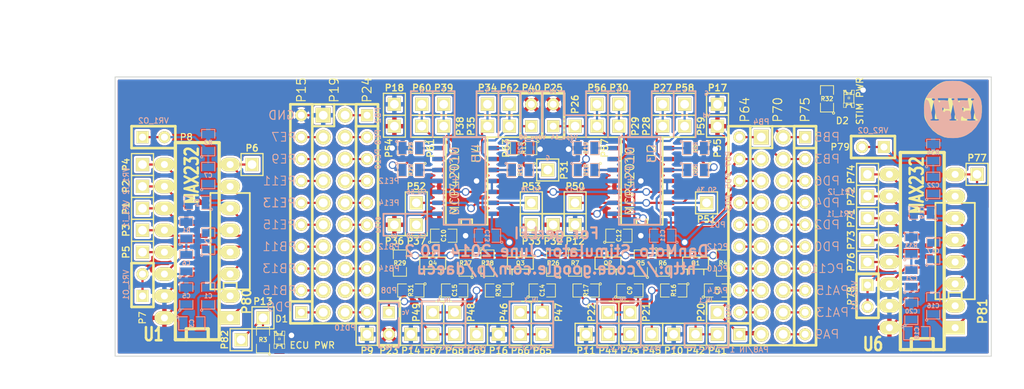
<source format=kicad_pcb>
(kicad_pcb (version 3) (host pcbnew "(2013-07-07 BZR 4022)-stable")
  (layers (15 F.Cu mixed) (0 B.Cu mixed) (18 B.Paste user) (19 F.Paste user) (20 B.SilkS user) (21 F.SilkS user) (22 B.Mask user) (23 F.Mask user) (28 Edge.Cuts user))
  (net 0 "")
  (net 1 /CS_12)
  (net 2 /CS_34)
  (net 3 /CS_56)
  (net 4 /CS_78)
  (net 5 /EIN_1)
  (net 6 /EIN_2)
  (net 7 /EIN_3)
  (net 8 /EIN_4)
  (net 9 /IN_1)
  (net 10 /IN_2)
  (net 11 /IN_3)
  (net 12 /IN_4)
  (net 13 /MISO)
  (net 14 /MOSI)
  (net 15 /OUT1)
  (net 16 /OUT2)
  (net 17 /OUT3)
  (net 18 /OUT4)
  (net 19 /OUT5)
  (net 20 /OUT6)
  (net 21 /OUT7)
  (net 22 /OUT8)
  (net 23 /SCK)
  (net 24 /U1-01)
  (net 25 /U1-02)
  (net 26 /U1-03)
  (net 27 /U1-04)
  (net 28 /U1-05)
  (net 29 /U1-06)
  (net 30 /U1-07)
  (net 31 /U1-08)
  (net 32 /U1-09)
  (net 33 /U1-12)
  (net 34 /U1-13)
  (net 35 /U1-14)
  (net 36 /U6-01)
  (net 37 /U6-02)
  (net 38 /U6-03)
  (net 39 /U6-04)
  (net 40 /U6-05)
  (net 41 /U6-06)
  (net 42 /U6-07)
  (net 43 /U6-08)
  (net 44 /U6-09)
  (net 45 /U6-12)
  (net 46 /U6-13)
  (net 47 /U6-14)
  (net 48 /VR1-O1)
  (net 49 /VR1-O2)
  (net 50 /VR1_i1)
  (net 51 /VR1_i2)
  (net 52 /VR2-O1)
  (net 53 /VR2-O2)
  (net 54 /VR2_i1)
  (net 55 /VR2_i2)
  (net 56 /Vc)
  (net 57 /Vd)
  (net 58 /Vdpu_14)
  (net 59 /Vdpu_58)
  (net 60 /Vipu12)
  (net 61 /Vipu34)
  (net 62 GND)
  (net 63 N-000001)
  (net 64 N-00000102)
  (net 65 N-00000103)
  (net 66 N-00000105)
  (net 67 N-00000107)
  (net 68 N-00000109)
  (net 69 N-00000110)
  (net 70 N-00000112)
  (net 71 N-00000122)
  (net 72 N-0000015)
  (net 73 N-0000016)
  (net 74 N-0000017)
  (net 75 N-0000018)
  (net 76 N-0000019)
  (net 77 N-000002)
  (net 78 N-0000020)
  (net 79 N-0000021)
  (net 80 N-0000022)
  (net 81 N-0000023)
  (net 82 N-0000024)
  (net 83 N-0000025)
  (net 84 N-0000026)
  (net 85 N-0000027)
  (net 86 N-0000028)
  (net 87 N-0000029)
  (net 88 N-0000030)
  (net 89 N-0000031)
  (net 90 N-0000032)
  (net 91 N-0000033)
  (net 92 N-0000034)
  (net 93 N-0000035)
  (net 94 N-0000036)
  (net 95 N-0000037)
  (net 96 N-0000038)
  (net 97 N-000004)
  (net 98 N-0000048)
  (net 99 N-000005)
  (net 100 N-0000053)
  (net 101 N-0000054)
  (net 102 N-0000055)
  (net 103 N-0000056)
  (net 104 N-0000057)
  (net 105 N-0000058)
  (net 106 N-0000059)
  (net 107 N-000006)
  (net 108 N-0000060)
  (net 109 N-0000065)
  (net 110 N-000007)
  (net 111 N-0000077)
  (net 112 N-000008)
  (net 113 N-0000082)
  (net 114 N-0000087)
  (net 115 N-0000088)
  (net 116 N-0000089)
  (net 117 N-000009)
  (net 118 N-0000090)
  (net 119 N-0000091)
  (net 120 N-0000092)
  (net 121 N-0000095)
  (net 122 N-0000097)
  (module Pin_Headers:Pin_Header_Straight_2x10 (layer F.Cu) (at 125.73 73.66 270)
    (fp_text reference P19 (at -14.351 0 270) (layer F.SilkS) (effects (font (size 1.016 1.016) (thickness 0.127))))
    (fp_text value CONN_10X2 hide)
    (pad 1 thru_hole rect (at -11.43 1.27 270) (size 1.7272 1.7272) (drill 1.016) (layers *.Cu *.Mask F.SilkS) (net 62 GND))
    (pad 2 thru_hole oval (at -11.43 -1.27 270) (size 1.7272 1.7272) (drill 1.016) (layers *.Cu *.Mask F.SilkS) (net 98 N-0000048))
    (pad 3 thru_hole oval (at -8.89 1.27 270) (size 1.7272 1.7272) (drill 1.016) (layers *.Cu *.Mask F.SilkS) (net 96 N-0000038))
    (pad 4 thru_hole oval (at -8.89 -1.27 270) (size 1.7272 1.7272) (drill 1.016) (layers *.Cu *.Mask F.SilkS) (net 80 N-0000022))
    (pad 5 thru_hole oval (at -6.35 1.27 270) (size 1.7272 1.7272) (drill 1.016) (layers *.Cu *.Mask F.SilkS) (net 95 N-0000037))
    (pad 6 thru_hole oval (at -6.35 -1.27 270) (size 1.7272 1.7272) (drill 1.016) (layers *.Cu *.Mask F.SilkS) (net 81 N-0000023))
    (pad 7 thru_hole oval (at -3.81 1.27 270) (size 1.7272 1.7272) (drill 1.016) (layers *.Cu *.Mask F.SilkS) (net 94 N-0000036))
    (pad 8 thru_hole oval (at -3.81 -1.27 270) (size 1.7272 1.7272) (drill 1.016) (layers *.Cu *.Mask F.SilkS) (net 82 N-0000024))
    (pad 9 thru_hole oval (at -1.27 1.27 270) (size 1.7272 1.7272) (drill 1.016) (layers *.Cu *.Mask F.SilkS) (net 93 N-0000035))
    (pad 10 thru_hole oval (at -1.27 -1.27 270) (size 1.7272 1.7272) (drill 1.016) (layers *.Cu *.Mask F.SilkS) (net 83 N-0000025))
    (pad 11 thru_hole oval (at 1.27 1.27 270) (size 1.7272 1.7272) (drill 1.016) (layers *.Cu *.Mask F.SilkS) (net 79 N-0000021))
    (pad 12 thru_hole oval (at 1.27 -1.27 270) (size 1.7272 1.7272) (drill 1.016) (layers *.Cu *.Mask F.SilkS) (net 84 N-0000026))
    (pad 13 thru_hole oval (at 3.81 1.27 270) (size 1.7272 1.7272) (drill 1.016) (layers *.Cu *.Mask F.SilkS) (net 92 N-0000034))
    (pad 14 thru_hole oval (at 3.81 -1.27 270) (size 1.7272 1.7272) (drill 1.016) (layers *.Cu *.Mask F.SilkS) (net 85 N-0000027))
    (pad 15 thru_hole oval (at 6.35 1.27 270) (size 1.7272 1.7272) (drill 1.016) (layers *.Cu *.Mask F.SilkS) (net 91 N-0000033))
    (pad 16 thru_hole oval (at 6.35 -1.27 270) (size 1.7272 1.7272) (drill 1.016) (layers *.Cu *.Mask F.SilkS) (net 86 N-0000028))
    (pad 17 thru_hole oval (at 8.89 1.27 270) (size 1.7272 1.7272) (drill 1.016) (layers *.Cu *.Mask F.SilkS) (net 90 N-0000032))
    (pad 18 thru_hole oval (at 8.89 -1.27 270) (size 1.7272 1.7272) (drill 1.016) (layers *.Cu *.Mask F.SilkS) (net 87 N-0000029))
    (pad 19 thru_hole oval (at 11.43 1.27 270) (size 1.7272 1.7272) (drill 1.016) (layers *.Cu *.Mask F.SilkS) (net 89 N-0000031))
    (pad 20 thru_hole oval (at 11.43 -1.27 270) (size 1.7272 1.7272) (drill 1.016) (layers *.Cu *.Mask F.SilkS) (net 88 N-0000030))
  )
  (module Pin_Headers:Pin_Header_Straight_2x10 (layer F.Cu) (at 176.53 76.2 270)
    (fp_text reference P70 (at -14.605 -0.635 270) (layer F.SilkS) (effects (font (size 1.016 1.016) (thickness 0.127))))
    (fp_text value CONN_10X2 hide)
    (pad 1 thru_hole rect (at -11.43 1.27 270) (size 1.7272 1.7272) (drill 1.016) (layers *.Cu *.Mask F.SilkS) (net 13 /MISO))
    (pad 2 thru_hole oval (at -11.43 -1.27 270) (size 1.7272 1.7272) (drill 1.016) (layers *.Cu *.Mask F.SilkS) (net 14 /MOSI))
    (pad 3 thru_hole oval (at -8.89 1.27 270) (size 1.7272 1.7272) (drill 1.016) (layers *.Cu *.Mask F.SilkS) (net 1 /CS_12))
    (pad 4 thru_hole oval (at -8.89 -1.27 270) (size 1.7272 1.7272) (drill 1.016) (layers *.Cu *.Mask F.SilkS) (net 23 /SCK))
    (pad 5 thru_hole oval (at -6.35 1.27 270) (size 1.7272 1.7272) (drill 1.016) (layers *.Cu *.Mask F.SilkS) (net 2 /CS_34))
    (pad 6 thru_hole oval (at -6.35 -1.27 270) (size 1.7272 1.7272) (drill 1.016) (layers *.Cu *.Mask F.SilkS) (net 63 N-000001))
    (pad 7 thru_hole oval (at -3.81 1.27 270) (size 1.7272 1.7272) (drill 1.016) (layers *.Cu *.Mask F.SilkS) (net 117 N-000009))
    (pad 8 thru_hole oval (at -3.81 -1.27 270) (size 1.7272 1.7272) (drill 1.016) (layers *.Cu *.Mask F.SilkS) (net 73 N-0000016))
    (pad 9 thru_hole oval (at -1.27 1.27 270) (size 1.7272 1.7272) (drill 1.016) (layers *.Cu *.Mask F.SilkS) (net 112 N-000008))
    (pad 10 thru_hole oval (at -1.27 -1.27 270) (size 1.7272 1.7272) (drill 1.016) (layers *.Cu *.Mask F.SilkS) (net 74 N-0000017))
    (pad 11 thru_hole oval (at 1.27 1.27 270) (size 1.7272 1.7272) (drill 1.016) (layers *.Cu *.Mask F.SilkS) (net 110 N-000007))
    (pad 12 thru_hole oval (at 1.27 -1.27 270) (size 1.7272 1.7272) (drill 1.016) (layers *.Cu *.Mask F.SilkS) (net 75 N-0000018))
    (pad 13 thru_hole oval (at 3.81 1.27 270) (size 1.7272 1.7272) (drill 1.016) (layers *.Cu *.Mask F.SilkS) (net 107 N-000006))
    (pad 14 thru_hole oval (at 3.81 -1.27 270) (size 1.7272 1.7272) (drill 1.016) (layers *.Cu *.Mask F.SilkS) (net 76 N-0000019))
    (pad 15 thru_hole oval (at 6.35 1.27 270) (size 1.7272 1.7272) (drill 1.016) (layers *.Cu *.Mask F.SilkS) (net 99 N-000005))
    (pad 16 thru_hole oval (at 6.35 -1.27 270) (size 1.7272 1.7272) (drill 1.016) (layers *.Cu *.Mask F.SilkS) (net 78 N-0000020))
    (pad 17 thru_hole oval (at 8.89 1.27 270) (size 1.7272 1.7272) (drill 1.016) (layers *.Cu *.Mask F.SilkS) (net 97 N-000004))
    (pad 18 thru_hole oval (at 8.89 -1.27 270) (size 1.7272 1.7272) (drill 1.016) (layers *.Cu *.Mask F.SilkS) (net 72 N-0000015))
    (pad 19 thru_hole oval (at 11.43 1.27 270) (size 1.7272 1.7272) (drill 1.016) (layers *.Cu *.Mask F.SilkS) (net 9 /IN_1))
    (pad 20 thru_hole oval (at 11.43 -1.27 270) (size 1.7272 1.7272) (drill 1.016) (layers *.Cu *.Mask F.SilkS) (net 77 N-000002))
  )
  (module SIL-10 (layer F.Cu) (at 129.54 73.66 270)
    (fp_text reference P24 (at -14.351 0 270) (layer F.SilkS) (effects (font (size 1.016 1.016) (thickness 0.127))))
    (fp_text value CONN_10 hide)
    (pad 1 thru_hole rect (at -11.43 0 270) (size 1.397 1.397) (drill 0.8128) (layers *.Cu *.Mask F.SilkS) (net 98 N-0000048))
    (pad 2 thru_hole circle (at -8.89 0 270) (size 1.397 1.397) (drill 0.8128) (layers *.Cu *.Mask F.SilkS) (net 80 N-0000022))
    (pad 3 thru_hole circle (at -6.35 0 270) (size 1.397 1.397) (drill 0.8128) (layers *.Cu *.Mask F.SilkS) (net 81 N-0000023))
    (pad 4 thru_hole circle (at -3.81 0 270) (size 1.397 1.397) (drill 0.8128) (layers *.Cu *.Mask F.SilkS) (net 82 N-0000024))
    (pad 5 thru_hole circle (at -1.27 0 270) (size 1.397 1.397) (drill 0.8128) (layers *.Cu *.Mask F.SilkS) (net 83 N-0000025))
    (pad 6 thru_hole circle (at 1.27 0 270) (size 1.397 1.397) (drill 0.8128) (layers *.Cu *.Mask F.SilkS) (net 84 N-0000026))
    (pad 7 thru_hole circle (at 3.81 0 270) (size 1.397 1.397) (drill 0.8128) (layers *.Cu *.Mask F.SilkS) (net 85 N-0000027))
    (pad 8 thru_hole circle (at 6.35 0 270) (size 1.397 1.397) (drill 0.8128) (layers *.Cu *.Mask F.SilkS) (net 86 N-0000028))
    (pad 9 thru_hole circle (at 8.89 0 270) (size 1.397 1.397) (drill 0.8128) (layers *.Cu *.Mask F.SilkS) (net 87 N-0000029))
    (pad 10 thru_hole circle (at 11.43 0 270) (size 1.397 1.397) (drill 0.8128) (layers *.Cu *.Mask F.SilkS) (net 88 N-0000030))
  )
  (module SIL-10 (layer F.Cu) (at 121.92 73.66 90)
    (fp_text reference P15 (at 14.351 0 90) (layer F.SilkS) (effects (font (size 1.016 1.016) (thickness 0.127))))
    (fp_text value CONN_10 hide)
    (pad 1 thru_hole rect (at -11.43 0 90) (size 1.397 1.397) (drill 0.8128) (layers *.Cu *.Mask F.SilkS) (net 89 N-0000031))
    (pad 2 thru_hole circle (at -8.89 0 90) (size 1.397 1.397) (drill 0.8128) (layers *.Cu *.Mask F.SilkS) (net 90 N-0000032))
    (pad 3 thru_hole circle (at -6.35 0 90) (size 1.397 1.397) (drill 0.8128) (layers *.Cu *.Mask F.SilkS) (net 91 N-0000033))
    (pad 4 thru_hole circle (at -3.81 0 90) (size 1.397 1.397) (drill 0.8128) (layers *.Cu *.Mask F.SilkS) (net 92 N-0000034))
    (pad 5 thru_hole circle (at -1.27 0 90) (size 1.397 1.397) (drill 0.8128) (layers *.Cu *.Mask F.SilkS) (net 79 N-0000021))
    (pad 6 thru_hole circle (at 1.27 0 90) (size 1.397 1.397) (drill 0.8128) (layers *.Cu *.Mask F.SilkS) (net 93 N-0000035))
    (pad 7 thru_hole circle (at 3.81 0 90) (size 1.397 1.397) (drill 0.8128) (layers *.Cu *.Mask F.SilkS) (net 94 N-0000036))
    (pad 8 thru_hole circle (at 6.35 0 90) (size 1.397 1.397) (drill 0.8128) (layers *.Cu *.Mask F.SilkS) (net 95 N-0000037))
    (pad 9 thru_hole circle (at 8.89 0 90) (size 1.397 1.397) (drill 0.8128) (layers *.Cu *.Mask F.SilkS) (net 96 N-0000038))
    (pad 10 thru_hole circle (at 11.43 0 90) (size 1.397 1.397) (drill 0.8128) (layers *.Cu *.Mask F.SilkS) (net 62 GND))
  )
  (module SIL-10 (layer F.Cu) (at 180.34 76.2 270)
    (fp_text reference P75 (at -14.605 0 270) (layer F.SilkS) (effects (font (size 1.016 1.016) (thickness 0.127))))
    (fp_text value CONN_10 hide)
    (pad 1 thru_hole rect (at -11.43 0 270) (size 1.397 1.397) (drill 0.8128) (layers *.Cu *.Mask F.SilkS) (net 14 /MOSI))
    (pad 2 thru_hole circle (at -8.89 0 270) (size 1.397 1.397) (drill 0.8128) (layers *.Cu *.Mask F.SilkS) (net 23 /SCK))
    (pad 3 thru_hole circle (at -6.35 0 270) (size 1.397 1.397) (drill 0.8128) (layers *.Cu *.Mask F.SilkS) (net 63 N-000001))
    (pad 4 thru_hole circle (at -3.81 0 270) (size 1.397 1.397) (drill 0.8128) (layers *.Cu *.Mask F.SilkS) (net 73 N-0000016))
    (pad 5 thru_hole circle (at -1.27 0 270) (size 1.397 1.397) (drill 0.8128) (layers *.Cu *.Mask F.SilkS) (net 74 N-0000017))
    (pad 6 thru_hole circle (at 1.27 0 270) (size 1.397 1.397) (drill 0.8128) (layers *.Cu *.Mask F.SilkS) (net 75 N-0000018))
    (pad 7 thru_hole circle (at 3.81 0 270) (size 1.397 1.397) (drill 0.8128) (layers *.Cu *.Mask F.SilkS) (net 76 N-0000019))
    (pad 8 thru_hole circle (at 6.35 0 270) (size 1.397 1.397) (drill 0.8128) (layers *.Cu *.Mask F.SilkS) (net 78 N-0000020))
    (pad 9 thru_hole circle (at 8.89 0 270) (size 1.397 1.397) (drill 0.8128) (layers *.Cu *.Mask F.SilkS) (net 72 N-0000015))
    (pad 10 thru_hole circle (at 11.43 0 270) (size 1.397 1.397) (drill 0.8128) (layers *.Cu *.Mask F.SilkS) (net 77 N-000002))
  )
  (module SIL-10 (layer F.Cu) (at 172.72 76.2 90)
    (fp_text reference P64 (at 14.605 0.635 90) (layer F.SilkS) (effects (font (size 1.016 1.016) (thickness 0.127))))
    (fp_text value CONN_10 hide)
    (pad 1 thru_hole rect (at -11.43 0 90) (size 1.397 1.397) (drill 0.8128) (layers *.Cu *.Mask F.SilkS) (net 9 /IN_1))
    (pad 2 thru_hole circle (at -8.89 0 90) (size 1.397 1.397) (drill 0.8128) (layers *.Cu *.Mask F.SilkS) (net 97 N-000004))
    (pad 3 thru_hole circle (at -6.35 0 90) (size 1.397 1.397) (drill 0.8128) (layers *.Cu *.Mask F.SilkS) (net 99 N-000005))
    (pad 4 thru_hole circle (at -3.81 0 90) (size 1.397 1.397) (drill 0.8128) (layers *.Cu *.Mask F.SilkS) (net 107 N-000006))
    (pad 5 thru_hole circle (at -1.27 0 90) (size 1.397 1.397) (drill 0.8128) (layers *.Cu *.Mask F.SilkS) (net 110 N-000007))
    (pad 6 thru_hole circle (at 1.27 0 90) (size 1.397 1.397) (drill 0.8128) (layers *.Cu *.Mask F.SilkS) (net 112 N-000008))
    (pad 7 thru_hole circle (at 3.81 0 90) (size 1.397 1.397) (drill 0.8128) (layers *.Cu *.Mask F.SilkS) (net 117 N-000009))
    (pad 8 thru_hole circle (at 6.35 0 90) (size 1.397 1.397) (drill 0.8128) (layers *.Cu *.Mask F.SilkS) (net 2 /CS_34))
    (pad 9 thru_hole circle (at 8.89 0 90) (size 1.397 1.397) (drill 0.8128) (layers *.Cu *.Mask F.SilkS) (net 1 /CS_12))
    (pad 10 thru_hole circle (at 11.43 0 90) (size 1.397 1.397) (drill 0.8128) (layers *.Cu *.Mask F.SilkS) (net 13 /MISO))
  )
  (module SIL-2 (layer F.Cu) (at 148.59 62.23 90)
    (fp_text reference P40 (at 3.175 0 180) (layer F.SilkS) (effects (font (size 0.762 0.762) (thickness 0.1524))))
    (fp_text value TEST hide)
    (pad 1 thru_hole rect (at -1.27 0 90) (size 1.397 1.397) (drill 0.8128) (layers *.Cu *.Mask F.SilkS) (net 59 /Vdpu_58))
    (pad 2 thru_hole circle (at 1.27 0 90) (size 1.397 1.397) (drill 0.8128) (layers *.Cu *.Mask F.SilkS) (net 57 /Vd))
  )
  (module LED-0805 (layer F.Cu) (at 185.42 60.325 90)
    (fp_text reference D2 (at -2.54 -0.762 180) (layer F.SilkS) (effects (font (size 0.762 0.762) (thickness 0.127))))
    (fp_text value "STIM PWR" (at -0.254 1.27 90) (layer F.SilkS) (effects (font (size 0.762 0.762) (thickness 0.127))))
    (pad 1 smd rect (at -1.04902 0 90) (size 1.19888 1.19888) (layers F.Cu F.Paste F.Mask) (net 111 N-0000077))
    (pad 2 smd rect (at 1.04902 0 90) (size 1.19888 1.19888) (layers F.Cu F.Paste F.Mask) (net 62 GND))
  )
  (module LED-0805 (layer F.Cu) (at 119.38 88.265 90)
    (fp_text reference D1 (at 2.413 0.254 180) (layer F.SilkS) (effects (font (size 0.762 0.762) (thickness 0.127))))
    (fp_text value "ECU PWR" (at -0.635 3.81 180) (layer F.SilkS) (effects (font (size 0.762 0.762) (thickness 0.127))))
    (pad 1 smd rect (at -1.04902 0 90) (size 1.19888 1.19888) (layers F.Cu F.Paste F.Mask) (net 113 N-0000082))
    (pad 2 smd rect (at 1.04902 0 90) (size 1.19888 1.19888) (layers F.Cu F.Paste F.Mask) (net 62 GND))
  )
  (module SIL-2 (layer F.Cu) (at 132.08 86.36 270)
    (fp_text reference P23 (at 3.175 0 360) (layer F.SilkS) (effects (font (size 0.762 0.762) (thickness 0.1524))))
    (fp_text value TEST hide)
    (pad 1 thru_hole rect (at -1.27 0 270) (size 1.397 1.397) (drill 0.8128) (layers *.Cu *.Mask F.SilkS) (net 56 /Vc))
    (pad 2 thru_hole circle (at 1.27 0 270) (size 1.397 1.397) (drill 0.8128) (layers *.Cu *.Mask F.SilkS) (net 57 /Vd))
  )
  (module SIL-2 (layer F.Cu) (at 151.13 62.23 90)
    (fp_text reference P25 (at 3.175 0 180) (layer F.SilkS) (effects (font (size 0.762 0.762) (thickness 0.1524))))
    (fp_text value TEST hide)
    (pad 1 thru_hole rect (at -1.27 0 90) (size 1.397 1.397) (drill 0.8128) (layers *.Cu *.Mask F.SilkS) (net 58 /Vdpu_14))
    (pad 2 thru_hole circle (at 1.27 0 90) (size 1.397 1.397) (drill 0.8128) (layers *.Cu *.Mask F.SilkS) (net 57 /Vd))
  )
  (module SM0805 (layer B.Cu) (at 193.294 87.503)
    (fp_text reference C18 (at 0 0 270) (layer B.SilkS) (effects (font (size 0.50038 0.50038) (thickness 0.10922)) (justify mirror)))
    (fp_text value 1uF hide)
    (pad 1 smd rect (at -0.9525 0) (size 0.889 1.397) (layers B.Cu B.Paste B.Mask) (net 57 /Vd))
    (pad 2 smd rect (at 0.9525 0) (size 0.889 1.397) (layers B.Cu B.Paste B.Mask) (net 37 /U6-02))
  )
  (module SM0805 (layer B.Cu) (at 193.929 73.533 180)
    (fp_text reference C19 (at 0 0 450) (layer B.SilkS) (effects (font (size 0.50038 0.50038) (thickness 0.10922)) (justify mirror)))
    (fp_text value 1uF hide)
    (pad 1 smd rect (at -0.9525 0 180) (size 0.889 1.397) (layers B.Cu B.Paste B.Mask) (net 41 /U6-06))
    (pad 2 smd rect (at 0.9525 0 180) (size 0.889 1.397) (layers B.Cu B.Paste B.Mask) (net 62 GND))
  )
  (module SM0805 (layer F.Cu) (at 182.88 60.325 90)
    (fp_text reference R32 (at 0 0 180) (layer F.SilkS) (effects (font (size 0.50038 0.50038) (thickness 0.10922))))
    (fp_text value 700R hide)
    (pad 1 smd rect (at -0.9525 0 90) (size 0.889 1.397) (layers F.Cu F.Paste F.Mask) (net 111 N-0000077))
    (pad 2 smd rect (at 0.9525 0 90) (size 0.889 1.397) (layers F.Cu F.Paste F.Mask) (net 57 /Vd))
  )
  (module SM0805 (layer B.Cu) (at 192.659 81.153 90)
    (fp_text reference C21 (at 0 0 360) (layer B.SilkS) (effects (font (size 0.50038 0.50038) (thickness 0.10922)) (justify mirror)))
    (fp_text value 1uF hide)
    (pad 1 smd rect (at -0.9525 0 90) (size 0.889 1.397) (layers B.Cu B.Paste B.Mask) (net 47 /U6-14))
    (pad 2 smd rect (at 0.9525 0 90) (size 0.889 1.397) (layers B.Cu B.Paste B.Mask) (net 52 /VR2-O1))
  )
  (module SM0805 (layer B.Cu) (at 192.659 77.343 90)
    (fp_text reference R33 (at 0 0 360) (layer B.SilkS) (effects (font (size 0.50038 0.50038) (thickness 0.10922)) (justify mirror)))
    (fp_text value 10k hide)
    (pad 1 smd rect (at -0.9525 0 90) (size 0.889 1.397) (layers B.Cu B.Paste B.Mask) (net 52 /VR2-O1))
    (pad 2 smd rect (at 0.9525 0 90) (size 0.889 1.397) (layers B.Cu B.Paste B.Mask) (net 62 GND))
  )
  (module SM0805 (layer B.Cu) (at 195.199 70.358 90)
    (fp_text reference C22 (at 0 0 360) (layer B.SilkS) (effects (font (size 0.50038 0.50038) (thickness 0.10922)) (justify mirror)))
    (fp_text value 1uF hide)
    (pad 1 smd rect (at -0.9525 0 90) (size 0.889 1.397) (layers B.Cu B.Paste B.Mask) (net 42 /U6-07))
    (pad 2 smd rect (at 0.9525 0 90) (size 0.889 1.397) (layers B.Cu B.Paste B.Mask) (net 53 /VR2-O2))
  )
  (module SM0805 (layer B.Cu) (at 195.199 66.548 90)
    (fp_text reference R34 (at 0 0 360) (layer B.SilkS) (effects (font (size 0.50038 0.50038) (thickness 0.10922)) (justify mirror)))
    (fp_text value 10k hide)
    (pad 1 smd rect (at -0.9525 0 90) (size 0.889 1.397) (layers B.Cu B.Paste B.Mask) (net 53 /VR2-O2))
    (pad 2 smd rect (at 0.9525 0 90) (size 0.889 1.397) (layers B.Cu B.Paste B.Mask) (net 62 GND))
  )
  (module SM0805 (layer B.Cu) (at 195.199 77.978 90)
    (fp_text reference C17 (at 0 0 360) (layer B.SilkS) (effects (font (size 0.50038 0.50038) (thickness 0.10922)) (justify mirror)))
    (fp_text value 1uF hide)
    (pad 1 smd rect (at -0.9525 0 90) (size 0.889 1.397) (layers B.Cu B.Paste B.Mask) (net 39 /U6-04))
    (pad 2 smd rect (at 0.9525 0 90) (size 0.889 1.397) (layers B.Cu B.Paste B.Mask) (net 40 /U6-05))
  )
  (module SM0805 (layer B.Cu) (at 195.199 84.328 90)
    (fp_text reference C16 (at 0 0 360) (layer B.SilkS) (effects (font (size 0.50038 0.50038) (thickness 0.10922)) (justify mirror)))
    (fp_text value 1uF hide)
    (pad 1 smd rect (at -0.9525 0 90) (size 0.889 1.397) (layers B.Cu B.Paste B.Mask) (net 36 /U6-01))
    (pad 2 smd rect (at 0.9525 0 90) (size 0.889 1.397) (layers B.Cu B.Paste B.Mask) (net 38 /U6-03))
  )
  (module SM0805 (layer B.Cu) (at 192.659 84.963 90)
    (fp_text reference C20 (at 0 0 360) (layer B.SilkS) (effects (font (size 0.50038 0.50038) (thickness 0.10922)) (justify mirror)))
    (fp_text value 1uF hide)
    (pad 1 smd rect (at -0.9525 0 90) (size 0.889 1.397) (layers B.Cu B.Paste B.Mask) (net 57 /Vd))
    (pad 2 smd rect (at 0.9525 0 90) (size 0.889 1.397) (layers B.Cu B.Paste B.Mask) (net 62 GND))
  )
  (module SM0805 (layer F.Cu) (at 117.475 88.265 90)
    (fp_text reference R3 (at 0 0 180) (layer F.SilkS) (effects (font (size 0.50038 0.50038) (thickness 0.10922))))
    (fp_text value 700R hide)
    (pad 1 smd rect (at -0.9525 0 90) (size 0.889 1.397) (layers F.Cu F.Paste F.Mask) (net 113 N-0000082))
    (pad 2 smd rect (at 0.9525 0 90) (size 0.889 1.397) (layers F.Cu F.Paste F.Mask) (net 109 N-0000065))
  )
  (module SM0805 (layer B.Cu) (at 111.125 65.405 90)
    (fp_text reference R2 (at 0 0 360) (layer B.SilkS) (effects (font (size 0.50038 0.50038) (thickness 0.10922)) (justify mirror)))
    (fp_text value 10k hide)
    (pad 1 smd rect (at -0.9525 0 90) (size 0.889 1.397) (layers B.Cu B.Paste B.Mask) (net 49 /VR1-O2))
    (pad 2 smd rect (at 0.9525 0 90) (size 0.889 1.397) (layers B.Cu B.Paste B.Mask) (net 62 GND))
  )
  (module SM0805 (layer B.Cu) (at 111.125 69.215 90)
    (fp_text reference C7 (at 0 0 360) (layer B.SilkS) (effects (font (size 0.50038 0.50038) (thickness 0.10922)) (justify mirror)))
    (fp_text value 1uF hide)
    (pad 1 smd rect (at -0.9525 0 90) (size 0.889 1.397) (layers B.Cu B.Paste B.Mask) (net 30 /U1-07))
    (pad 2 smd rect (at 0.9525 0 90) (size 0.889 1.397) (layers B.Cu B.Paste B.Mask) (net 49 /VR1-O2))
  )
  (module SM0805 (layer B.Cu) (at 108.585 75.565 90)
    (fp_text reference R1 (at 0 0 360) (layer B.SilkS) (effects (font (size 0.50038 0.50038) (thickness 0.10922)) (justify mirror)))
    (fp_text value 10k hide)
    (pad 1 smd rect (at -0.9525 0 90) (size 0.889 1.397) (layers B.Cu B.Paste B.Mask) (net 48 /VR1-O1))
    (pad 2 smd rect (at 0.9525 0 90) (size 0.889 1.397) (layers B.Cu B.Paste B.Mask) (net 62 GND))
  )
  (module SM0805 (layer B.Cu) (at 108.585 79.375 90)
    (fp_text reference C6 (at 0 0 360) (layer B.SilkS) (effects (font (size 0.50038 0.50038) (thickness 0.10922)) (justify mirror)))
    (fp_text value 1uF hide)
    (pad 1 smd rect (at -0.9525 0 90) (size 0.889 1.397) (layers B.Cu B.Paste B.Mask) (net 35 /U1-14))
    (pad 2 smd rect (at 0.9525 0 90) (size 0.889 1.397) (layers B.Cu B.Paste B.Mask) (net 48 /VR1-O1))
  )
  (module SM0805 (layer B.Cu) (at 109.855 72.39 180)
    (fp_text reference C4 (at 0 0 450) (layer B.SilkS) (effects (font (size 0.50038 0.50038) (thickness 0.10922)) (justify mirror)))
    (fp_text value 1uF hide)
    (pad 1 smd rect (at -0.9525 0 180) (size 0.889 1.397) (layers B.Cu B.Paste B.Mask) (net 29 /U1-06))
    (pad 2 smd rect (at 0.9525 0 180) (size 0.889 1.397) (layers B.Cu B.Paste B.Mask) (net 62 GND))
  )
  (module SM0805 (layer B.Cu) (at 109.22 86.36)
    (fp_text reference C3 (at 0 0 270) (layer B.SilkS) (effects (font (size 0.50038 0.50038) (thickness 0.10922)) (justify mirror)))
    (fp_text value 1uF hide)
    (pad 1 smd rect (at -0.9525 0) (size 0.889 1.397) (layers B.Cu B.Paste B.Mask) (net 57 /Vd))
    (pad 2 smd rect (at 0.9525 0) (size 0.889 1.397) (layers B.Cu B.Paste B.Mask) (net 25 /U1-02))
  )
  (module SM0805 (layer B.Cu) (at 111.125 76.835 90)
    (fp_text reference C2 (at 0 0 360) (layer B.SilkS) (effects (font (size 0.50038 0.50038) (thickness 0.10922)) (justify mirror)))
    (fp_text value 1uF hide)
    (pad 1 smd rect (at -0.9525 0 90) (size 0.889 1.397) (layers B.Cu B.Paste B.Mask) (net 27 /U1-04))
    (pad 2 smd rect (at 0.9525 0 90) (size 0.889 1.397) (layers B.Cu B.Paste B.Mask) (net 28 /U1-05))
  )
  (module SM0805 (layer B.Cu) (at 111.125 83.185 90)
    (fp_text reference C1 (at 0 0 360) (layer B.SilkS) (effects (font (size 0.50038 0.50038) (thickness 0.10922)) (justify mirror)))
    (fp_text value 1uF hide)
    (pad 1 smd rect (at -0.9525 0 90) (size 0.889 1.397) (layers B.Cu B.Paste B.Mask) (net 24 /U1-01))
    (pad 2 smd rect (at 0.9525 0 90) (size 0.889 1.397) (layers B.Cu B.Paste B.Mask) (net 26 /U1-03))
  )
  (module SM0805 (layer B.Cu) (at 108.585 83.185 90)
    (fp_text reference C5 (at 0 0 360) (layer B.SilkS) (effects (font (size 0.50038 0.50038) (thickness 0.10922)) (justify mirror)))
    (fp_text value 1uF hide)
    (pad 1 smd rect (at -0.9525 0 90) (size 0.889 1.397) (layers B.Cu B.Paste B.Mask) (net 57 /Vd))
    (pad 2 smd rect (at 0.9525 0 90) (size 0.889 1.397) (layers B.Cu B.Paste B.Mask) (net 62 GND))
  )
  (module SM0805 (layer F.Cu) (at 138.43 76.2)
    (fp_text reference C10 (at 0 0 90) (layer F.SilkS) (effects (font (size 0.50038 0.50038) (thickness 0.10922))))
    (fp_text value 0.1uF hide)
    (pad 1 smd rect (at -0.9525 0) (size 0.889 1.397) (layers F.Cu F.Paste F.Mask) (net 57 /Vd))
    (pad 2 smd rect (at 0.9525 0) (size 0.889 1.397) (layers F.Cu F.Paste F.Mask) (net 62 GND))
  )
  (module SM0805 (layer B.Cu) (at 163.83 76.2 180)
    (fp_text reference C11 (at 0 0 270) (layer B.SilkS) (effects (font (size 0.50038 0.50038) (thickness 0.10922)) (justify mirror)))
    (fp_text value 0.1uF hide)
    (pad 1 smd rect (at -0.9525 0 180) (size 0.889 1.397) (layers B.Cu B.Paste B.Mask) (net 57 /Vd))
    (pad 2 smd rect (at 0.9525 0 180) (size 0.889 1.397) (layers B.Cu B.Paste B.Mask) (net 62 GND))
  )
  (module SM0805 (layer F.Cu) (at 158.75 76.2)
    (fp_text reference C12 (at 0 0 90) (layer F.SilkS) (effects (font (size 0.50038 0.50038) (thickness 0.10922))))
    (fp_text value 0.1uF hide)
    (pad 1 smd rect (at -0.9525 0) (size 0.889 1.397) (layers F.Cu F.Paste F.Mask) (net 57 /Vd))
    (pad 2 smd rect (at 0.9525 0) (size 0.889 1.397) (layers F.Cu F.Paste F.Mask) (net 62 GND))
  )
  (module SM0805 (layer F.Cu) (at 170.18 82.55)
    (fp_text reference C8 (at 0 0 90) (layer F.SilkS) (effects (font (size 0.50038 0.50038) (thickness 0.10922))))
    (fp_text value "100 pF" hide)
    (pad 1 smd rect (at -0.9525 0) (size 0.889 1.397) (layers F.Cu F.Paste F.Mask) (net 5 /EIN_1))
    (pad 2 smd rect (at 0.9525 0) (size 0.889 1.397) (layers F.Cu F.Paste F.Mask) (net 9 /IN_1))
  )
  (module SM0805 (layer F.Cu) (at 160.02 82.55)
    (fp_text reference C9 (at 0 0 90) (layer F.SilkS) (effects (font (size 0.50038 0.50038) (thickness 0.10922))))
    (fp_text value "100 pF" hide)
    (pad 1 smd rect (at -0.9525 0) (size 0.889 1.397) (layers F.Cu F.Paste F.Mask) (net 6 /EIN_2))
    (pad 2 smd rect (at 0.9525 0) (size 0.889 1.397) (layers F.Cu F.Paste F.Mask) (net 10 /IN_2))
  )
  (module SM0805 (layer F.Cu) (at 149.86 82.55)
    (fp_text reference C14 (at 0 0 90) (layer F.SilkS) (effects (font (size 0.50038 0.50038) (thickness 0.10922))))
    (fp_text value "100 pF" hide)
    (pad 1 smd rect (at -0.9525 0) (size 0.889 1.397) (layers F.Cu F.Paste F.Mask) (net 7 /EIN_3))
    (pad 2 smd rect (at 0.9525 0) (size 0.889 1.397) (layers F.Cu F.Paste F.Mask) (net 11 /IN_3))
  )
  (module SM0805 (layer F.Cu) (at 139.7 82.55)
    (fp_text reference C15 (at 0 0 90) (layer F.SilkS) (effects (font (size 0.50038 0.50038) (thickness 0.10922))))
    (fp_text value "100 pF" hide)
    (pad 1 smd rect (at -0.9525 0) (size 0.889 1.397) (layers F.Cu F.Paste F.Mask) (net 8 /EIN_4))
    (pad 2 smd rect (at 0.9525 0) (size 0.889 1.397) (layers F.Cu F.Paste F.Mask) (net 12 /IN_4))
  )
  (module sot23 (layer F.Cu) (at 167.64 79.375)
    (fp_text reference Q1 (at 0 0) (layer F.SilkS) (effects (font (size 0.50038 0.50038) (thickness 0.09906))))
    (fp_text value 2N7002 hide)
    (pad 1 smd rect (at -0.9525 1.05664) (size 0.59944 1.00076) (layers F.Cu F.Paste F.Mask) (net 71 N-00000122))
    (pad 2 smd rect (at 0 -1.05664) (size 0.59944 1.00076) (layers F.Cu F.Paste F.Mask) (net 5 /EIN_1))
    (pad 3 smd rect (at 0.9525 1.05664) (size 0.59944 1.00076) (layers F.Cu F.Paste F.Mask) (net 9 /IN_1))
  )
  (module sot23 (layer F.Cu) (at 157.48 79.375)
    (fp_text reference Q2 (at 0 0) (layer F.SilkS) (effects (font (size 0.50038 0.50038) (thickness 0.09906))))
    (fp_text value 2N7002 hide)
    (pad 1 smd rect (at -0.9525 1.05664) (size 0.59944 1.00076) (layers F.Cu F.Paste F.Mask) (net 121 N-0000095))
    (pad 2 smd rect (at 0 -1.05664) (size 0.59944 1.00076) (layers F.Cu F.Paste F.Mask) (net 6 /EIN_2))
    (pad 3 smd rect (at 0.9525 1.05664) (size 0.59944 1.00076) (layers F.Cu F.Paste F.Mask) (net 10 /IN_2))
  )
  (module sot23 (layer F.Cu) (at 147.32 79.375)
    (fp_text reference Q3 (at 0 0) (layer F.SilkS) (effects (font (size 0.50038 0.50038) (thickness 0.09906))))
    (fp_text value 2N7002 hide)
    (pad 1 smd rect (at -0.9525 1.05664) (size 0.59944 1.00076) (layers F.Cu F.Paste F.Mask) (net 120 N-0000092))
    (pad 2 smd rect (at 0 -1.05664) (size 0.59944 1.00076) (layers F.Cu F.Paste F.Mask) (net 7 /EIN_3))
    (pad 3 smd rect (at 0.9525 1.05664) (size 0.59944 1.00076) (layers F.Cu F.Paste F.Mask) (net 11 /IN_3))
  )
  (module sot23 (layer F.Cu) (at 137.16 79.375)
    (fp_text reference Q4 (at 0 0) (layer F.SilkS) (effects (font (size 0.50038 0.50038) (thickness 0.09906))))
    (fp_text value 2N7002 hide)
    (pad 1 smd rect (at -0.9525 1.05664) (size 0.59944 1.00076) (layers F.Cu F.Paste F.Mask) (net 122 N-0000097))
    (pad 2 smd rect (at 0 -1.05664) (size 0.59944 1.00076) (layers F.Cu F.Paste F.Mask) (net 8 /EIN_4))
    (pad 3 smd rect (at 0.9525 1.05664) (size 0.59944 1.00076) (layers F.Cu F.Paste F.Mask) (net 12 /IN_4))
  )
  (module SM0805 (layer F.Cu) (at 167.64 68.58 180)
    (fp_text reference R8 (at 0 0 270) (layer F.SilkS) (effects (font (size 0.50038 0.50038) (thickness 0.10922))))
    (fp_text value 0 hide)
    (pad 1 smd rect (at -0.9525 0 180) (size 0.889 1.397) (layers F.Cu F.Paste F.Mask) (net 58 /Vdpu_14))
    (pad 2 smd rect (at 0.9525 0 180) (size 0.889 1.397) (layers F.Cu F.Paste F.Mask) (net 114 N-0000087))
  )
  (module SM0805 (layer F.Cu) (at 167.64 66.04 180)
    (fp_text reference R9 (at 0 0 270) (layer F.SilkS) (effects (font (size 0.50038 0.50038) (thickness 0.10922))))
    (fp_text value 0 hide)
    (pad 1 smd rect (at -0.9525 0 180) (size 0.889 1.397) (layers F.Cu F.Paste F.Mask) (net 62 GND))
    (pad 2 smd rect (at 0.9525 0 180) (size 0.889 1.397) (layers F.Cu F.Paste F.Mask) (net 115 N-0000088))
  )
  (module SM0805 (layer B.Cu) (at 154.94 68.58)
    (fp_text reference R10 (at 0 0 90) (layer B.SilkS) (effects (font (size 0.50038 0.50038) (thickness 0.10922)) (justify mirror)))
    (fp_text value 0 hide)
    (pad 1 smd rect (at -0.9525 0) (size 0.889 1.397) (layers B.Cu B.Paste B.Mask) (net 58 /Vdpu_14))
    (pad 2 smd rect (at 0.9525 0) (size 0.889 1.397) (layers B.Cu B.Paste B.Mask) (net 119 N-0000091))
  )
  (module SM0805 (layer B.Cu) (at 154.94 66.04)
    (fp_text reference R11 (at 0 0 90) (layer B.SilkS) (effects (font (size 0.50038 0.50038) (thickness 0.10922)) (justify mirror)))
    (fp_text value 0 hide)
    (pad 1 smd rect (at -0.9525 0) (size 0.889 1.397) (layers B.Cu B.Paste B.Mask) (net 62 GND))
    (pad 2 smd rect (at 0.9525 0) (size 0.889 1.397) (layers B.Cu B.Paste B.Mask) (net 64 N-00000102))
  )
  (module SM0805 (layer F.Cu) (at 147.32 68.58 180)
    (fp_text reference R12 (at 0 0 270) (layer F.SilkS) (effects (font (size 0.50038 0.50038) (thickness 0.10922))))
    (fp_text value 0 hide)
    (pad 1 smd rect (at -0.9525 0 180) (size 0.889 1.397) (layers F.Cu F.Paste F.Mask) (net 59 /Vdpu_58))
    (pad 2 smd rect (at 0.9525 0 180) (size 0.889 1.397) (layers F.Cu F.Paste F.Mask) (net 67 N-00000107))
  )
  (module SM0805 (layer F.Cu) (at 147.701 66.04 180)
    (fp_text reference R13 (at 0 0 270) (layer F.SilkS) (effects (font (size 0.50038 0.50038) (thickness 0.10922))))
    (fp_text value 0 hide)
    (pad 1 smd rect (at -0.9525 0 180) (size 0.889 1.397) (layers F.Cu F.Paste F.Mask) (net 62 GND))
    (pad 2 smd rect (at 0.9525 0 180) (size 0.889 1.397) (layers F.Cu F.Paste F.Mask) (net 68 N-00000109))
  )
  (module SM0805 (layer F.Cu) (at 154.94 68.58 180)
    (fp_text reference R18 (at 0 0 270) (layer F.SilkS) (effects (font (size 0.50038 0.50038) (thickness 0.10922))))
    (fp_text value 0 hide)
    (pad 1 smd rect (at -0.9525 0 180) (size 0.889 1.397) (layers F.Cu F.Paste F.Mask) (net 118 N-0000090))
    (pad 2 smd rect (at 0.9525 0 180) (size 0.889 1.397) (layers F.Cu F.Paste F.Mask) (net 58 /Vdpu_14))
  )
  (module SM0805 (layer F.Cu) (at 154.94 66.04 180)
    (fp_text reference R19 (at 0 0 270) (layer F.SilkS) (effects (font (size 0.50038 0.50038) (thickness 0.10922))))
    (fp_text value 0 hide)
    (pad 1 smd rect (at -0.9525 0 180) (size 0.889 1.397) (layers F.Cu F.Paste F.Mask) (net 116 N-0000089))
    (pad 2 smd rect (at 0.9525 0 180) (size 0.889 1.397) (layers F.Cu F.Paste F.Mask) (net 62 GND))
  )
  (module SM0805 (layer B.Cu) (at 167.64 68.58)
    (fp_text reference R20 (at 0 0 90) (layer B.SilkS) (effects (font (size 0.50038 0.50038) (thickness 0.10922)) (justify mirror)))
    (fp_text value 0 hide)
    (pad 1 smd rect (at -0.9525 0) (size 0.889 1.397) (layers B.Cu B.Paste B.Mask) (net 66 N-00000105))
    (pad 2 smd rect (at 0.9525 0) (size 0.889 1.397) (layers B.Cu B.Paste B.Mask) (net 58 /Vdpu_14))
  )
  (module SM0805 (layer B.Cu) (at 167.64 66.04)
    (fp_text reference R21 (at 0 0 90) (layer B.SilkS) (effects (font (size 0.50038 0.50038) (thickness 0.10922)) (justify mirror)))
    (fp_text value 0 hide)
    (pad 1 smd rect (at -0.9525 0) (size 0.889 1.397) (layers B.Cu B.Paste B.Mask) (net 65 N-00000103))
    (pad 2 smd rect (at 0.9525 0) (size 0.889 1.397) (layers B.Cu B.Paste B.Mask) (net 62 GND))
  )
  (module SM0805 (layer F.Cu) (at 134.62 68.58 180)
    (fp_text reference R22 (at 0 0 270) (layer F.SilkS) (effects (font (size 0.50038 0.50038) (thickness 0.10922))))
    (fp_text value 0 hide)
    (pad 1 smd rect (at -0.9525 0 180) (size 0.889 1.397) (layers F.Cu F.Paste F.Mask) (net 70 N-00000112))
    (pad 2 smd rect (at 0.9525 0 180) (size 0.889 1.397) (layers F.Cu F.Paste F.Mask) (net 59 /Vdpu_58))
  )
  (module SM0805 (layer F.Cu) (at 134.62 66.04 180)
    (fp_text reference R23 (at 0 0 270) (layer F.SilkS) (effects (font (size 0.50038 0.50038) (thickness 0.10922))))
    (fp_text value 0 hide)
    (pad 1 smd rect (at -0.9525 0 180) (size 0.889 1.397) (layers F.Cu F.Paste F.Mask) (net 69 N-00000110))
    (pad 2 smd rect (at 0.9525 0 180) (size 0.889 1.397) (layers F.Cu F.Paste F.Mask) (net 62 GND))
  )
  (module SM0805 (layer F.Cu) (at 170.815 79.375 90)
    (fp_text reference R4 (at 0 0 180) (layer F.SilkS) (effects (font (size 0.50038 0.50038) (thickness 0.10922))))
    (fp_text value 10k hide)
    (pad 1 smd rect (at -0.9525 0 90) (size 0.889 1.397) (layers F.Cu F.Paste F.Mask) (net 9 /IN_1))
    (pad 2 smd rect (at 0.9525 0 90) (size 0.889 1.397) (layers F.Cu F.Paste F.Mask) (net 56 /Vc))
  )
  (module SM0805 (layer F.Cu) (at 161.29 79.375 90)
    (fp_text reference R5 (at 0 0 180) (layer F.SilkS) (effects (font (size 0.50038 0.50038) (thickness 0.10922))))
    (fp_text value 10k hide)
    (pad 1 smd rect (at -0.9525 0 90) (size 0.889 1.397) (layers F.Cu F.Paste F.Mask) (net 10 /IN_2))
    (pad 2 smd rect (at 0.9525 0 90) (size 0.889 1.397) (layers F.Cu F.Paste F.Mask) (net 56 /Vc))
  )
  (module SM0805 (layer F.Cu) (at 151.13 79.375 90)
    (fp_text reference R26 (at 0 0 180) (layer F.SilkS) (effects (font (size 0.50038 0.50038) (thickness 0.10922))))
    (fp_text value 10k hide)
    (pad 1 smd rect (at -0.9525 0 90) (size 0.889 1.397) (layers F.Cu F.Paste F.Mask) (net 11 /IN_3))
    (pad 2 smd rect (at 0.9525 0 90) (size 0.889 1.397) (layers F.Cu F.Paste F.Mask) (net 56 /Vc))
  )
  (module SM0805 (layer F.Cu) (at 140.97 79.375 90)
    (fp_text reference R27 (at 0 0 180) (layer F.SilkS) (effects (font (size 0.50038 0.50038) (thickness 0.10922))))
    (fp_text value 10k hide)
    (pad 1 smd rect (at -0.9525 0 90) (size 0.889 1.397) (layers F.Cu F.Paste F.Mask) (net 12 /IN_4))
    (pad 2 smd rect (at 0.9525 0 90) (size 0.889 1.397) (layers F.Cu F.Paste F.Mask) (net 56 /Vc))
  )
  (module SM0805 (layer F.Cu) (at 163.83 79.375 270)
    (fp_text reference R6 (at 0 0 360) (layer F.SilkS) (effects (font (size 0.50038 0.50038) (thickness 0.10922))))
    (fp_text value 10k hide)
    (pad 1 smd rect (at -0.9525 0 270) (size 0.889 1.397) (layers F.Cu F.Paste F.Mask) (net 56 /Vc))
    (pad 2 smd rect (at 0.9525 0 270) (size 0.889 1.397) (layers F.Cu F.Paste F.Mask) (net 71 N-00000122))
  )
  (module SM0805 (layer F.Cu) (at 153.67 79.375 270)
    (fp_text reference R7 (at 0 0 360) (layer F.SilkS) (effects (font (size 0.50038 0.50038) (thickness 0.10922))))
    (fp_text value 10k hide)
    (pad 1 smd rect (at -0.9525 0 270) (size 0.889 1.397) (layers F.Cu F.Paste F.Mask) (net 56 /Vc))
    (pad 2 smd rect (at 0.9525 0 270) (size 0.889 1.397) (layers F.Cu F.Paste F.Mask) (net 121 N-0000095))
  )
  (module SM0805 (layer F.Cu) (at 143.51 79.375 270)
    (fp_text reference R28 (at 0 0 360) (layer F.SilkS) (effects (font (size 0.50038 0.50038) (thickness 0.10922))))
    (fp_text value 10k hide)
    (pad 1 smd rect (at -0.9525 0 270) (size 0.889 1.397) (layers F.Cu F.Paste F.Mask) (net 56 /Vc))
    (pad 2 smd rect (at 0.9525 0 270) (size 0.889 1.397) (layers F.Cu F.Paste F.Mask) (net 120 N-0000092))
  )
  (module SM0805 (layer F.Cu) (at 133.35 79.375 270)
    (fp_text reference R29 (at 0 0 360) (layer F.SilkS) (effects (font (size 0.50038 0.50038) (thickness 0.10922))))
    (fp_text value 10k hide)
    (pad 1 smd rect (at -0.9525 0 270) (size 0.889 1.397) (layers F.Cu F.Paste F.Mask) (net 56 /Vc))
    (pad 2 smd rect (at 0.9525 0 270) (size 0.889 1.397) (layers F.Cu F.Paste F.Mask) (net 122 N-0000097))
  )
  (module SM0805 (layer F.Cu) (at 165.1 82.55 180)
    (fp_text reference R16 (at 0 0 270) (layer F.SilkS) (effects (font (size 0.50038 0.50038) (thickness 0.10922))))
    (fp_text value 10k hide)
    (pad 1 smd rect (at -0.9525 0 180) (size 0.889 1.397) (layers F.Cu F.Paste F.Mask) (net 5 /EIN_1))
    (pad 2 smd rect (at 0.9525 0 180) (size 0.889 1.397) (layers F.Cu F.Paste F.Mask) (net 60 /Vipu12))
  )
  (module SM0805 (layer F.Cu) (at 154.94 82.55 180)
    (fp_text reference R17 (at 0 0 270) (layer F.SilkS) (effects (font (size 0.50038 0.50038) (thickness 0.10922))))
    (fp_text value 10k hide)
    (pad 1 smd rect (at -0.9525 0 180) (size 0.889 1.397) (layers F.Cu F.Paste F.Mask) (net 6 /EIN_2))
    (pad 2 smd rect (at 0.9525 0 180) (size 0.889 1.397) (layers F.Cu F.Paste F.Mask) (net 60 /Vipu12))
  )
  (module SM0805 (layer F.Cu) (at 144.78 82.55 180)
    (fp_text reference R30 (at 0 0 270) (layer F.SilkS) (effects (font (size 0.50038 0.50038) (thickness 0.10922))))
    (fp_text value 10k hide)
    (pad 1 smd rect (at -0.9525 0 180) (size 0.889 1.397) (layers F.Cu F.Paste F.Mask) (net 7 /EIN_3))
    (pad 2 smd rect (at 0.9525 0 180) (size 0.889 1.397) (layers F.Cu F.Paste F.Mask) (net 61 /Vipu34))
  )
  (module SM0805 (layer F.Cu) (at 134.62 82.55 180)
    (fp_text reference R31 (at 0 0 270) (layer F.SilkS) (effects (font (size 0.50038 0.50038) (thickness 0.10922))))
    (fp_text value 10k hide)
    (pad 1 smd rect (at -0.9525 0 180) (size 0.889 1.397) (layers F.Cu F.Paste F.Mask) (net 8 /EIN_4))
    (pad 2 smd rect (at 0.9525 0 180) (size 0.889 1.397) (layers F.Cu F.Paste F.Mask) (net 61 /Vipu34))
  )
  (module SO14N (layer F.Cu) (at 161.29 69.85 90)
    (fp_text reference U2 (at 3.175 1.27 90) (layer F.SilkS) (effects (font (size 1.016 1.143) (thickness 0.127))))
    (fp_text value MCP42010 (at 0 -1.27 90) (layer F.SilkS) (effects (font (size 1.016 1.016) (thickness 0.127))))
    (pad 1 smd rect (at -3.81 3.302 90) (size 0.508 1.143) (layers F.Cu F.Paste F.Mask) (net 1 /CS_12))
    (pad 2 smd rect (at -2.54 3.302 90) (size 0.508 1.143) (layers F.Cu F.Paste F.Mask) (net 23 /SCK))
    (pad 3 smd rect (at -1.27 3.302 90) (size 0.508 1.143) (layers F.Cu F.Paste F.Mask) (net 14 /MOSI))
    (pad 4 smd rect (at 0 3.302 90) (size 0.508 1.143) (layers F.Cu F.Paste F.Mask) (net 62 GND))
    (pad 5 smd rect (at 1.27 3.302 90) (size 0.508 1.143) (layers F.Cu F.Paste F.Mask) (net 114 N-0000087))
    (pad 6 smd rect (at 2.54 3.302 90) (size 0.508 1.143) (layers F.Cu F.Paste F.Mask) (net 15 /OUT1))
    (pad 7 smd rect (at 3.81 3.302 90) (size 0.508 1.143) (layers F.Cu F.Paste F.Mask) (net 115 N-0000088))
    (pad 8 smd rect (at 3.81 -3.048 90) (size 0.508 1.143) (layers F.Cu F.Paste F.Mask) (net 116 N-0000089))
    (pad 9 smd rect (at 2.54 -3.048 90) (size 0.508 1.143) (layers F.Cu F.Paste F.Mask) (net 16 /OUT2))
    (pad 11 smd rect (at 0 -3.048 90) (size 0.508 1.143) (layers F.Cu F.Paste F.Mask) (net 57 /Vd))
    (pad 12 smd rect (at -1.27 -3.048 90) (size 0.508 1.143) (layers F.Cu F.Paste F.Mask) (net 57 /Vd))
    (pad 13 smd rect (at -2.54 -3.048 90) (size 0.508 1.143) (layers F.Cu F.Paste F.Mask) (net 104 N-0000057))
    (pad 14 smd rect (at -3.81 -3.048 90) (size 0.508 1.143) (layers F.Cu F.Paste F.Mask) (net 57 /Vd))
    (pad 10 smd rect (at 1.27 -3.048 90) (size 0.508 1.143) (layers F.Cu F.Paste F.Mask) (net 118 N-0000090))
  )
  (module SO14N (layer B.Cu) (at 161.29 69.85 90)
    (fp_text reference U3 (at 3.175 1.27 90) (layer B.SilkS) (effects (font (size 1.016 1.143) (thickness 0.127)) (justify mirror)))
    (fp_text value MCP42010 (at 0 -1.27 90) (layer B.SilkS) (effects (font (size 1.016 1.016) (thickness 0.127)) (justify mirror)))
    (pad 1 smd rect (at -3.81 -3.302 90) (size 0.508 1.143) (layers B.Cu B.Paste B.Mask) (net 2 /CS_34))
    (pad 2 smd rect (at -2.54 -3.302 90) (size 0.508 1.143) (layers B.Cu B.Paste B.Mask) (net 23 /SCK))
    (pad 3 smd rect (at -1.27 -3.302 90) (size 0.508 1.143) (layers B.Cu B.Paste B.Mask) (net 14 /MOSI))
    (pad 4 smd rect (at 0 -3.302 90) (size 0.508 1.143) (layers B.Cu B.Paste B.Mask) (net 62 GND))
    (pad 5 smd rect (at 1.27 -3.302 90) (size 0.508 1.143) (layers B.Cu B.Paste B.Mask) (net 119 N-0000091))
    (pad 6 smd rect (at 2.54 -3.302 90) (size 0.508 1.143) (layers B.Cu B.Paste B.Mask) (net 17 /OUT3))
    (pad 7 smd rect (at 3.81 -3.302 90) (size 0.508 1.143) (layers B.Cu B.Paste B.Mask) (net 64 N-00000102))
    (pad 8 smd rect (at 3.81 3.048 90) (size 0.508 1.143) (layers B.Cu B.Paste B.Mask) (net 65 N-00000103))
    (pad 9 smd rect (at 2.54 3.048 90) (size 0.508 1.143) (layers B.Cu B.Paste B.Mask) (net 18 /OUT4))
    (pad 11 smd rect (at 0 3.048 90) (size 0.508 1.143) (layers B.Cu B.Paste B.Mask) (net 57 /Vd))
    (pad 12 smd rect (at -1.27 3.048 90) (size 0.508 1.143) (layers B.Cu B.Paste B.Mask) (net 57 /Vd))
    (pad 13 smd rect (at -2.54 3.048 90) (size 0.508 1.143) (layers B.Cu B.Paste B.Mask) (net 106 N-0000059))
    (pad 14 smd rect (at -3.81 3.048 90) (size 0.508 1.143) (layers B.Cu B.Paste B.Mask) (net 57 /Vd))
    (pad 10 smd rect (at 1.27 3.048 90) (size 0.508 1.143) (layers B.Cu B.Paste B.Mask) (net 66 N-00000105))
  )
  (module SO14N (layer F.Cu) (at 140.97 69.85 90)
    (fp_text reference U4 (at 3.175 1.27 90) (layer F.SilkS) (effects (font (size 1.016 1.143) (thickness 0.127))))
    (fp_text value MCP42010 (at 0 -1.27 90) (layer F.SilkS) (effects (font (size 1.016 1.016) (thickness 0.127))))
    (pad 1 smd rect (at -3.81 3.302 90) (size 0.508 1.143) (layers F.Cu F.Paste F.Mask) (net 3 /CS_56))
    (pad 2 smd rect (at -2.54 3.302 90) (size 0.508 1.143) (layers F.Cu F.Paste F.Mask) (net 23 /SCK))
    (pad 3 smd rect (at -1.27 3.302 90) (size 0.508 1.143) (layers F.Cu F.Paste F.Mask) (net 14 /MOSI))
    (pad 4 smd rect (at 0 3.302 90) (size 0.508 1.143) (layers F.Cu F.Paste F.Mask) (net 62 GND))
    (pad 5 smd rect (at 1.27 3.302 90) (size 0.508 1.143) (layers F.Cu F.Paste F.Mask) (net 67 N-00000107))
    (pad 6 smd rect (at 2.54 3.302 90) (size 0.508 1.143) (layers F.Cu F.Paste F.Mask) (net 19 /OUT5))
    (pad 7 smd rect (at 3.81 3.302 90) (size 0.508 1.143) (layers F.Cu F.Paste F.Mask) (net 68 N-00000109))
    (pad 8 smd rect (at 3.81 -3.048 90) (size 0.508 1.143) (layers F.Cu F.Paste F.Mask) (net 69 N-00000110))
    (pad 9 smd rect (at 2.54 -3.048 90) (size 0.508 1.143) (layers F.Cu F.Paste F.Mask) (net 20 /OUT6))
    (pad 11 smd rect (at 0 -3.048 90) (size 0.508 1.143) (layers F.Cu F.Paste F.Mask) (net 57 /Vd))
    (pad 12 smd rect (at -1.27 -3.048 90) (size 0.508 1.143) (layers F.Cu F.Paste F.Mask) (net 57 /Vd))
    (pad 13 smd rect (at -2.54 -3.048 90) (size 0.508 1.143) (layers F.Cu F.Paste F.Mask) (net 105 N-0000058))
    (pad 14 smd rect (at -3.81 -3.048 90) (size 0.508 1.143) (layers F.Cu F.Paste F.Mask) (net 57 /Vd))
    (pad 10 smd rect (at 1.27 -3.048 90) (size 0.508 1.143) (layers F.Cu F.Paste F.Mask) (net 70 N-00000112))
  )
  (module SM0805 (layer B.Cu) (at 143.51 76.2 180)
    (fp_text reference C13 (at 0 0 270) (layer B.SilkS) (effects (font (size 0.50038 0.50038) (thickness 0.10922)) (justify mirror)))
    (fp_text value 0.1uF hide)
    (pad 1 smd rect (at -0.9525 0 180) (size 0.889 1.397) (layers B.Cu B.Paste B.Mask) (net 57 /Vd))
    (pad 2 smd rect (at 0.9525 0 180) (size 0.889 1.397) (layers B.Cu B.Paste B.Mask) (net 62 GND))
  )
  (module SM0805 (layer B.Cu) (at 134.62 68.58)
    (fp_text reference R14 (at 0 0 90) (layer B.SilkS) (effects (font (size 0.50038 0.50038) (thickness 0.10922)) (justify mirror)))
    (fp_text value 0 hide)
    (pad 1 smd rect (at -0.9525 0) (size 0.889 1.397) (layers B.Cu B.Paste B.Mask) (net 59 /Vdpu_58))
    (pad 2 smd rect (at 0.9525 0) (size 0.889 1.397) (layers B.Cu B.Paste B.Mask) (net 100 N-0000053))
  )
  (module SM0805 (layer B.Cu) (at 134.62 66.04)
    (fp_text reference R15 (at 0 0 90) (layer B.SilkS) (effects (font (size 0.50038 0.50038) (thickness 0.10922)) (justify mirror)))
    (fp_text value 0 hide)
    (pad 1 smd rect (at -0.9525 0) (size 0.889 1.397) (layers B.Cu B.Paste B.Mask) (net 62 GND))
    (pad 2 smd rect (at 0.9525 0) (size 0.889 1.397) (layers B.Cu B.Paste B.Mask) (net 101 N-0000054))
  )
  (module SM0805 (layer B.Cu) (at 147.32 68.58)
    (fp_text reference R24 (at 0 0 90) (layer B.SilkS) (effects (font (size 0.50038 0.50038) (thickness 0.10922)) (justify mirror)))
    (fp_text value 0 hide)
    (pad 1 smd rect (at -0.9525 0) (size 0.889 1.397) (layers B.Cu B.Paste B.Mask) (net 103 N-0000056))
    (pad 2 smd rect (at 0.9525 0) (size 0.889 1.397) (layers B.Cu B.Paste B.Mask) (net 59 /Vdpu_58))
  )
  (module SM0805 (layer B.Cu) (at 147.32 66.04)
    (fp_text reference R25 (at 0 0 90) (layer B.SilkS) (effects (font (size 0.50038 0.50038) (thickness 0.10922)) (justify mirror)))
    (fp_text value 0 hide)
    (pad 1 smd rect (at -0.9525 0) (size 0.889 1.397) (layers B.Cu B.Paste B.Mask) (net 102 N-0000055))
    (pad 2 smd rect (at 0.9525 0) (size 0.889 1.397) (layers B.Cu B.Paste B.Mask) (net 62 GND))
  )
  (module SO14N (layer B.Cu) (at 140.97 69.85 90)
    (fp_text reference U5 (at 3.175 1.27 90) (layer B.SilkS) (effects (font (size 1.016 1.143) (thickness 0.127)) (justify mirror)))
    (fp_text value MCP42010 (at 0 -1.27 90) (layer B.SilkS) (effects (font (size 1.016 1.016) (thickness 0.127)) (justify mirror)))
    (pad 1 smd rect (at -3.81 -3.302 90) (size 0.508 1.143) (layers B.Cu B.Paste B.Mask) (net 4 /CS_78))
    (pad 2 smd rect (at -2.54 -3.302 90) (size 0.508 1.143) (layers B.Cu B.Paste B.Mask) (net 23 /SCK))
    (pad 3 smd rect (at -1.27 -3.302 90) (size 0.508 1.143) (layers B.Cu B.Paste B.Mask) (net 14 /MOSI))
    (pad 4 smd rect (at 0 -3.302 90) (size 0.508 1.143) (layers B.Cu B.Paste B.Mask) (net 62 GND))
    (pad 5 smd rect (at 1.27 -3.302 90) (size 0.508 1.143) (layers B.Cu B.Paste B.Mask) (net 100 N-0000053))
    (pad 6 smd rect (at 2.54 -3.302 90) (size 0.508 1.143) (layers B.Cu B.Paste B.Mask) (net 21 /OUT7))
    (pad 7 smd rect (at 3.81 -3.302 90) (size 0.508 1.143) (layers B.Cu B.Paste B.Mask) (net 101 N-0000054))
    (pad 8 smd rect (at 3.81 3.048 90) (size 0.508 1.143) (layers B.Cu B.Paste B.Mask) (net 102 N-0000055))
    (pad 9 smd rect (at 2.54 3.048 90) (size 0.508 1.143) (layers B.Cu B.Paste B.Mask) (net 22 /OUT8))
    (pad 11 smd rect (at 0 3.048 90) (size 0.508 1.143) (layers B.Cu B.Paste B.Mask) (net 57 /Vd))
    (pad 12 smd rect (at -1.27 3.048 90) (size 0.508 1.143) (layers B.Cu B.Paste B.Mask) (net 57 /Vd))
    (pad 13 smd rect (at -2.54 3.048 90) (size 0.508 1.143) (layers B.Cu B.Paste B.Mask) (net 108 N-0000060))
    (pad 14 smd rect (at -3.81 3.048 90) (size 0.508 1.143) (layers B.Cu B.Paste B.Mask) (net 57 /Vd))
    (pad 10 smd rect (at 1.27 3.048 90) (size 0.508 1.143) (layers B.Cu B.Paste B.Mask) (net 103 N-0000056))
  )
  (module PIN_ARRAY_1 (layer F.Cu) (at 117.475 85.725)
    (fp_text reference P13 (at 0 -1.905) (layer F.SilkS) (effects (font (size 0.762 0.762) (thickness 0.1524))))
    (fp_text value CONN_1 hide)
    (pad 1 thru_hole rect (at 0 0) (size 1.524 1.524) (drill 1.016) (layers *.Cu *.Mask F.SilkS) (net 109 N-0000065))
  )
  (module PIN_ARRAY_1 (layer F.Cu) (at 187.579 79.248 90)
    (fp_text reference P76 (at 0 -1.905 90) (layer F.SilkS) (effects (font (size 0.762 0.762) (thickness 0.1524))))
    (fp_text value CONN_1 hide)
    (pad 1 thru_hole rect (at 0 0 90) (size 1.524 1.524) (drill 1.016) (layers *.Cu *.Mask F.SilkS) (net 46 /U6-13))
  )
  (module PIN_ARRAY_1 (layer F.Cu) (at 200.279 69.088)
    (fp_text reference P77 (at 0 -1.905) (layer F.SilkS) (effects (font (size 0.762 0.762) (thickness 0.1524))))
    (fp_text value CONN_1 hide)
    (pad 1 thru_hole rect (at 0 0) (size 1.524 1.524) (drill 1.016) (layers *.Cu *.Mask F.SilkS) (net 43 /U6-08))
  )
  (module PIN_ARRAY_1 (layer F.Cu) (at 187.579 69.088 90)
    (fp_text reference P74 (at 0 -1.905 90) (layer F.SilkS) (effects (font (size 0.762 0.762) (thickness 0.1524))))
    (fp_text value CONN_1 hide)
    (pad 1 thru_hole rect (at 0 0 90) (size 1.524 1.524) (drill 1.016) (layers *.Cu *.Mask F.SilkS) (net 44 /U6-09))
  )
  (module PIN_ARRAY_1 (layer F.Cu) (at 187.579 76.708 90)
    (fp_text reference P73 (at 0 -1.905 90) (layer F.SilkS) (effects (font (size 0.762 0.762) (thickness 0.1524))))
    (fp_text value CONN_1 hide)
    (pad 1 thru_hole rect (at 0 0 90) (size 1.524 1.524) (drill 1.016) (layers *.Cu *.Mask F.SilkS) (net 45 /U6-12))
  )
  (module PIN_ARRAY_1 (layer F.Cu) (at 187.579 71.628 90)
    (fp_text reference P72 (at 0 -1.905 90) (layer F.SilkS) (effects (font (size 0.762 0.762) (thickness 0.1524))))
    (fp_text value CONN_1 hide)
    (pad 1 thru_hole rect (at 0 0 90) (size 1.524 1.524) (drill 1.016) (layers *.Cu *.Mask F.SilkS) (net 55 /VR2_i2))
  )
  (module PIN_ARRAY_1 (layer F.Cu) (at 187.579 74.168 90)
    (fp_text reference P71 (at 0 -1.905 90) (layer F.SilkS) (effects (font (size 0.762 0.762) (thickness 0.1524))))
    (fp_text value CONN_1 hide)
    (pad 1 thru_hole rect (at 0 0 90) (size 1.524 1.524) (drill 1.016) (layers *.Cu *.Mask F.SilkS) (net 54 /VR2_i1))
  )
  (module PIN_ARRAY_1 (layer F.Cu) (at 103.505 73.025 90)
    (fp_text reference P1 (at 0 -1.905 90) (layer F.SilkS) (effects (font (size 0.762 0.762) (thickness 0.1524))))
    (fp_text value CONN_1 hide)
    (pad 1 thru_hole rect (at 0 0 90) (size 1.524 1.524) (drill 1.016) (layers *.Cu *.Mask F.SilkS) (net 50 /VR1_i1))
  )
  (module PIN_ARRAY_1 (layer F.Cu) (at 103.505 78.105 90)
    (fp_text reference P5 (at 0 -1.905 90) (layer F.SilkS) (effects (font (size 0.762 0.762) (thickness 0.1524))))
    (fp_text value CONN_1 hide)
    (pad 1 thru_hole rect (at 0 0 90) (size 1.524 1.524) (drill 1.016) (layers *.Cu *.Mask F.SilkS) (net 34 /U1-13))
  )
  (module PIN_ARRAY_1 (layer F.Cu) (at 116.205 67.945)
    (fp_text reference P6 (at 0 -1.905) (layer F.SilkS) (effects (font (size 0.762 0.762) (thickness 0.1524))))
    (fp_text value CONN_1 hide)
    (pad 1 thru_hole rect (at 0 0) (size 1.524 1.524) (drill 1.016) (layers *.Cu *.Mask F.SilkS) (net 31 /U1-08))
  )
  (module PIN_ARRAY_1 (layer F.Cu) (at 103.505 67.945 90)
    (fp_text reference P4 (at 0 -1.905 90) (layer F.SilkS) (effects (font (size 0.762 0.762) (thickness 0.1524))))
    (fp_text value CONN_1 hide)
    (pad 1 thru_hole rect (at 0 0 90) (size 1.524 1.524) (drill 1.016) (layers *.Cu *.Mask F.SilkS) (net 32 /U1-09))
  )
  (module PIN_ARRAY_1 (layer F.Cu) (at 103.505 75.565 90)
    (fp_text reference P3 (at 0 -1.905 90) (layer F.SilkS) (effects (font (size 0.762 0.762) (thickness 0.1524))))
    (fp_text value CONN_1 hide)
    (pad 1 thru_hole rect (at 0 0 90) (size 1.524 1.524) (drill 1.016) (layers *.Cu *.Mask F.SilkS) (net 33 /U1-12))
  )
  (module PIN_ARRAY_1 (layer F.Cu) (at 103.505 70.485 90)
    (fp_text reference P2 (at 0 -1.905 90) (layer F.SilkS) (effects (font (size 0.762 0.762) (thickness 0.1524))))
    (fp_text value CONN_1 hide)
    (pad 1 thru_hole rect (at 0 0 90) (size 1.524 1.524) (drill 1.016) (layers *.Cu *.Mask F.SilkS) (net 51 /VR1_i2))
  )
  (module PIN_ARRAY_1 (layer F.Cu) (at 132.715 60.96)
    (fp_text reference P18 (at 0 -1.905) (layer F.SilkS) (effects (font (size 0.762 0.762) (thickness 0.1524))))
    (fp_text value CONN_1 hide)
    (pad 1 thru_hole rect (at 0 0) (size 1.524 1.524) (drill 1.016) (layers *.Cu *.Mask F.SilkS) (net 62 GND))
  )
  (module PIN_ARRAY_1 (layer F.Cu) (at 153.67 63.5 270)
    (fp_text reference P26 (at -2.54 0 270) (layer F.SilkS) (effects (font (size 0.762 0.762) (thickness 0.1524))))
    (fp_text value CONN_1 hide)
    (pad 1 thru_hole rect (at 0 0 270) (size 1.524 1.524) (drill 1.016) (layers *.Cu *.Mask F.SilkS) (net 58 /Vdpu_14))
  )
  (module PIN_ARRAY_1 (layer F.Cu) (at 163.83 60.96)
    (fp_text reference P27 (at 0 -1.905) (layer F.SilkS) (effects (font (size 0.762 0.762) (thickness 0.1524))))
    (fp_text value CONN_1 hide)
    (pad 1 thru_hole rect (at 0 0) (size 1.524 1.524) (drill 1.016) (layers *.Cu *.Mask F.SilkS) (net 15 /OUT1))
  )
  (module PIN_ARRAY_1 (layer F.Cu) (at 163.83 63.5 90)
    (fp_text reference P28 (at 0 -1.905 90) (layer F.SilkS) (effects (font (size 0.762 0.762) (thickness 0.1524))))
    (fp_text value CONN_1 hide)
    (pad 1 thru_hole rect (at 0 0 90) (size 1.524 1.524) (drill 1.016) (layers *.Cu *.Mask F.SilkS) (net 15 /OUT1))
  )
  (module PIN_ARRAY_1 (layer F.Cu) (at 158.75 63.5 270)
    (fp_text reference P29 (at 0 -1.905 270) (layer F.SilkS) (effects (font (size 0.762 0.762) (thickness 0.1524))))
    (fp_text value CONN_1 hide)
    (pad 1 thru_hole rect (at 0 0 270) (size 1.524 1.524) (drill 1.016) (layers *.Cu *.Mask F.SilkS) (net 17 /OUT3))
  )
  (module PIN_ARRAY_1 (layer F.Cu) (at 158.75 60.96)
    (fp_text reference P30 (at 0 -1.905) (layer F.SilkS) (effects (font (size 0.762 0.762) (thickness 0.1524))))
    (fp_text value CONN_1 hide)
    (pad 1 thru_hole rect (at 0 0) (size 1.524 1.524) (drill 1.016) (layers *.Cu *.Mask F.SilkS) (net 17 /OUT3))
  )
  (module PIN_ARRAY_1 (layer F.Cu) (at 143.51 60.96)
    (fp_text reference P34 (at 0 -1.905) (layer F.SilkS) (effects (font (size 0.762 0.762) (thickness 0.1524))))
    (fp_text value CONN_1 hide)
    (pad 1 thru_hole rect (at 0 0) (size 1.524 1.524) (drill 1.016) (layers *.Cu *.Mask F.SilkS) (net 19 /OUT5))
  )
  (module PIN_ARRAY_1 (layer F.Cu) (at 143.51 63.5 90)
    (fp_text reference P35 (at 0 -1.905 90) (layer F.SilkS) (effects (font (size 0.762 0.762) (thickness 0.1524))))
    (fp_text value CONN_1 hide)
    (pad 1 thru_hole rect (at 0 0 90) (size 1.524 1.524) (drill 1.016) (layers *.Cu *.Mask F.SilkS) (net 19 /OUT5))
  )
  (module PIN_ARRAY_1 (layer F.Cu) (at 153.67 72.39)
    (fp_text reference P50 (at 0 -1.905) (layer F.SilkS) (effects (font (size 0.762 0.762) (thickness 0.1524))))
    (fp_text value CONN_1 hide)
    (pad 1 thru_hole rect (at 0 0) (size 1.524 1.524) (drill 1.016) (layers *.Cu *.Mask F.SilkS) (net 104 N-0000057))
  )
  (module PIN_ARRAY_1 (layer F.Cu) (at 168.91 72.39 180)
    (fp_text reference P51 (at 0 -1.905 180) (layer F.SilkS) (effects (font (size 0.762 0.762) (thickness 0.1524))))
    (fp_text value CONN_1 hide)
    (pad 1 thru_hole rect (at 0 0 180) (size 1.524 1.524) (drill 1.016) (layers *.Cu *.Mask F.SilkS) (net 106 N-0000059))
  )
  (module PIN_ARRAY_1 (layer F.Cu) (at 135.255 72.39)
    (fp_text reference P52 (at 0 -1.905) (layer F.SilkS) (effects (font (size 0.762 0.762) (thickness 0.1524))))
    (fp_text value CONN_1 hide)
    (pad 1 thru_hole rect (at 0 0) (size 1.524 1.524) (drill 1.016) (layers *.Cu *.Mask F.SilkS) (net 105 N-0000058))
  )
  (module PIN_ARRAY_1 (layer F.Cu) (at 132.715 63.5 180)
    (fp_text reference P54 (at 0.635 -2.54 270) (layer F.SilkS) (effects (font (size 0.762 0.762) (thickness 0.1524))))
    (fp_text value CONN_1 hide)
    (pad 1 thru_hole rect (at 0 0 180) (size 1.524 1.524) (drill 1.016) (layers *.Cu *.Mask F.SilkS) (net 57 /Vd))
  )
  (module PIN_ARRAY_1 (layer F.Cu) (at 156.21 60.96)
    (fp_text reference P56 (at 0 -1.905) (layer F.SilkS) (effects (font (size 0.762 0.762) (thickness 0.1524))))
    (fp_text value CONN_1 hide)
    (pad 1 thru_hole rect (at 0 0) (size 1.524 1.524) (drill 1.016) (layers *.Cu *.Mask F.SilkS) (net 16 /OUT2))
  )
  (module PIN_ARRAY_1 (layer F.Cu) (at 156.21 63.5 90)
    (fp_text reference P57 (at -2.54 0.889 90) (layer F.SilkS) (effects (font (size 0.762 0.762) (thickness 0.1524))))
    (fp_text value CONN_1 hide)
    (pad 1 thru_hole rect (at 0 0 90) (size 1.524 1.524) (drill 1.016) (layers *.Cu *.Mask F.SilkS) (net 16 /OUT2))
  )
  (module PIN_ARRAY_1 (layer F.Cu) (at 166.37 60.96)
    (fp_text reference P58 (at 0 -1.905) (layer F.SilkS) (effects (font (size 0.762 0.762) (thickness 0.1524))))
    (fp_text value CONN_1 hide)
    (pad 1 thru_hole rect (at 0 0) (size 1.524 1.524) (drill 1.016) (layers *.Cu *.Mask F.SilkS) (net 18 /OUT4))
  )
  (module PIN_ARRAY_1 (layer F.Cu) (at 166.37 63.5 270)
    (fp_text reference P59 (at 0 -1.905 270) (layer F.SilkS) (effects (font (size 0.762 0.762) (thickness 0.1524))))
    (fp_text value CONN_1 hide)
    (pad 1 thru_hole rect (at 0 0 270) (size 1.524 1.524) (drill 1.016) (layers *.Cu *.Mask F.SilkS) (net 18 /OUT4))
  )
  (module PIN_ARRAY_1 (layer F.Cu) (at 135.89 60.96)
    (fp_text reference P60 (at 0 -1.905) (layer F.SilkS) (effects (font (size 0.762 0.762) (thickness 0.1524))))
    (fp_text value CONN_1 hide)
    (pad 1 thru_hole rect (at 0 0) (size 1.524 1.524) (drill 1.016) (layers *.Cu *.Mask F.SilkS) (net 20 /OUT6))
  )
  (module PIN_ARRAY_1 (layer F.Cu) (at 135.89 63.5 180)
    (fp_text reference P61 (at -1.016 -2.54 270) (layer F.SilkS) (effects (font (size 0.762 0.762) (thickness 0.1524))))
    (fp_text value CONN_1 hide)
    (pad 1 thru_hole rect (at 0 0 180) (size 1.524 1.524) (drill 1.016) (layers *.Cu *.Mask F.SilkS) (net 20 /OUT6))
  )
  (module PIN_ARRAY_1 (layer F.Cu) (at 170.18 85.09 90)
    (fp_text reference P20 (at 0 -1.905 90) (layer F.SilkS) (effects (font (size 0.762 0.762) (thickness 0.1524))))
    (fp_text value CONN_1 hide)
    (pad 1 thru_hole rect (at 0 0 90) (size 1.524 1.524) (drill 1.016) (layers *.Cu *.Mask F.SilkS) (net 9 /IN_1))
  )
  (module PIN_ARRAY_1 (layer F.Cu) (at 160.02 85.09 270)
    (fp_text reference P21 (at 0 -1.905 270) (layer F.SilkS) (effects (font (size 0.762 0.762) (thickness 0.1524))))
    (fp_text value CONN_1 hide)
    (pad 1 thru_hole rect (at 0 0 270) (size 1.524 1.524) (drill 1.016) (layers *.Cu *.Mask F.SilkS) (net 10 /IN_2))
  )
  (module PIN_ARRAY_1 (layer F.Cu) (at 157.48 85.09 90)
    (fp_text reference P22 (at 0 -1.905 90) (layer F.SilkS) (effects (font (size 0.762 0.762) (thickness 0.1524))))
    (fp_text value CONN_1 hide)
    (pad 1 thru_hole rect (at 0 0 90) (size 1.524 1.524) (drill 1.016) (layers *.Cu *.Mask F.SilkS) (net 10 /IN_2))
  )
  (module PIN_ARRAY_1 (layer F.Cu) (at 147.32 85.09 90)
    (fp_text reference P46 (at 0 -1.905 90) (layer F.SilkS) (effects (font (size 0.762 0.762) (thickness 0.1524))))
    (fp_text value CONN_1 hide)
    (pad 1 thru_hole rect (at 0 0 90) (size 1.524 1.524) (drill 1.016) (layers *.Cu *.Mask F.SilkS) (net 11 /IN_3))
  )
  (module PIN_ARRAY_1 (layer F.Cu) (at 149.86 85.09 270)
    (fp_text reference P47 (at 0 -1.905 270) (layer F.SilkS) (effects (font (size 0.762 0.762) (thickness 0.1524))))
    (fp_text value CONN_1 hide)
    (pad 1 thru_hole rect (at 0 0 270) (size 1.524 1.524) (drill 1.016) (layers *.Cu *.Mask F.SilkS) (net 11 /IN_3))
  )
  (module PIN_ARRAY_1 (layer F.Cu) (at 139.7 85.09 270)
    (fp_text reference P48 (at 0 -1.905 270) (layer F.SilkS) (effects (font (size 0.762 0.762) (thickness 0.1524))))
    (fp_text value CONN_1 hide)
    (pad 1 thru_hole rect (at 0 0 270) (size 1.524 1.524) (drill 1.016) (layers *.Cu *.Mask F.SilkS) (net 12 /IN_4))
  )
  (module PIN_ARRAY_1 (layer F.Cu) (at 137.16 85.09 90)
    (fp_text reference P49 (at 0 -1.905 90) (layer F.SilkS) (effects (font (size 0.762 0.762) (thickness 0.1524))))
    (fp_text value CONN_1 hide)
    (pad 1 thru_hole rect (at 0 0 90) (size 1.524 1.524) (drill 1.016) (layers *.Cu *.Mask F.SilkS) (net 12 /IN_4))
  )
  (module PIN_ARRAY_1 (layer F.Cu) (at 170.18 87.63 180)
    (fp_text reference P41 (at 0 -1.905 180) (layer F.SilkS) (effects (font (size 0.762 0.762) (thickness 0.1524))))
    (fp_text value CONN_1 hide)
    (pad 1 thru_hole rect (at 0 0 180) (size 1.524 1.524) (drill 1.016) (layers *.Cu *.Mask F.SilkS) (net 5 /EIN_1))
  )
  (module PIN_ARRAY_1 (layer F.Cu) (at 167.64 87.63 180)
    (fp_text reference P42 (at 0 -1.905 180) (layer F.SilkS) (effects (font (size 0.762 0.762) (thickness 0.1524))))
    (fp_text value CONN_1 hide)
    (pad 1 thru_hole rect (at 0 0 180) (size 1.524 1.524) (drill 1.016) (layers *.Cu *.Mask F.SilkS) (net 5 /EIN_1))
  )
  (module PIN_ARRAY_1 (layer F.Cu) (at 160.02 87.63 180)
    (fp_text reference P43 (at 0 -1.905 180) (layer F.SilkS) (effects (font (size 0.762 0.762) (thickness 0.1524))))
    (fp_text value CONN_1 hide)
    (pad 1 thru_hole rect (at 0 0 180) (size 1.524 1.524) (drill 1.016) (layers *.Cu *.Mask F.SilkS) (net 6 /EIN_2))
  )
  (module PIN_ARRAY_1 (layer F.Cu) (at 157.48 87.63 180)
    (fp_text reference P44 (at 0 -1.905 180) (layer F.SilkS) (effects (font (size 0.762 0.762) (thickness 0.1524))))
    (fp_text value CONN_1 hide)
    (pad 1 thru_hole rect (at 0 0 180) (size 1.524 1.524) (drill 1.016) (layers *.Cu *.Mask F.SilkS) (net 6 /EIN_2))
  )
  (module PIN_ARRAY_1 (layer F.Cu) (at 149.86 87.63 180)
    (fp_text reference P65 (at 0 -1.905 180) (layer F.SilkS) (effects (font (size 0.762 0.762) (thickness 0.1524))))
    (fp_text value CONN_1 hide)
    (pad 1 thru_hole rect (at 0 0 180) (size 1.524 1.524) (drill 1.016) (layers *.Cu *.Mask F.SilkS) (net 7 /EIN_3))
  )
  (module PIN_ARRAY_1 (layer F.Cu) (at 147.32 87.63 180)
    (fp_text reference P66 (at 0 -1.905 180) (layer F.SilkS) (effects (font (size 0.762 0.762) (thickness 0.1524))))
    (fp_text value CONN_1 hide)
    (pad 1 thru_hole rect (at 0 0 180) (size 1.524 1.524) (drill 1.016) (layers *.Cu *.Mask F.SilkS) (net 7 /EIN_3))
  )
  (module PIN_ARRAY_1 (layer F.Cu) (at 137.16 87.63 180)
    (fp_text reference P67 (at 0 -1.905 180) (layer F.SilkS) (effects (font (size 0.762 0.762) (thickness 0.1524))))
    (fp_text value CONN_1 hide)
    (pad 1 thru_hole rect (at 0 0 180) (size 1.524 1.524) (drill 1.016) (layers *.Cu *.Mask F.SilkS) (net 8 /EIN_4))
  )
  (module PIN_ARRAY_1 (layer F.Cu) (at 139.7 87.63 180)
    (fp_text reference P68 (at 0 -1.905 180) (layer F.SilkS) (effects (font (size 0.762 0.762) (thickness 0.1524))))
    (fp_text value CONN_1 hide)
    (pad 1 thru_hole rect (at 0 0 180) (size 1.524 1.524) (drill 1.016) (layers *.Cu *.Mask F.SilkS) (net 8 /EIN_4))
  )
  (module PIN_ARRAY_1 (layer F.Cu) (at 162.56 87.63 180)
    (fp_text reference P45 (at 0 -1.905 180) (layer F.SilkS) (effects (font (size 0.762 0.762) (thickness 0.1524))))
    (fp_text value CONN_1 hide)
    (pad 1 thru_hole rect (at 0 0 180) (size 1.524 1.524) (drill 1.016) (layers *.Cu *.Mask F.SilkS) (net 60 /Vipu12))
  )
  (module PIN_ARRAY_1 (layer F.Cu) (at 129.54 87.63 180)
    (fp_text reference P9 (at 0 -1.905 180) (layer F.SilkS) (effects (font (size 0.762 0.762) (thickness 0.1524))))
    (fp_text value CONN_1 hide)
    (pad 1 thru_hole rect (at 0 0 180) (size 1.524 1.524) (drill 1.016) (layers *.Cu *.Mask F.SilkS) (net 62 GND))
  )
  (module PIN_ARRAY_1 (layer F.Cu) (at 165.1 87.63 180)
    (fp_text reference P10 (at 0 -1.905 180) (layer F.SilkS) (effects (font (size 0.762 0.762) (thickness 0.1524))))
    (fp_text value CONN_1 hide)
    (pad 1 thru_hole rect (at 0 0 180) (size 1.524 1.524) (drill 1.016) (layers *.Cu *.Mask F.SilkS) (net 62 GND))
  )
  (module PIN_ARRAY_1 (layer F.Cu) (at 154.94 87.63 180)
    (fp_text reference P11 (at 0 -1.905 180) (layer F.SilkS) (effects (font (size 0.762 0.762) (thickness 0.1524))))
    (fp_text value CONN_1 hide)
    (pad 1 thru_hole rect (at 0 0 180) (size 1.524 1.524) (drill 1.016) (layers *.Cu *.Mask F.SilkS) (net 62 GND))
  )
  (module PIN_ARRAY_1 (layer F.Cu) (at 153.67 74.93 180)
    (fp_text reference P12 (at 0 -1.905 180) (layer F.SilkS) (effects (font (size 0.762 0.762) (thickness 0.1524))))
    (fp_text value CONN_1 hide)
    (pad 1 thru_hole rect (at 0 0 180) (size 1.524 1.524) (drill 1.016) (layers *.Cu *.Mask F.SilkS) (net 62 GND))
  )
  (module PIN_ARRAY_1 (layer F.Cu) (at 134.62 87.63 180)
    (fp_text reference P14 (at 0 -1.905 180) (layer F.SilkS) (effects (font (size 0.762 0.762) (thickness 0.1524))))
    (fp_text value CONN_1 hide)
    (pad 1 thru_hole rect (at 0 0 180) (size 1.524 1.524) (drill 1.016) (layers *.Cu *.Mask F.SilkS) (net 62 GND))
  )
  (module PIN_ARRAY_1 (layer F.Cu) (at 144.78 87.63 180)
    (fp_text reference P16 (at 0 -1.905 180) (layer F.SilkS) (effects (font (size 0.762 0.762) (thickness 0.1524))))
    (fp_text value CONN_1 hide)
    (pad 1 thru_hole rect (at 0 0 180) (size 1.524 1.524) (drill 1.016) (layers *.Cu *.Mask F.SilkS) (net 62 GND))
  )
  (module PIN_ARRAY_1 (layer F.Cu) (at 170.18 60.96)
    (fp_text reference P17 (at 0 -1.905) (layer F.SilkS) (effects (font (size 0.762 0.762) (thickness 0.1524))))
    (fp_text value CONN_1 hide)
    (pad 1 thru_hole rect (at 0 0) (size 1.524 1.524) (drill 1.016) (layers *.Cu *.Mask F.SilkS) (net 62 GND))
  )
  (module PIN_ARRAY_1 (layer F.Cu) (at 148.59 74.93 180)
    (fp_text reference P33 (at 0 -1.905 180) (layer F.SilkS) (effects (font (size 0.762 0.762) (thickness 0.1524))))
    (fp_text value CONN_1 hide)
    (pad 1 thru_hole rect (at 0 0 180) (size 1.524 1.524) (drill 1.016) (layers *.Cu *.Mask F.SilkS) (net 3 /CS_56))
  )
  (module PIN_ARRAY_1 (layer F.Cu) (at 135.255 74.93 180)
    (fp_text reference P37 (at 0 -1.905 180) (layer F.SilkS) (effects (font (size 0.762 0.762) (thickness 0.1524))))
    (fp_text value CONN_1 hide)
    (pad 1 thru_hole rect (at 0 0 180) (size 1.524 1.524) (drill 1.016) (layers *.Cu *.Mask F.SilkS) (net 4 /CS_78))
  )
  (module PIN_ARRAY_1 (layer F.Cu) (at 138.43 63.5 270)
    (fp_text reference P38 (at 0 -1.905 270) (layer F.SilkS) (effects (font (size 0.762 0.762) (thickness 0.1524))))
    (fp_text value CONN_1 hide)
    (pad 1 thru_hole rect (at 0 0 270) (size 1.524 1.524) (drill 1.016) (layers *.Cu *.Mask F.SilkS) (net 21 /OUT7))
  )
  (module PIN_ARRAY_1 (layer F.Cu) (at 138.43 60.96)
    (fp_text reference P39 (at 0 -1.905) (layer F.SilkS) (effects (font (size 0.762 0.762) (thickness 0.1524))))
    (fp_text value CONN_1 hide)
    (pad 1 thru_hole rect (at 0 0) (size 1.524 1.524) (drill 1.016) (layers *.Cu *.Mask F.SilkS) (net 21 /OUT7))
  )
  (module PIN_ARRAY_1 (layer F.Cu) (at 148.59 72.39)
    (fp_text reference P53 (at 0 -1.905) (layer F.SilkS) (effects (font (size 0.762 0.762) (thickness 0.1524))))
    (fp_text value CONN_1 hide)
    (pad 1 thru_hole rect (at 0 0) (size 1.524 1.524) (drill 1.016) (layers *.Cu *.Mask F.SilkS) (net 108 N-0000060))
  )
  (module PIN_ARRAY_1 (layer F.Cu) (at 146.05 60.96)
    (fp_text reference P62 (at 0 -1.905) (layer F.SilkS) (effects (font (size 0.762 0.762) (thickness 0.1524))))
    (fp_text value CONN_1 hide)
    (pad 1 thru_hole rect (at 0 0) (size 1.524 1.524) (drill 1.016) (layers *.Cu *.Mask F.SilkS) (net 22 /OUT8))
  )
  (module PIN_ARRAY_1 (layer F.Cu) (at 146.05 63.5 180)
    (fp_text reference P63 (at 0.381 -2.54 270) (layer F.SilkS) (effects (font (size 0.762 0.762) (thickness 0.1524))))
    (fp_text value CONN_1 hide)
    (pad 1 thru_hole rect (at 0 0 180) (size 1.524 1.524) (drill 1.016) (layers *.Cu *.Mask F.SilkS) (net 22 /OUT8))
  )
  (module PIN_ARRAY_1 (layer F.Cu) (at 150.495 68.58 270)
    (fp_text reference P31 (at 0 -1.905 270) (layer F.SilkS) (effects (font (size 0.762 0.762) (thickness 0.1524))))
    (fp_text value CONN_1 hide)
    (pad 1 thru_hole rect (at 0 0 270) (size 1.524 1.524) (drill 1.016) (layers *.Cu *.Mask F.SilkS) (net 59 /Vdpu_58))
  )
  (module PIN_ARRAY_1 (layer F.Cu) (at 170.18 63.5 270)
    (fp_text reference P55 (at 2.54 0 270) (layer F.SilkS) (effects (font (size 0.762 0.762) (thickness 0.1524))))
    (fp_text value CONN_1 hide)
    (pad 1 thru_hole rect (at 0 0 270) (size 1.524 1.524) (drill 1.016) (layers *.Cu *.Mask F.SilkS) (net 57 /Vd))
  )
  (module PIN_ARRAY_1 (layer F.Cu) (at 142.24 87.63 180)
    (fp_text reference P69 (at 0 -1.905 180) (layer F.SilkS) (effects (font (size 0.762 0.762) (thickness 0.1524))))
    (fp_text value CONN_1 hide)
    (pad 1 thru_hole rect (at 0 0 180) (size 1.524 1.524) (drill 1.016) (layers *.Cu *.Mask F.SilkS) (net 61 /Vipu34))
  )
  (module PIN_ARRAY_1 (layer F.Cu) (at 151.13 74.93 180)
    (fp_text reference P32 (at 0 -1.905 180) (layer F.SilkS) (effects (font (size 0.762 0.762) (thickness 0.1524))))
    (fp_text value CONN_1 hide)
    (pad 1 thru_hole rect (at 0 0 180) (size 1.524 1.524) (drill 1.016) (layers *.Cu *.Mask F.SilkS) (net 57 /Vd))
  )
  (module PIN_ARRAY_1 (layer F.Cu) (at 132.715 74.93 180)
    (fp_text reference P36 (at 0 -1.905 180) (layer F.SilkS) (effects (font (size 0.762 0.762) (thickness 0.1524))))
    (fp_text value CONN_1 hide)
    (pad 1 thru_hole rect (at 0 0 180) (size 1.524 1.524) (drill 1.016) (layers *.Cu *.Mask F.SilkS) (net 57 /Vd))
  )
  (module SIL-2 (layer F.Cu) (at 103.505 81.915 90)
    (fp_text reference P7 (at -3.81 0 90) (layer F.SilkS) (effects (font (size 0.762 0.762) (thickness 0.127))))
    (fp_text value TEST hide)
    (pad 1 thru_hole rect (at -1.27 0 90) (size 1.397 1.397) (drill 0.8128) (layers *.Cu *.Mask F.SilkS) (net 48 /VR1-O1))
    (pad 2 thru_hole circle (at 1.27 0 90) (size 1.397 1.397) (drill 0.8128) (layers *.Cu *.Mask F.SilkS) (net 48 /VR1-O1))
  )
  (module SIL-2 (layer F.Cu) (at 188.214 65.913 180)
    (fp_text reference P79 (at 3.81 0 180) (layer F.SilkS) (effects (font (size 0.762 0.762) (thickness 0.127))))
    (fp_text value TEST hide)
    (pad 1 thru_hole rect (at -1.27 0 180) (size 1.397 1.397) (drill 0.8128) (layers *.Cu *.Mask F.SilkS) (net 53 /VR2-O2))
    (pad 2 thru_hole circle (at 1.27 0 180) (size 1.397 1.397) (drill 0.8128) (layers *.Cu *.Mask F.SilkS) (net 53 /VR2-O2))
  )
  (module SIL-2 (layer F.Cu) (at 187.579 83.185 270)
    (fp_text reference P78 (at 0 1.905 270) (layer F.SilkS) (effects (font (size 0.762 0.762) (thickness 0.127))))
    (fp_text value TEST hide)
    (pad 1 thru_hole rect (at -1.27 0 270) (size 1.397 1.397) (drill 0.8128) (layers *.Cu *.Mask F.SilkS) (net 52 /VR2-O1))
    (pad 2 thru_hole circle (at 1.27 0 270) (size 1.397 1.397) (drill 0.8128) (layers *.Cu *.Mask F.SilkS) (net 52 /VR2-O1))
  )
  (module SIL-2 (layer F.Cu) (at 104.775 64.77)
    (fp_text reference P8 (at 3.81 0) (layer F.SilkS) (effects (font (size 0.762 0.762) (thickness 0.127))))
    (fp_text value TEST hide)
    (pad 1 thru_hole rect (at -1.27 0) (size 1.397 1.397) (drill 0.8128) (layers *.Cu *.Mask F.SilkS) (net 49 /VR1-O2))
    (pad 2 thru_hole circle (at 1.27 0) (size 1.397 1.397) (drill 0.8128) (layers *.Cu *.Mask F.SilkS) (net 49 /VR1-O2))
  )
  (module DIP-16__300_ELL (layer F.Cu) (at 193.929 77.978 90)
    (fp_text reference U6 (at -10.795 -5.715 180) (layer F.SilkS) (effects (font (size 1.524 1.143) (thickness 0.3048))))
    (fp_text value MAX232 (at 7.62 -0.635 90) (layer F.SilkS) (effects (font (size 1.524 1.143) (thickness 0.3048))))
    (pad 1 thru_hole rect (at -8.89 3.81 90) (size 1.5748 2.286) (drill 0.8128) (layers *.Cu *.Mask F.SilkS) (net 36 /U6-01))
    (pad 2 thru_hole oval (at -6.35 3.81 90) (size 1.5748 2.286) (drill 0.8128) (layers *.Cu *.Mask F.SilkS) (net 37 /U6-02))
    (pad 3 thru_hole oval (at -3.81 3.81 90) (size 1.5748 2.286) (drill 0.8128) (layers *.Cu *.Mask F.SilkS) (net 38 /U6-03))
    (pad 4 thru_hole oval (at -1.27 3.81 90) (size 1.5748 2.286) (drill 0.8128) (layers *.Cu *.Mask F.SilkS) (net 39 /U6-04))
    (pad 5 thru_hole oval (at 1.27 3.81 90) (size 1.5748 2.286) (drill 0.8128) (layers *.Cu *.Mask F.SilkS) (net 40 /U6-05))
    (pad 6 thru_hole oval (at 3.81 3.81 90) (size 1.5748 2.286) (drill 0.8128) (layers *.Cu *.Mask F.SilkS) (net 41 /U6-06))
    (pad 7 thru_hole oval (at 6.35 3.81 90) (size 1.5748 2.286) (drill 0.8128) (layers *.Cu *.Mask F.SilkS) (net 42 /U6-07))
    (pad 8 thru_hole oval (at 8.89 3.81 90) (size 1.5748 2.286) (drill 0.8128) (layers *.Cu *.Mask F.SilkS) (net 43 /U6-08))
    (pad 9 thru_hole oval (at 8.89 -3.81 90) (size 1.5748 2.286) (drill 0.8128) (layers *.Cu *.Mask F.SilkS) (net 44 /U6-09))
    (pad 10 thru_hole oval (at 6.35 -3.81 90) (size 1.5748 2.286) (drill 0.8128) (layers *.Cu *.Mask F.SilkS) (net 55 /VR2_i2))
    (pad 11 thru_hole oval (at 3.81 -3.81 90) (size 1.5748 2.286) (drill 0.8128) (layers *.Cu *.Mask F.SilkS) (net 54 /VR2_i1))
    (pad 12 thru_hole oval (at 1.27 -3.81 90) (size 1.5748 2.286) (drill 0.8128) (layers *.Cu *.Mask F.SilkS) (net 45 /U6-12))
    (pad 13 thru_hole oval (at -1.27 -3.81 90) (size 1.5748 2.286) (drill 0.8128) (layers *.Cu *.Mask F.SilkS) (net 46 /U6-13))
    (pad 14 thru_hole oval (at -3.81 -3.81 90) (size 1.5748 2.286) (drill 0.8128) (layers *.Cu *.Mask F.SilkS) (net 47 /U6-14))
    (pad 15 thru_hole oval (at -6.35 -3.81 90) (size 1.5748 2.286) (drill 0.8128) (layers *.Cu *.Mask F.SilkS) (net 62 GND))
    (pad 16 thru_hole oval (at -8.89 -3.81 90) (size 1.5748 2.286) (drill 0.8128) (layers *.Cu *.Mask F.SilkS) (net 57 /Vd))
  )
  (module DIP-16__300_ELL (layer F.Cu) (at 109.855 76.835 90)
    (fp_text reference U1 (at -10.795 -5.08 180) (layer F.SilkS) (effects (font (size 1.524 1.143) (thickness 0.3048))))
    (fp_text value MAX232 (at 7.62 -0.635 90) (layer F.SilkS) (effects (font (size 1.524 1.143) (thickness 0.3048))))
    (pad 1 thru_hole rect (at -8.89 3.81 90) (size 1.5748 2.286) (drill 0.8128) (layers *.Cu *.Mask F.SilkS) (net 24 /U1-01))
    (pad 2 thru_hole oval (at -6.35 3.81 90) (size 1.5748 2.286) (drill 0.8128) (layers *.Cu *.Mask F.SilkS) (net 25 /U1-02))
    (pad 3 thru_hole oval (at -3.81 3.81 90) (size 1.5748 2.286) (drill 0.8128) (layers *.Cu *.Mask F.SilkS) (net 26 /U1-03))
    (pad 4 thru_hole oval (at -1.27 3.81 90) (size 1.5748 2.286) (drill 0.8128) (layers *.Cu *.Mask F.SilkS) (net 27 /U1-04))
    (pad 5 thru_hole oval (at 1.27 3.81 90) (size 1.5748 2.286) (drill 0.8128) (layers *.Cu *.Mask F.SilkS) (net 28 /U1-05))
    (pad 6 thru_hole oval (at 3.81 3.81 90) (size 1.5748 2.286) (drill 0.8128) (layers *.Cu *.Mask F.SilkS) (net 29 /U1-06))
    (pad 7 thru_hole oval (at 6.35 3.81 90) (size 1.5748 2.286) (drill 0.8128) (layers *.Cu *.Mask F.SilkS) (net 30 /U1-07))
    (pad 8 thru_hole oval (at 8.89 3.81 90) (size 1.5748 2.286) (drill 0.8128) (layers *.Cu *.Mask F.SilkS) (net 31 /U1-08))
    (pad 9 thru_hole oval (at 8.89 -3.81 90) (size 1.5748 2.286) (drill 0.8128) (layers *.Cu *.Mask F.SilkS) (net 32 /U1-09))
    (pad 10 thru_hole oval (at 6.35 -3.81 90) (size 1.5748 2.286) (drill 0.8128) (layers *.Cu *.Mask F.SilkS) (net 51 /VR1_i2))
    (pad 11 thru_hole oval (at 3.81 -3.81 90) (size 1.5748 2.286) (drill 0.8128) (layers *.Cu *.Mask F.SilkS) (net 50 /VR1_i1))
    (pad 12 thru_hole oval (at 1.27 -3.81 90) (size 1.5748 2.286) (drill 0.8128) (layers *.Cu *.Mask F.SilkS) (net 33 /U1-12))
    (pad 13 thru_hole oval (at -1.27 -3.81 90) (size 1.5748 2.286) (drill 0.8128) (layers *.Cu *.Mask F.SilkS) (net 34 /U1-13))
    (pad 14 thru_hole oval (at -3.81 -3.81 90) (size 1.5748 2.286) (drill 0.8128) (layers *.Cu *.Mask F.SilkS) (net 35 /U1-14))
    (pad 15 thru_hole oval (at -6.35 -3.81 90) (size 1.5748 2.286) (drill 0.8128) (layers *.Cu *.Mask F.SilkS) (net 62 GND))
    (pad 16 thru_hole oval (at -8.89 -3.81 90) (size 1.5748 2.286) (drill 0.8128) (layers *.Cu *.Mask F.SilkS) (net 57 /Vd))
  )
  (module SO16N (layer F.Cu) (at 113.665 76.835 90)
    (fp_text reference P80 (at -6.985 1.905 90) (layer F.SilkS) (effects (font (size 1.016 1.016) (thickness 0.2032))))
    (fp_text value DIL16 hide)
    (pad 16 smd rect (at -4.445 -3.175 90) (size 0.508 1.143) (layers F.Cu F.Paste F.Mask) (net 57 /Vd))
    (pad 14 smd rect (at -1.905 -3.175 90) (size 0.508 1.143) (layers F.Cu F.Paste F.Mask) (net 35 /U1-14))
    (pad 13 smd rect (at -0.635 -3.175 90) (size 0.508 1.143) (layers F.Cu F.Paste F.Mask) (net 34 /U1-13))
    (pad 12 smd rect (at 0.635 -3.175 90) (size 0.508 1.143) (layers F.Cu F.Paste F.Mask) (net 33 /U1-12))
    (pad 11 smd rect (at 1.905 -3.175 90) (size 0.508 1.143) (layers F.Cu F.Paste F.Mask) (net 50 /VR1_i1))
    (pad 10 smd rect (at 3.175 -3.175 90) (size 0.508 1.143) (layers F.Cu F.Paste F.Mask) (net 51 /VR1_i2))
    (pad 9 smd rect (at 4.445 -3.175 90) (size 0.508 1.143) (layers F.Cu F.Paste F.Mask) (net 32 /U1-09))
    (pad 8 smd rect (at 4.445 3.175 90) (size 0.508 1.143) (layers F.Cu F.Paste F.Mask) (net 31 /U1-08))
    (pad 7 smd rect (at 3.175 3.175 90) (size 0.508 1.143) (layers F.Cu F.Paste F.Mask) (net 30 /U1-07))
    (pad 6 smd rect (at 1.905 3.175 90) (size 0.508 1.143) (layers F.Cu F.Paste F.Mask) (net 29 /U1-06))
    (pad 5 smd rect (at 0.635 3.175 90) (size 0.508 1.143) (layers F.Cu F.Paste F.Mask) (net 28 /U1-05))
    (pad 4 smd rect (at -0.635 3.175 90) (size 0.508 1.143) (layers F.Cu F.Paste F.Mask) (net 27 /U1-04))
    (pad 3 smd rect (at -1.905 3.175 90) (size 0.508 1.143) (layers F.Cu F.Paste F.Mask) (net 26 /U1-03))
    (pad 2 smd rect (at -3.175 3.175 90) (size 0.508 1.143) (layers F.Cu F.Paste F.Mask) (net 25 /U1-02))
    (pad 1 smd rect (at -4.445 3.175 90) (size 0.508 1.143) (layers F.Cu F.Paste F.Mask) (net 24 /U1-01))
    (pad 15 smd rect (at -3.175 -3.175 90) (size 0.508 1.143) (layers F.Cu F.Paste F.Mask) (net 62 GND))
  )
  (module SO16N (layer F.Cu) (at 197.739 77.978 90)
    (fp_text reference P81 (at -6.985 3.175 90) (layer F.SilkS) (effects (font (size 1.016 1.016) (thickness 0.2032))))
    (fp_text value DIL16 hide)
    (pad 16 smd rect (at -4.445 -3.175 90) (size 0.508 1.143) (layers F.Cu F.Paste F.Mask) (net 57 /Vd))
    (pad 14 smd rect (at -1.905 -3.175 90) (size 0.508 1.143) (layers F.Cu F.Paste F.Mask) (net 47 /U6-14))
    (pad 13 smd rect (at -0.635 -3.175 90) (size 0.508 1.143) (layers F.Cu F.Paste F.Mask) (net 46 /U6-13))
    (pad 12 smd rect (at 0.635 -3.175 90) (size 0.508 1.143) (layers F.Cu F.Paste F.Mask) (net 45 /U6-12))
    (pad 11 smd rect (at 1.905 -3.175 90) (size 0.508 1.143) (layers F.Cu F.Paste F.Mask) (net 54 /VR2_i1))
    (pad 10 smd rect (at 3.175 -3.175 90) (size 0.508 1.143) (layers F.Cu F.Paste F.Mask) (net 55 /VR2_i2))
    (pad 9 smd rect (at 4.445 -3.175 90) (size 0.508 1.143) (layers F.Cu F.Paste F.Mask) (net 44 /U6-09))
    (pad 8 smd rect (at 4.445 3.175 90) (size 0.508 1.143) (layers F.Cu F.Paste F.Mask) (net 43 /U6-08))
    (pad 7 smd rect (at 3.175 3.175 90) (size 0.508 1.143) (layers F.Cu F.Paste F.Mask) (net 42 /U6-07))
    (pad 6 smd rect (at 1.905 3.175 90) (size 0.508 1.143) (layers F.Cu F.Paste F.Mask) (net 41 /U6-06))
    (pad 5 smd rect (at 0.635 3.175 90) (size 0.508 1.143) (layers F.Cu F.Paste F.Mask) (net 40 /U6-05))
    (pad 4 smd rect (at -0.635 3.175 90) (size 0.508 1.143) (layers F.Cu F.Paste F.Mask) (net 39 /U6-04))
    (pad 3 smd rect (at -1.905 3.175 90) (size 0.508 1.143) (layers F.Cu F.Paste F.Mask) (net 38 /U6-03))
    (pad 2 smd rect (at -3.175 3.175 90) (size 0.508 1.143) (layers F.Cu F.Paste F.Mask) (net 37 /U6-02))
    (pad 1 smd rect (at -4.445 3.175 90) (size 0.508 1.143) (layers F.Cu F.Paste F.Mask) (net 36 /U6-01))
    (pad 15 smd rect (at -3.175 -3.175 90) (size 0.508 1.143) (layers F.Cu F.Paste F.Mask) (net 62 GND))
  )
  (module LOGO (layer F.Cu) (at 197.485 61.595)
    (fp_text reference G*** hide)
    (fp_text value LOGO hide)
  )
  (module LOGO_F (layer B.Cu) (at 197.485 61.595)
    (fp_text reference G*** hide)
    (fp_text value LOGO_F hide)
  )
  (module PIN_ARRAY_1 (layer F.Cu) (at 114.935 88.265 90)
    (fp_text reference P82 (at 0 -1.905 90) (layer F.SilkS) (effects (font (size 0.762 0.762) (thickness 0.1524))))
    (fp_text value CONN_1 hide)
    (pad 1 thru_hole rect (at 0 0 90) (size 1.524 1.524) (drill 1.016) (layers *.Cu *.Mask F.SilkS) (net 109 N-0000065))
  )
  (gr_text VR2_O1 (at 186.055 83.185 90) (layer B.SilkS) (effects (font (size 0.635 0.635) (thickness 0.10922)) (justify mirror)))
  (gr_text VR2_O2 (at 188.214 64.008) (layer B.SilkS) (effects (font (size 0.635 0.635) (thickness 0.10922)) (justify mirror)))
  (gr_text VR1_i1 (at 184.404 73.66) (layer B.SilkS) (effects (font (size 0.635 0.635) (thickness 0.10922)) (justify mirror)))
  (gr_text VR1_i2 (at 184.531 71.12) (layer B.SilkS) (effects (font (size 0.635 0.635) (thickness 0.10922)) (justify mirror)))
  (gr_text VR1_O1 (at 101.6 81.915 90) (layer B.SilkS) (effects (font (size 0.635 0.635) (thickness 0.10922)) (justify mirror)))
  (gr_text VR1_O2 (at 104.775 62.865) (layer B.SilkS) (effects (font (size 0.635 0.635) (thickness 0.10922)) (justify mirror)))
  (gr_text VR1_i1 (at 101.6 73.66 90) (layer B.SilkS) (effects (font (size 0.635 0.635) (thickness 0.10922)) (justify mirror)))
  (gr_text VR1_i2 (at 101.6 69.85 90) (layer B.SilkS) (effects (font (size 0.635 0.635) (thickness 0.10922)) (justify mirror)))
  (gr_line (start 171.45 89.154) (end 170.18 89.154) (angle 90) (layer B.SilkS) (width 0.2))
  (gr_line (start 171.45 86.36) (end 171.45 89.154) (angle 90) (layer B.SilkS) (width 0.2))
  (gr_line (start 166.37 86.36) (end 171.45 86.36) (angle 90) (layer B.SilkS) (width 0.2))
  (gr_line (start 166.37 89.154) (end 166.37 86.36) (angle 90) (layer B.SilkS) (width 0.2))
  (gr_line (start 167.64 89.154) (end 166.37 89.154) (angle 90) (layer B.SilkS) (width 0.2))
  (gr_line (start 161.29 89.154) (end 160.02 89.154) (angle 90) (layer B.SilkS) (width 0.2))
  (gr_line (start 161.29 86.36) (end 161.29 89.154) (angle 90) (layer B.SilkS) (width 0.2))
  (gr_line (start 156.21 89.154) (end 157.48 89.154) (angle 90) (layer B.SilkS) (width 0.2))
  (gr_line (start 156.21 86.36) (end 156.21 89.154) (angle 90) (layer B.SilkS) (width 0.2))
  (gr_line (start 161.29 83.82) (end 160.02 83.82) (angle 90) (layer B.SilkS) (width 0.2))
  (gr_line (start 161.29 86.36) (end 161.29 83.82) (angle 90) (layer B.SilkS) (width 0.2))
  (gr_line (start 156.21 86.36) (end 161.29 86.36) (angle 90) (layer B.SilkS) (width 0.2))
  (gr_line (start 156.21 83.82) (end 156.21 86.36) (angle 90) (layer B.SilkS) (width 0.2))
  (gr_line (start 157.48 83.82) (end 156.21 83.82) (angle 90) (layer B.SilkS) (width 0.2))
  (gr_line (start 151.13 89.154) (end 151.13 86.36) (angle 90) (layer B.SilkS) (width 0.2))
  (gr_line (start 149.86 89.154) (end 151.13 89.154) (angle 90) (layer B.SilkS) (width 0.2))
  (gr_line (start 146.05 89.154) (end 147.32 89.154) (angle 90) (layer B.SilkS) (width 0.2))
  (gr_line (start 146.05 86.36) (end 146.05 89.154) (angle 90) (layer B.SilkS) (width 0.2))
  (gr_line (start 140.97 89.154) (end 140.97 86.36) (angle 90) (layer B.SilkS) (width 0.2))
  (gr_line (start 139.7 89.154) (end 140.97 89.154) (angle 90) (layer B.SilkS) (width 0.2))
  (gr_line (start 135.89 89.154) (end 137.16 89.154) (angle 90) (layer B.SilkS) (width 0.2))
  (gr_line (start 135.89 86.36) (end 135.89 89.154) (angle 90) (layer B.SilkS) (width 0.2))
  (gr_line (start 151.13 83.82) (end 149.86 83.82) (angle 90) (layer B.SilkS) (width 0.2))
  (gr_line (start 151.13 86.36) (end 151.13 83.82) (angle 90) (layer B.SilkS) (width 0.2))
  (gr_line (start 146.05 86.36) (end 151.13 86.36) (angle 90) (layer B.SilkS) (width 0.2))
  (gr_line (start 146.05 83.82) (end 146.05 86.36) (angle 90) (layer B.SilkS) (width 0.2))
  (gr_line (start 147.32 83.82) (end 146.05 83.82) (angle 90) (layer B.SilkS) (width 0.2))
  (gr_line (start 135.89 83.82) (end 135.89 86.36) (angle 90) (layer B.SilkS) (width 0.2))
  (gr_line (start 136.017 83.82) (end 135.89 83.82) (angle 90) (layer B.SilkS) (width 0.2))
  (gr_line (start 137.414 83.82) (end 136.017 83.82) (angle 90) (layer B.SilkS) (width 0.2))
  (gr_line (start 140.97 83.82) (end 139.446 83.82) (angle 90) (layer B.SilkS) (width 0.2))
  (gr_line (start 140.97 86.36) (end 140.97 83.82) (angle 90) (layer B.SilkS) (width 0.2))
  (gr_line (start 135.89 86.36) (end 140.97 86.36) (angle 90) (layer B.SilkS) (width 0.2))
  (gr_line (start 133.223 89.154) (end 132.842 89.154) (angle 90) (layer B.SilkS) (width 0.2))
  (gr_line (start 133.223 85.725) (end 133.223 89.154) (angle 90) (layer B.SilkS) (width 0.2))
  (gr_line (start 133.223 83.947) (end 133.223 84.455) (angle 90) (layer B.SilkS) (width 0.2))
  (gr_line (start 130.937 83.947) (end 133.223 83.947) (angle 90) (layer B.SilkS) (width 0.2))
  (gr_line (start 130.937 89.154) (end 130.937 83.947) (angle 90) (layer B.SilkS) (width 0.2))
  (gr_line (start 131.318 89.154) (end 130.937 89.154) (angle 90) (layer B.SilkS) (width 0.2))
  (gr_text G (at 153.67 76.2) (layer B.SilkS) (effects (font (size 0.50038 0.50038) (thickness 0.10922)) (justify mirror)))
  (gr_line (start 152.4 64.135) (end 152.4 64.262) (angle 90) (layer B.SilkS) (width 0.2))
  (gr_line (start 152.4 63.627) (end 152.4 63.754) (angle 90) (layer B.SilkS) (width 0.2))
  (gr_line (start 152.4 63.119) (end 152.4 63.246) (angle 90) (layer B.SilkS) (width 0.2))
  (gr_line (start 152.4 62.611) (end 152.4 62.738) (angle 90) (layer B.SilkS) (width 0.2))
  (gr_line (start 152.4 59.436) (end 151.765 59.436) (angle 90) (layer B.SilkS) (width 0.2))
  (gr_line (start 152.4 62.23) (end 152.4 59.436) (angle 90) (layer B.SilkS) (width 0.2))
  (gr_line (start 154.94 62.23) (end 152.4 62.23) (angle 90) (layer B.SilkS) (width 0.2))
  (gr_line (start 148.082 59.436) (end 146.558 59.436) (angle 90) (layer B.SilkS) (width 0.2))
  (gr_text Vd (at 151.13 59.436) (layer B.SilkS) (effects (font (size 0.50038 0.50038) (thickness 0.10922)) (justify mirror)))
  (gr_text Vd (at 148.59 59.436) (layer B.SilkS) (effects (font (size 0.50038 0.50038) (thickness 0.10922)) (justify mirror)))
  (gr_line (start 149.86 64.135) (end 149.86 59.436) (angle 90) (layer B.SilkS) (width 0.2))
  (gr_text Vd (at 132.08 89.154) (layer B.SilkS) (effects (font (size 0.50038 0.50038) (thickness 0.10922)) (justify mirror)))
  (gr_line (start 201.93 57.785) (end 201.93 90.17) (angle 90) (layer Edge.Cuts) (width 0.1))
  (gr_line (start 100.33 57.785) (end 201.93 57.785) (angle 90) (layer Edge.Cuts) (width 0.1))
  (gr_line (start 100.33 90.17) (end 100.33 57.785) (angle 90) (layer Edge.Cuts) (width 0.1))
  (gr_line (start 201.93 90.17) (end 100.33 90.17) (angle 90) (layer Edge.Cuts) (width 0.1))
  (gr_text "For gerEFI\nDanMoto Stimulator June 2014 R0.2\nhttp://code.google.com/p/daecu\n" (at 151.511 77.978) (layer B.SilkS) (effects (font (size 1.27 1.27) (thickness 0.254)) (justify mirror)))
  (gr_line (start 149.86 73.66) (end 149.86 75.692) (angle 90) (layer F.SilkS) (width 0.2))
  (gr_line (start 133.985 73.66) (end 133.985 75.692) (angle 90) (layer B.SilkS) (width 0.2))
  (gr_line (start 152.4 76.2) (end 151.892 76.2) (angle 90) (layer F.SilkS) (width 0.2))
  (gr_line (start 131.445 76.2) (end 131.953 76.2) (angle 90) (layer B.SilkS) (width 0.2))
  (gr_text Vd (at 151.13 76.2) (layer B.SilkS) (effects (font (size 0.50038 0.50038) (thickness 0.10922)) (justify mirror)))
  (gr_text Vd (at 132.715 76.2) (layer B.SilkS) (effects (font (size 0.50038 0.50038) (thickness 0.10922)) (justify mirror)))
  (gr_text PB3 (at 182.88 67.31) (layer B.SilkS) (effects (font (size 1.016 1.016) (thickness 0.10922)) (justify mirror)))
  (gr_text PD6 (at 182.88 69.85) (layer B.SilkS) (effects (font (size 1.016 1.016) (thickness 0.10922)) (justify mirror)))
  (gr_text PD4 (at 182.88 72.39) (layer B.SilkS) (effects (font (size 1.016 1.016) (thickness 0.10922)) (justify mirror)))
  (gr_text PD2 (at 182.88 74.93) (layer B.SilkS) (effects (font (size 1.016 1.016) (thickness 0.10922)) (justify mirror)))
  (gr_text PD0 (at 182.88 77.47) (layer B.SilkS) (effects (font (size 1.016 1.016) (thickness 0.10922)) (justify mirror)))
  (gr_text PC11 (at 182.88 80.01) (layer B.SilkS) (effects (font (size 1.016 1.016) (thickness 0.10922)) (justify mirror)))
  (gr_text PA15 (at 183.515 82.55) (layer B.SilkS) (effects (font (size 1.016 1.016) (thickness 0.10922)) (justify mirror)))
  (gr_text PA13 (at 183.515 85.09) (layer B.SilkS) (effects (font (size 1.016 1.016) (thickness 0.10922)) (justify mirror)))
  (gr_text PE7 (at 119.888 64.77) (layer B.SilkS) (effects (font (size 1.016 1.016) (thickness 0.10922)) (justify mirror)))
  (gr_text PE9 (at 119.888 67.31) (layer B.SilkS) (effects (font (size 1.016 1.016) (thickness 0.10922)) (justify mirror)))
  (gr_text PE11 (at 119.38 69.85) (layer B.SilkS) (effects (font (size 1.016 1.016) (thickness 0.10922)) (justify mirror)))
  (gr_text PE13 (at 119.38 72.39) (layer B.SilkS) (effects (font (size 1.016 1.016) (thickness 0.127)) (justify mirror)))
  (gr_text PE15 (at 119.38 74.93) (layer B.SilkS) (effects (font (size 1.016 1.016) (thickness 0.10922)) (justify mirror)))
  (gr_text PB11 (at 119.38 77.47) (layer B.SilkS) (effects (font (size 1.016 1.016) (thickness 0.10922)) (justify mirror)))
  (gr_text PB13 (at 119.38 80.01) (layer B.SilkS) (effects (font (size 1.016 1.016) (thickness 0.10922)) (justify mirror)))
  (gr_text PB15 (at 119.38 82.55) (layer B.SilkS) (effects (font (size 1.016 1.016) (thickness 0.10922)) (justify mirror)))
  (gr_text PB5 (at 182.88 64.77) (layer B.SilkS) (effects (font (size 1.016 1.016) (thickness 0.10922)) (justify mirror)))
  (gr_text PB4 (at 175.26 62.992) (layer B.SilkS) (effects (font (size 0.635 0.635) (thickness 0.10922)) (justify mirror)))
  (gr_text PC10 (at 170.18 80.01) (layer B.SilkS) (effects (font (size 0.635 0.635) (thickness 0.10922)) (justify mirror)))
  (gr_text PC12 (at 170.18 77.47) (layer B.SilkS) (effects (font (size 0.635 0.635) (thickness 0.10922)) (justify mirror)))
  (gr_text PE10 (at 130.81 74.93 270) (layer B.SilkS) (effects (font (size 0.50038 0.50038) (thickness 0.10922)) (justify mirror)))
  (gr_text PD10 (at 127 86.868) (layer B.SilkS) (effects (font (size 0.635 0.635) (thickness 0.10922)) (justify mirror)))
  (gr_text PD9 (at 119.38 84.455) (layer B.SilkS) (effects (font (size 1.016 1.016) (thickness 0.10922)) (justify mirror)))
  (gr_text PB2 (at 130.81 62.23 90) (layer B.SilkS) (effects (font (size 0.635 0.635) (thickness 0.10922)) (justify mirror)))
  (gr_text GND (at 119.634 62.23) (layer B.SilkS) (effects (font (size 1.016 1.016) (thickness 0.127)) (justify mirror)))
  (gr_text PA14 (at 170.18 82.55) (layer B.SilkS) (effects (font (size 0.635 0.635) (thickness 0.10922)) (justify mirror)))
  (gr_text PA10 (at 171.45 85.09 90) (layer B.SilkS) (effects (font (size 0.50038 0.50038) (thickness 0.10922)) (justify mirror)))
  (gr_text "PA8/IN 1" (at 173.863 89.408) (layer B.SilkS) (effects (font (size 0.635 0.635) (thickness 0.10922)) (justify mirror)))
  (gr_text Vpu12 (at 162.56 89.154) (layer B.SilkS) (effects (font (size 0.50038 0.50038) (thickness 0.10922)) (justify mirror)))
  (gr_text Vpu34 (at 142.24 89.154) (layer B.SilkS) (effects (font (size 0.50038 0.50038) (thickness 0.10922)) (justify mirror)))
  (gr_text PD8 (at 132.08 82.55) (layer B.SilkS) (effects (font (size 0.635 0.635) (thickness 0.10922)) (justify mirror)))
  (gr_text PB14 (at 132.08 80.01) (layer B.SilkS) (effects (font (size 0.635 0.635) (thickness 0.10922)) (justify mirror)))
  (gr_text PB12 (at 132.08 77.47) (layer B.SilkS) (effects (font (size 0.635 0.635) (thickness 0.10922)) (justify mirror)))
  (gr_text PE14 (at 132.08 72.39) (layer B.SilkS) (effects (font (size 0.635 0.635) (thickness 0.10922)) (justify mirror)))
  (gr_text PE12 (at 132.08 69.85) (layer B.SilkS) (effects (font (size 0.635 0.635) (thickness 0.10922)) (justify mirror)))
  (gr_text PE10 (at 130.81 67.31 90) (layer B.SilkS) (effects (font (size 0.635 0.635) (thickness 0.10922)) (justify mirror)))
  (gr_text PE8 (at 130.81 64.77 90) (layer B.SilkS) (effects (font (size 0.635 0.635) (thickness 0.10922)) (justify mirror)))
  (gr_text PD1 (at 170.18 74.93) (layer B.SilkS) (effects (font (size 0.635 0.635) (thickness 0.10922)) (justify mirror)))
  (gr_text PA9 (at 182.88 87.63) (layer B.SilkS) (effects (font (size 1.016 1.016) (thickness 0.10922)) (justify mirror)))
  (gr_text PD3 (at 171.45 72.39 90) (layer B.SilkS) (effects (font (size 0.635 0.635) (thickness 0.10922)) (justify mirror)))
  (gr_text PD5 (at 171.45 69.85 90) (layer B.SilkS) (effects (font (size 0.635 0.635) (thickness 0.10922)) (justify mirror)))
  (gr_text PD7 (at 171.45 67.31 90) (layer B.SilkS) (effects (font (size 0.635 0.635) (thickness 0.10922)) (justify mirror)))
  (gr_line (start 150.622 59.436) (end 149.098 59.436) (angle 90) (layer B.SilkS) (width 0.2))
  (gr_text Vdpu_58 (at 148.717 64.77) (layer B.SilkS) (effects (font (size 0.50038 0.50038) (thickness 0.10922)) (justify mirror)))
  (gr_text Vdpu_14 (at 152.4 64.77) (layer B.SilkS) (effects (font (size 0.50038 0.50038) (thickness 0.10922)) (justify mirror)))
  (gr_text Vd (at 132.588 63.5) (layer F.SilkS) (effects (font (size 0.50038 0.50038) (thickness 0.10922))))
  (gr_text Vd (at 168.91 62.23) (layer B.SilkS) (effects (font (size 0.50038 0.50038) (thickness 0.10922)) (justify mirror)))
  (gr_line (start 165.1 59.436) (end 165.1 64.77) (angle 90) (layer B.SilkS) (width 0.2))
  (gr_line (start 165.862 59.436) (end 164.338 59.436) (angle 90) (layer B.SilkS) (width 0.2))
  (gr_line (start 167.64 59.436) (end 166.878 59.436) (angle 90) (layer B.SilkS) (width 0.2))
  (gr_line (start 167.64 64.77) (end 167.64 59.436) (angle 90) (layer B.SilkS) (width 0.2))
  (gr_line (start 162.56 64.77) (end 167.64 64.77) (angle 90) (layer F.SilkS) (width 0.2))
  (gr_line (start 162.56 59.436) (end 162.56 64.77) (angle 90) (layer B.SilkS) (width 0.2))
  (gr_line (start 163.322 59.436) (end 162.56 59.436) (angle 90) (layer B.SilkS) (width 0.2))
  (gr_line (start 136.398 59.436) (end 137.922 59.436) (angle 90) (layer B.SilkS) (width 0.2))
  (gr_line (start 157.48 59.436) (end 157.48 64.77) (angle 90) (layer B.SilkS) (width 0.2))
  (gr_line (start 158.242 59.436) (end 156.718 59.436) (angle 90) (layer B.SilkS) (width 0.2))
  (gr_line (start 160.02 59.436) (end 159.258 59.436) (angle 90) (layer B.SilkS) (width 0.2))
  (gr_line (start 160.02 64.77) (end 160.02 59.436) (angle 90) (layer B.SilkS) (width 0.2))
  (gr_line (start 154.94 64.77) (end 160.02 64.77) (angle 90) (layer F.SilkS) (width 0.2))
  (gr_line (start 154.94 59.436) (end 154.94 64.77) (angle 90) (layer B.SilkS) (width 0.2))
  (gr_line (start 155.702 59.436) (end 154.94 59.436) (angle 90) (layer B.SilkS) (width 0.2))
  (gr_line (start 144.78 59.436) (end 144.78 64.77) (angle 90) (layer B.SilkS) (width 0.2))
  (gr_line (start 145.542 59.436) (end 144.018 59.436) (angle 90) (layer B.SilkS) (width 0.2))
  (gr_line (start 147.32 64.135) (end 147.32 59.436) (angle 90) (layer B.SilkS) (width 0.2))
  (gr_line (start 142.24 64.77) (end 147.32 64.77) (angle 90) (layer F.SilkS) (width 0.2))
  (gr_line (start 142.24 59.436) (end 142.24 64.77) (angle 90) (layer B.SilkS) (width 0.2))
  (gr_line (start 143.002 59.436) (end 142.24 59.436) (angle 90) (layer B.SilkS) (width 0.2))
  (gr_line (start 137.16 59.436) (end 137.16 64.77) (angle 90) (layer B.SilkS) (width 0.2))
  (gr_line (start 139.7 59.436) (end 138.938 59.436) (angle 90) (layer B.SilkS) (width 0.2))
  (gr_line (start 139.7 64.77) (end 139.7 59.436) (angle 90) (layer B.SilkS) (width 0.2))
  (gr_line (start 134.62 64.77) (end 139.7 64.77) (angle 90) (layer F.SilkS) (width 0.2))
  (gr_line (start 134.62 59.436) (end 134.62 64.77) (angle 90) (layer B.SilkS) (width 0.2))
  (gr_line (start 135.382 59.436) (end 134.62 59.436) (angle 90) (layer B.SilkS) (width 0.2))
  (gr_text SO_34 (at 168.91 70.866) (layer B.SilkS) (effects (font (size 0.50038 0.50038) (thickness 0.10922)) (justify mirror)))
  (gr_text SO_12 (at 153.67 70.866) (layer B.SilkS) (effects (font (size 0.50038 0.50038) (thickness 0.10922)) (justify mirror)))
  (gr_text SO_78 (at 148.59 70.866) (layer B.SilkS) (effects (font (size 0.50038 0.50038) (thickness 0.10922)) (justify mirror)))
  (gr_text SO_56 (at 135.255 71.12) (layer B.SilkS) (effects (font (size 0.50038 0.50038) (thickness 0.10922)) (justify mirror)))
  (gr_text 4 (at 166.37 59.436) (layer B.SilkS) (effects (font (size 0.50038 0.50038) (thickness 0.10922)) (justify mirror)))
  (gr_text 1 (at 163.83 59.436) (layer B.SilkS) (effects (font (size 0.50038 0.50038) (thickness 0.10922)) (justify mirror)))
  (gr_text 3 (at 158.75 59.436) (layer B.SilkS) (effects (font (size 0.50038 0.50038) (thickness 0.10922)) (justify mirror)))
  (gr_text 2 (at 156.21 59.436) (layer B.SilkS) (effects (font (size 0.50038 0.50038) (thickness 0.10922)) (justify mirror)))
  (gr_text 8 (at 146.05 59.436) (layer B.SilkS) (effects (font (size 0.50038 0.50038) (thickness 0.10922)) (justify mirror)))
  (gr_text 5 (at 143.51 59.436) (layer B.SilkS) (effects (font (size 0.50038 0.50038) (thickness 0.10922)) (justify mirror)))
  (gr_text 7 (at 138.43 59.436) (layer B.SilkS) (effects (font (size 0.50038 0.50038) (thickness 0.10922)) (justify mirror)))
  (gr_text 6 (at 135.89 59.436) (layer B.SilkS) (effects (font (size 0.50038 0.50038) (thickness 0.10922)) (justify mirror)))
  (gr_line (start 168.91 83.82) (end 168.91 85.344) (angle 90) (layer F.SilkS) (width 0.2))
  (gr_line (start 171.45 83.82) (end 168.91 83.82) (angle 90) (layer F.SilkS) (width 0.2))
  (gr_line (start 166.37 88.9) (end 166.37 86.36) (angle 90) (layer F.SilkS) (width 0.2))
  (gr_line (start 166.37 86.36) (end 168.148 86.36) (angle 90) (layer F.SilkS) (width 0.2))
  (gr_line (start 171.45 86.36) (end 169.672 86.36) (angle 90) (layer F.SilkS) (width 0.2))
  (gr_line (start 166.37 88.9) (end 167.64 88.9) (angle 90) (layer F.SilkS) (width 0.2))
  (gr_line (start 171.45 88.9) (end 170.18 88.9) (angle 90) (layer F.SilkS) (width 0.2))
  (gr_line (start 171.45 83.82) (end 171.45 88.9) (angle 90) (layer F.SilkS) (width 0.2))
  (gr_line (start 156.21 86.36) (end 157.988 86.36) (angle 90) (layer F.SilkS) (width 0.2))
  (gr_line (start 161.29 86.36) (end 159.512 86.36) (angle 90) (layer F.SilkS) (width 0.2))
  (gr_line (start 161.29 88.9) (end 160.02 88.9) (angle 90) (layer F.SilkS) (width 0.2))
  (gr_line (start 161.29 83.82) (end 161.29 88.9) (angle 90) (layer F.SilkS) (width 0.2))
  (gr_line (start 156.21 83.82) (end 161.29 83.82) (angle 90) (layer F.SilkS) (width 0.2))
  (gr_line (start 156.21 88.9) (end 157.48 88.9) (angle 90) (layer F.SilkS) (width 0.2))
  (gr_line (start 156.21 83.82) (end 156.21 88.9) (angle 90) (layer F.SilkS) (width 0.2))
  (gr_line (start 151.13 86.36) (end 149.352 86.36) (angle 90) (layer F.SilkS) (width 0.2))
  (gr_line (start 146.05 86.36) (end 147.828 86.36) (angle 90) (layer F.SilkS) (width 0.2))
  (gr_line (start 151.13 88.9) (end 149.86 88.9) (angle 90) (layer F.SilkS) (width 0.2))
  (gr_line (start 151.13 83.82) (end 151.13 88.9) (angle 90) (layer F.SilkS) (width 0.2))
  (gr_line (start 146.05 83.82) (end 151.13 83.82) (angle 90) (layer F.SilkS) (width 0.2))
  (gr_line (start 146.05 88.9) (end 147.32 88.9) (angle 90) (layer F.SilkS) (width 0.2))
  (gr_line (start 146.05 83.82) (end 146.05 88.9) (angle 90) (layer F.SilkS) (width 0.2))
  (gr_line (start 140.97 86.36) (end 139.192 86.36) (angle 90) (layer F.SilkS) (width 0.2))
  (gr_line (start 135.89 86.36) (end 137.668 86.36) (angle 90) (layer F.SilkS) (width 0.2))
  (gr_line (start 140.97 88.9) (end 139.7 88.9) (angle 90) (layer F.SilkS) (width 0.2))
  (gr_line (start 140.97 83.82) (end 140.97 88.9) (angle 90) (layer F.SilkS) (width 0.2))
  (gr_line (start 135.89 83.82) (end 140.97 83.82) (angle 90) (layer F.SilkS) (width 0.2))
  (gr_line (start 135.89 88.9) (end 137.16 88.9) (angle 90) (layer F.SilkS) (width 0.2))
  (gr_line (start 135.89 83.82) (end 135.89 88.9) (angle 90) (layer F.SilkS) (width 0.2))
  (gr_line (start 136.525 73.66) (end 136.525 75.692) (angle 90) (layer B.SilkS) (width 0.2))
  (gr_line (start 131.445 73.66) (end 131.445 76.2) (angle 90) (layer B.SilkS) (width 0.2))
  (gr_line (start 136.525 73.66) (end 131.445 73.66) (angle 90) (layer B.SilkS) (width 0.2))
  (gr_line (start 147.32 73.66) (end 147.32 75.692) (angle 90) (layer F.SilkS) (width 0.2))
  (gr_line (start 152.4 73.66) (end 152.4 76.2) (angle 90) (layer F.SilkS) (width 0.2))
  (gr_line (start 147.32 73.66) (end 152.4 73.66) (angle 90) (layer F.SilkS) (width 0.2))
  (gr_text CS_56 (at 148.59 76.2) (layer B.SilkS) (effects (font (size 0.50038 0.50038) (thickness 0.10922)) (justify mirror)))
  (gr_text CS_78 (at 135.255 76.2) (layer B.SilkS) (effects (font (size 0.50038 0.50038) (thickness 0.10922)) (justify mirror)))
  (gr_text IN_1 (at 168.783 83.693) (layer B.SilkS) (effects (font (size 0.50038 0.50038) (thickness 0.10922)) (justify mirror)))
  (gr_text IN_2 (at 158.75 83.693) (layer B.SilkS) (effects (font (size 0.50038 0.50038) (thickness 0.10922)) (justify mirror)))
  (gr_text IN_3 (at 148.59 83.693) (layer B.SilkS) (effects (font (size 0.50038 0.50038) (thickness 0.10922)) (justify mirror)))
  (gr_text IN_4 (at 138.43 83.693) (layer B.SilkS) (effects (font (size 0.50038 0.50038) (thickness 0.10922)) (justify mirror)))
  (gr_text EIN_1 (at 168.91 89.154) (layer B.SilkS) (effects (font (size 0.50038 0.50038) (thickness 0.10922)) (justify mirror)))
  (gr_text EIN_2 (at 158.75 89.154) (layer B.SilkS) (effects (font (size 0.50038 0.50038) (thickness 0.10922)) (justify mirror)))
  (gr_text EIN_3 (at 148.59 89.154) (layer B.SilkS) (effects (font (size 0.50038 0.50038) (thickness 0.10922)) (justify mirror)))
  (gr_text EIN_4 (at 138.43 89.154) (layer B.SilkS) (effects (font (size 0.50038 0.50038) (thickness 0.10922)) (justify mirror)))
  (gr_text Vc (at 133.985 85.09) (layer B.SilkS) (effects (font (size 0.50038 0.50038) (thickness 0.10922)) (justify mirror)))
  (gr_text G (at 168.91 59.69) (layer B.SilkS) (effects (font (size 0.50038 0.50038) (thickness 0.10922)) (justify mirror)))
  (gr_text G (at 150.495 67.183) (layer B.SilkS) (effects (font (size 0.50038 0.50038) (thickness 0.10922)) (justify mirror)))
  (gr_text G (at 132.588 60.96) (layer F.SilkS) (effects (font (size 0.50038 0.50038) (thickness 0.10922))))
  (gr_text G (at 165.1 89.154) (layer B.SilkS) (effects (font (size 0.50038 0.50038) (thickness 0.10922)) (justify mirror)))
  (gr_text G (at 154.94 89.154) (layer B.SilkS) (effects (font (size 0.50038 0.50038) (thickness 0.10922)) (justify mirror)))
  (gr_text G (at 144.78 89.154) (layer B.SilkS) (effects (font (size 0.50038 0.50038) (thickness 0.10922)) (justify mirror)))
  (gr_text G (at 134.62 89.154) (layer B.SilkS) (effects (font (size 0.50038 0.50038) (thickness 0.10922)) (justify mirror)))
  (gr_text G (at 129.54 89.154) (layer B.SilkS) (effects (font (size 0.50038 0.50038) (thickness 0.10922)) (justify mirror)))
  (segment (start 164.592 73.66) (end 169.8625 73.66) (width 0.254) (layer F.Cu) (net 1))
  (segment (start 172.124848 67.905152) (end 172.72 67.31) (width 0.254) (layer F.Cu) (net 1))
  (segment (start 172.124848 68.58) (end 172.124848 67.905152) (width 0.254) (layer F.Cu) (net 1))
  (segment (start 170.561 70.143848) (end 172.124848 68.58) (width 0.254) (layer F.Cu) (net 1))
  (segment (start 170.561 72.9615) (end 170.561 70.143848) (width 0.254) (layer F.Cu) (net 1))
  (segment (start 169.8625 73.66) (end 170.561 72.9615) (width 0.254) (layer F.Cu) (net 1))
  (segment (start 172.72 67.31) (end 175.26 67.31) (width 0.254) (layer F.Cu) (net 1))
  (segment (start 157.988 73.66) (end 161.036 73.66) (width 0.254) (layer B.Cu) (net 2))
  (segment (start 171.069002 71.500998) (end 172.72 69.85) (width 0.254) (layer F.Cu) (net 2))
  (segment (start 171.069002 73.171922) (end 171.069002 71.500998) (width 0.254) (layer F.Cu) (net 2))
  (segment (start 169.564924 74.676) (end 171.069002 73.171922) (width 0.254) (layer F.Cu) (net 2))
  (segment (start 162.052 74.676) (end 169.564924 74.676) (width 0.254) (layer F.Cu) (net 2))
  (segment (start 161.544 74.168) (end 162.052 74.676) (width 0.254) (layer F.Cu) (net 2))
  (via (at 161.544 74.168) (size 0.889) (layers F.Cu B.Cu) (net 2))
  (segment (start 161.036 73.66) (end 161.544 74.168) (width 0.254) (layer B.Cu) (net 2))
  (segment (start 172.72 69.85) (end 175.26 69.85) (width 0.254) (layer F.Cu) (net 2))
  (segment (start 144.272 73.66) (end 146.177 73.66) (width 0.254) (layer F.Cu) (net 3))
  (segment (start 147.447 74.93) (end 148.59 74.93) (width 0.254) (layer F.Cu) (net 3))
  (segment (start 146.177 73.66) (end 147.447 74.93) (width 0.254) (layer F.Cu) (net 3))
  (segment (start 137.668 73.66) (end 136.525 73.66) (width 0.254) (layer B.Cu) (net 4))
  (segment (start 136.525 73.66) (end 135.255 74.93) (width 0.254) (layer B.Cu) (net 4))
  (segment (start 167.64 78.31836) (end 167.64 82.55) (width 0.254) (layer F.Cu) (net 5))
  (segment (start 167.64 87.63) (end 170.18 87.63) (width 0.254) (layer F.Cu) (net 5))
  (segment (start 167.64 84.328) (end 167.64 87.63) (width 0.254) (layer F.Cu) (net 5))
  (segment (start 169.228 82.7405) (end 167.64 84.328) (width 0.254) (layer F.Cu) (net 5))
  (segment (start 169.228 82.55) (end 169.228 82.7405) (width 0.254) (layer F.Cu) (net 5))
  (segment (start 166.052 82.55) (end 166.0525 82.55) (width 0.254) (layer F.Cu) (net 5))
  (segment (start 166.0525 82.55) (end 167.64 82.55) (width 0.254) (layer F.Cu) (net 5))
  (segment (start 167.64 82.55) (end 169.2275 82.55) (width 0.254) (layer F.Cu) (net 5))
  (segment (start 169.2275 82.55) (end 169.228 82.55) (width 0.254) (layer F.Cu) (net 5))
  (segment (start 157.48 78.31836) (end 157.48 82.2325) (width 0.254) (layer F.Cu) (net 6))
  (segment (start 157.48 82.2325) (end 157.7975 82.55) (width 0.254) (layer F.Cu) (net 6))
  (segment (start 157.48 87.63) (end 160.02 87.63) (width 0.254) (layer F.Cu) (net 6))
  (segment (start 155.892 82.55) (end 155.8925 82.55) (width 0.254) (layer F.Cu) (net 6))
  (segment (start 156.21 82.8675) (end 155.892 82.55) (width 0.254) (layer F.Cu) (net 6))
  (segment (start 156.21 86.36) (end 156.21 82.8675) (width 0.254) (layer F.Cu) (net 6))
  (segment (start 157.48 87.63) (end 156.21 86.36) (width 0.254) (layer F.Cu) (net 6))
  (segment (start 155.8925 82.55) (end 157.7975 82.55) (width 0.254) (layer F.Cu) (net 6))
  (segment (start 157.7975 82.55) (end 159.0675 82.55) (width 0.254) (layer F.Cu) (net 6))
  (segment (start 147.32 78.31836) (end 147.32 82.55) (width 0.254) (layer F.Cu) (net 7))
  (segment (start 147.32 82.55) (end 147.2565 82.55) (width 0.254) (layer F.Cu) (net 7))
  (segment (start 149.86 87.63) (end 147.32 87.63) (width 0.254) (layer F.Cu) (net 7))
  (segment (start 145.732 82.55) (end 145.7325 82.55) (width 0.254) (layer F.Cu) (net 7))
  (segment (start 145.732 86.0425) (end 145.732 82.55) (width 0.254) (layer F.Cu) (net 7))
  (segment (start 147.32 87.63) (end 145.732 86.0425) (width 0.254) (layer F.Cu) (net 7))
  (segment (start 145.7325 82.55) (end 147.2565 82.55) (width 0.254) (layer F.Cu) (net 7))
  (segment (start 147.2565 82.55) (end 148.9075 82.55) (width 0.254) (layer F.Cu) (net 7))
  (segment (start 137.16 78.31836) (end 137.16 82.55) (width 0.254) (layer F.Cu) (net 8))
  (segment (start 137.16 87.63) (end 135.89 86.36) (width 0.254) (layer F.Cu) (net 8))
  (segment (start 135.5725 83.5025) (end 135.5725 82.55) (width 0.254) (layer F.Cu) (net 8))
  (segment (start 135.89 83.82) (end 135.5725 83.5025) (width 0.254) (layer F.Cu) (net 8))
  (segment (start 135.89 86.36) (end 135.89 83.82) (width 0.254) (layer F.Cu) (net 8))
  (segment (start 137.16 87.63) (end 139.7 87.63) (width 0.254) (layer F.Cu) (net 8))
  (segment (start 135.5725 82.55) (end 137.16 82.55) (width 0.254) (layer F.Cu) (net 8))
  (segment (start 137.16 82.55) (end 138.7475 82.55) (width 0.254) (layer F.Cu) (net 8))
  (segment (start 168.5925 80.43164) (end 170.71086 80.43164) (width 0.254) (layer F.Cu) (net 9))
  (segment (start 170.71086 80.43164) (end 170.815 80.3275) (width 0.254) (layer F.Cu) (net 9))
  (segment (start 172.72 87.63) (end 175.26 87.63) (width 0.254) (layer F.Cu) (net 9))
  (segment (start 168.592 80.7634) (end 168.592 80.7629) (width 0.254) (layer F.Cu) (net 9))
  (segment (start 168.592 80.7634) (end 168.592 80.7629) (width 0.254) (layer F.Cu) (net 9))
  (segment (start 168.592 80.7629) (end 168.592 80.5643) (width 0.254) (layer F.Cu) (net 9))
  (segment (start 168.592 80.7629) (end 168.592 80.5643) (width 0.254) (layer F.Cu) (net 9))
  (segment (start 168.592 80.5643) (end 168.592 80.4979) (width 0.254) (layer F.Cu) (net 9))
  (segment (start 168.592 80.4979) (end 168.592 80.4316) (width 0.254) (layer F.Cu) (net 9))
  (segment (start 168.5925 80.4974) (end 168.5925 80.4316) (width 0.254) (layer F.Cu) (net 9))
  (segment (start 168.592 80.4979) (end 168.5925 80.4974) (width 0.254) (layer F.Cu) (net 9))
  (segment (start 175.006 87.376) (end 175.26 87.63) (width 0.254) (layer F.Cu) (net 9))
  (segment (start 172.466 87.376) (end 175.006 87.376) (width 0.254) (layer F.Cu) (net 9))
  (segment (start 170.18 85.09) (end 172.466 87.376) (width 0.254) (layer F.Cu) (net 9))
  (segment (start 171.45 81.1533) (end 171.45 80.3275) (width 0.254) (layer F.Cu) (net 9))
  (segment (start 171.449 81.1533) (end 171.45 81.1533) (width 0.254) (layer F.Cu) (net 9))
  (segment (start 171.132 81.4702) (end 171.449 81.1533) (width 0.254) (layer F.Cu) (net 9))
  (segment (start 171.132 82.55) (end 171.132 81.4702) (width 0.254) (layer F.Cu) (net 9))
  (segment (start 171.132 84.1375) (end 171.132 82.5501) (width 0.254) (layer F.Cu) (net 9))
  (segment (start 170.828 84.4424) (end 171.132 84.1375) (width 0.254) (layer F.Cu) (net 9))
  (segment (start 170.18 85.09) (end 170.828 84.4424) (width 0.254) (layer F.Cu) (net 9))
  (segment (start 171.132 82.5501) (end 171.132 82.55) (width 0.254) (layer F.Cu) (net 9))
  (segment (start 171.132 82.5501) (end 171.132 82.55) (width 0.254) (layer F.Cu) (net 9))
  (segment (start 171.132 82.55) (end 171.1325 82.55) (width 0.254) (layer F.Cu) (net 9))
  (segment (start 158.4325 80.43164) (end 161.18586 80.43164) (width 0.254) (layer F.Cu) (net 10))
  (segment (start 161.18586 80.43164) (end 161.29 80.3275) (width 0.254) (layer F.Cu) (net 10))
  (segment (start 158.432 80.8297) (end 158.432 80.8292) (width 0.254) (layer F.Cu) (net 10))
  (segment (start 158.432 80.8292) (end 158.432 80.697) (width 0.254) (layer F.Cu) (net 10))
  (segment (start 158.432 80.8297) (end 158.432 80.8292) (width 0.254) (layer F.Cu) (net 10))
  (segment (start 158.432 80.8292) (end 158.432 80.697) (width 0.254) (layer F.Cu) (net 10))
  (segment (start 158.432 80.697) (end 158.432 80.6306) (width 0.254) (layer F.Cu) (net 10))
  (segment (start 158.432 80.6306) (end 158.432 80.5643) (width 0.254) (layer F.Cu) (net 10))
  (segment (start 158.4325 80.6301) (end 158.4325 80.4316) (width 0.254) (layer F.Cu) (net 10))
  (segment (start 158.432 80.6306) (end 158.4325 80.6301) (width 0.254) (layer F.Cu) (net 10))
  (segment (start 157.48 85.09) (end 160.02 85.09) (width 0.254) (layer B.Cu) (net 10))
  (segment (start 160.972 84.1375) (end 160.972 82.55) (width 0.254) (layer F.Cu) (net 10))
  (segment (start 160.02 85.09) (end 160.972 84.1375) (width 0.254) (layer F.Cu) (net 10))
  (segment (start 160.972 81.4702) (end 160.972 82.2803) (width 0.254) (layer F.Cu) (net 10))
  (segment (start 161.289 81.1533) (end 160.972 81.4702) (width 0.254) (layer F.Cu) (net 10))
  (segment (start 161.29 81.1533) (end 161.289 81.1533) (width 0.254) (layer F.Cu) (net 10))
  (segment (start 161.29 80.3275) (end 161.29 81.1533) (width 0.254) (layer F.Cu) (net 10))
  (segment (start 160.972 82.2803) (end 160.972 82.2808) (width 0.254) (layer F.Cu) (net 10))
  (segment (start 160.972 82.5499) (end 160.972 82.55) (width 0.254) (layer F.Cu) (net 10))
  (segment (start 160.972 82.5498) (end 160.972 82.5499) (width 0.254) (layer F.Cu) (net 10))
  (segment (start 160.972 82.5499) (end 160.972 82.55) (width 0.254) (layer F.Cu) (net 10))
  (segment (start 160.972 82.5499) (end 160.972 82.55) (width 0.254) (layer F.Cu) (net 10))
  (segment (start 160.972 82.5497) (end 160.972 82.5498) (width 0.254) (layer F.Cu) (net 10))
  (segment (start 160.972 82.5498) (end 160.972 82.5499) (width 0.254) (layer F.Cu) (net 10))
  (segment (start 160.972 82.5494) (end 160.972 82.5497) (width 0.254) (layer F.Cu) (net 10))
  (segment (start 160.972 82.5497) (end 160.972 82.5498) (width 0.254) (layer F.Cu) (net 10))
  (segment (start 160.972 82.5489) (end 160.972 82.5494) (width 0.254) (layer F.Cu) (net 10))
  (segment (start 160.972 82.5494) (end 160.972 82.5497) (width 0.254) (layer F.Cu) (net 10))
  (segment (start 160.972 82.5478) (end 160.972 82.5489) (width 0.254) (layer F.Cu) (net 10))
  (segment (start 160.972 82.5489) (end 160.972 82.5494) (width 0.254) (layer F.Cu) (net 10))
  (segment (start 160.972 82.5457) (end 160.972 82.5478) (width 0.254) (layer F.Cu) (net 10))
  (segment (start 160.972 82.5478) (end 160.972 82.5489) (width 0.254) (layer F.Cu) (net 10))
  (segment (start 160.972 82.5415) (end 160.972 82.5457) (width 0.254) (layer F.Cu) (net 10))
  (segment (start 160.972 82.5457) (end 160.972 82.5478) (width 0.254) (layer F.Cu) (net 10))
  (segment (start 160.972 82.5331) (end 160.972 82.5415) (width 0.254) (layer F.Cu) (net 10))
  (segment (start 160.972 82.5415) (end 160.972 82.5457) (width 0.254) (layer F.Cu) (net 10))
  (segment (start 160.972 82.5163) (end 160.972 82.5331) (width 0.254) (layer F.Cu) (net 10))
  (segment (start 160.972 82.5331) (end 160.972 82.5415) (width 0.254) (layer F.Cu) (net 10))
  (segment (start 160.972 82.4827) (end 160.972 82.5163) (width 0.254) (layer F.Cu) (net 10))
  (segment (start 160.972 82.5163) (end 160.972 82.5331) (width 0.254) (layer F.Cu) (net 10))
  (segment (start 160.972 82.4154) (end 160.972 82.4827) (width 0.254) (layer F.Cu) (net 10))
  (segment (start 160.972 82.4827) (end 160.972 82.5163) (width 0.254) (layer F.Cu) (net 10))
  (segment (start 160.972 82.2808) (end 160.972 82.4154) (width 0.254) (layer F.Cu) (net 10))
  (segment (start 160.972 82.4154) (end 160.972 82.4827) (width 0.254) (layer F.Cu) (net 10))
  (segment (start 160.972 82.2803) (end 160.972 82.2808) (width 0.254) (layer F.Cu) (net 10))
  (segment (start 160.972 82.2808) (end 160.972 82.4154) (width 0.254) (layer F.Cu) (net 10))
  (segment (start 160.9724 82.5499) (end 160.9725 82.55) (width 0.254) (layer F.Cu) (net 10))
  (segment (start 160.972 82.5499) (end 160.9724 82.5499) (width 0.254) (layer F.Cu) (net 10))
  (segment (start 148.2725 80.43164) (end 151.02586 80.43164) (width 0.254) (layer F.Cu) (net 11))
  (segment (start 151.02586 80.43164) (end 151.13 80.3275) (width 0.254) (layer F.Cu) (net 11))
  (segment (start 148.272 80.9221) (end 148.272 80.9216) (width 0.254) (layer F.Cu) (net 11))
  (segment (start 148.272 80.9221) (end 148.272 80.9216) (width 0.254) (layer F.Cu) (net 11))
  (segment (start 148.272 80.9216) (end 148.272 80.6278) (width 0.254) (layer F.Cu) (net 11))
  (segment (start 148.272 80.9216) (end 148.272 80.6278) (width 0.254) (layer F.Cu) (net 11))
  (segment (start 148.272 80.6278) (end 148.272 80.5297) (width 0.254) (layer F.Cu) (net 11))
  (segment (start 148.272 80.5297) (end 148.272 80.4316) (width 0.254) (layer F.Cu) (net 11))
  (segment (start 148.2725 80.5292) (end 148.2725 80.4316) (width 0.254) (layer F.Cu) (net 11))
  (segment (start 148.272 80.5297) (end 148.2725 80.5292) (width 0.254) (layer F.Cu) (net 11))
  (segment (start 151.13 81.9787) (end 151.13 80.3275) (width 0.254) (layer F.Cu) (net 11))
  (segment (start 150.559 82.55) (end 151.13 81.9787) (width 0.254) (layer F.Cu) (net 11))
  (segment (start 147.32 85.09) (end 149.86 85.09) (width 0.254) (layer F.Cu) (net 11))
  (segment (start 149.86 83.2487) (end 150.559 82.55) (width 0.254) (layer F.Cu) (net 11))
  (segment (start 149.86 85.09) (end 149.86 83.2487) (width 0.254) (layer F.Cu) (net 11))
  (segment (start 150.812 82.55) (end 150.559 82.55) (width 0.254) (layer F.Cu) (net 11))
  (segment (start 150.812 82.55) (end 150.8125 82.55) (width 0.254) (layer F.Cu) (net 11))
  (segment (start 138.1125 80.43164) (end 140.86586 80.43164) (width 0.254) (layer F.Cu) (net 12))
  (segment (start 140.86586 80.43164) (end 140.97 80.3275) (width 0.254) (layer F.Cu) (net 12))
  (segment (start 138.112 80.8297) (end 138.112 80.8292) (width 0.254) (layer F.Cu) (net 12))
  (segment (start 138.112 80.8292) (end 138.112 80.697) (width 0.254) (layer F.Cu) (net 12))
  (segment (start 138.112 80.8297) (end 138.112 80.8292) (width 0.254) (layer F.Cu) (net 12))
  (segment (start 138.112 80.8292) (end 138.112 80.697) (width 0.254) (layer F.Cu) (net 12))
  (segment (start 138.112 80.697) (end 138.112 80.6306) (width 0.254) (layer F.Cu) (net 12))
  (segment (start 138.112 80.6306) (end 138.112 80.5643) (width 0.254) (layer F.Cu) (net 12))
  (segment (start 138.1125 80.6301) (end 138.1125 80.4316) (width 0.254) (layer F.Cu) (net 12))
  (segment (start 138.112 80.6306) (end 138.1125 80.6301) (width 0.254) (layer F.Cu) (net 12))
  (segment (start 139.7 85.09) (end 137.16 85.09) (width 0.254) (layer F.Cu) (net 12))
  (segment (start 140.652 84.1375) (end 140.652 82.55) (width 0.254) (layer F.Cu) (net 12))
  (segment (start 139.7 85.09) (end 140.652 84.1375) (width 0.254) (layer F.Cu) (net 12))
  (segment (start 140.652 81.4702) (end 140.652 82.2803) (width 0.254) (layer F.Cu) (net 12))
  (segment (start 140.969 81.1533) (end 140.652 81.4702) (width 0.254) (layer F.Cu) (net 12))
  (segment (start 140.97 81.1533) (end 140.969 81.1533) (width 0.254) (layer F.Cu) (net 12))
  (segment (start 140.97 80.3275) (end 140.97 81.1533) (width 0.254) (layer F.Cu) (net 12))
  (segment (start 140.652 82.2803) (end 140.652 82.2808) (width 0.254) (layer F.Cu) (net 12))
  (segment (start 140.652 82.5499) (end 140.652 82.55) (width 0.254) (layer F.Cu) (net 12))
  (segment (start 140.652 82.5498) (end 140.652 82.5499) (width 0.254) (layer F.Cu) (net 12))
  (segment (start 140.652 82.5499) (end 140.652 82.55) (width 0.254) (layer F.Cu) (net 12))
  (segment (start 140.652 82.5499) (end 140.652 82.55) (width 0.254) (layer F.Cu) (net 12))
  (segment (start 140.652 82.5497) (end 140.652 82.5498) (width 0.254) (layer F.Cu) (net 12))
  (segment (start 140.652 82.5498) (end 140.652 82.5499) (width 0.254) (layer F.Cu) (net 12))
  (segment (start 140.652 82.5494) (end 140.652 82.5497) (width 0.254) (layer F.Cu) (net 12))
  (segment (start 140.652 82.5497) (end 140.652 82.5498) (width 0.254) (layer F.Cu) (net 12))
  (segment (start 140.652 82.5489) (end 140.652 82.5494) (width 0.254) (layer F.Cu) (net 12))
  (segment (start 140.652 82.5494) (end 140.652 82.5497) (width 0.254) (layer F.Cu) (net 12))
  (segment (start 140.652 82.5478) (end 140.652 82.5489) (width 0.254) (layer F.Cu) (net 12))
  (segment (start 140.652 82.5489) (end 140.652 82.5494) (width 0.254) (layer F.Cu) (net 12))
  (segment (start 140.652 82.5457) (end 140.652 82.5478) (width 0.254) (layer F.Cu) (net 12))
  (segment (start 140.652 82.5478) (end 140.652 82.5489) (width 0.254) (layer F.Cu) (net 12))
  (segment (start 140.652 82.5415) (end 140.652 82.5457) (width 0.254) (layer F.Cu) (net 12))
  (segment (start 140.652 82.5457) (end 140.652 82.5478) (width 0.254) (layer F.Cu) (net 12))
  (segment (start 140.652 82.5331) (end 140.652 82.5415) (width 0.254) (layer F.Cu) (net 12))
  (segment (start 140.652 82.5415) (end 140.652 82.5457) (width 0.254) (layer F.Cu) (net 12))
  (segment (start 140.652 82.5163) (end 140.652 82.5331) (width 0.254) (layer F.Cu) (net 12))
  (segment (start 140.652 82.5331) (end 140.652 82.5415) (width 0.254) (layer F.Cu) (net 12))
  (segment (start 140.652 82.4827) (end 140.652 82.5163) (width 0.254) (layer F.Cu) (net 12))
  (segment (start 140.652 82.5163) (end 140.652 82.5331) (width 0.254) (layer F.Cu) (net 12))
  (segment (start 140.652 82.4154) (end 140.652 82.4827) (width 0.254) (layer F.Cu) (net 12))
  (segment (start 140.652 82.4827) (end 140.652 82.5163) (width 0.254) (layer F.Cu) (net 12))
  (segment (start 140.652 82.2808) (end 140.652 82.4154) (width 0.254) (layer F.Cu) (net 12))
  (segment (start 140.652 82.4154) (end 140.652 82.4827) (width 0.254) (layer F.Cu) (net 12))
  (segment (start 140.652 82.2803) (end 140.652 82.2808) (width 0.254) (layer F.Cu) (net 12))
  (segment (start 140.652 82.2808) (end 140.652 82.4154) (width 0.254) (layer F.Cu) (net 12))
  (segment (start 140.6524 82.5499) (end 140.6525 82.55) (width 0.254) (layer F.Cu) (net 12))
  (segment (start 140.652 82.5499) (end 140.6524 82.5499) (width 0.254) (layer F.Cu) (net 12))
  (segment (start 172.72 64.77) (end 175.26 64.77) (width 0.254) (layer F.Cu) (net 13))
  (segment (start 144.272 71.12) (end 140.97 71.12) (width 0.254) (layer F.Cu) (net 14))
  (segment (start 140.97 71.12) (end 137.668 71.12) (width 0.254) (layer B.Cu) (net 14))
  (via (at 140.97 71.12) (size 0.889) (layers F.Cu B.Cu) (net 14))
  (segment (start 157.988 71.12) (end 151.13 71.12) (width 0.254) (layer B.Cu) (net 14))
  (segment (start 151.13 71.12) (end 144.272 71.12) (width 0.254) (layer F.Cu) (net 14))
  (via (at 151.13 71.12) (size 0.889) (layers F.Cu B.Cu) (net 14))
  (segment (start 164.592 71.12) (end 161.925 71.12) (width 0.254) (layer F.Cu) (net 14))
  (segment (start 161.925 71.12) (end 157.988 71.12) (width 0.254) (layer B.Cu) (net 14))
  (via (at 161.925 71.12) (size 0.889) (layers F.Cu B.Cu) (net 14))
  (segment (start 171.45 65.278) (end 170.815 65.913) (width 0.254) (layer F.Cu) (net 14))
  (segment (start 170.688 67.056) (end 170.688 68.58) (width 0.254) (layer F.Cu) (net 14))
  (segment (start 170.815 66.929) (end 170.688 67.056) (width 0.254) (layer F.Cu) (net 14))
  (segment (start 170.815 65.913) (end 170.815 66.929) (width 0.254) (layer F.Cu) (net 14))
  (segment (start 180.34 64.77) (end 177.8 64.77) (width 0.254) (layer F.Cu) (net 14))
  (segment (start 164.592 71.12) (end 166.37 71.12) (width 0.254) (layer F.Cu) (net 14))
  (segment (start 166.37 71.12) (end 167.005 70.485) (width 0.254) (layer F.Cu) (net 14))
  (segment (start 167.005 70.485) (end 168.783 70.485) (width 0.254) (layer F.Cu) (net 14))
  (segment (start 168.783 70.485) (end 170.688 68.58) (width 0.254) (layer F.Cu) (net 14))
  (segment (start 175.895 62.865) (end 177.8 64.77) (width 0.254) (layer F.Cu) (net 14))
  (segment (start 172.72 62.865) (end 175.895 62.865) (width 0.254) (layer F.Cu) (net 14))
  (segment (start 171.45 64.135) (end 172.72 62.865) (width 0.254) (layer F.Cu) (net 14))
  (segment (start 171.45 65.278) (end 171.45 64.135) (width 0.254) (layer F.Cu) (net 14))
  (segment (start 164.592 67.31) (end 163.83 67.31) (width 0.254) (layer F.Cu) (net 15))
  (segment (start 163.1315 64.1985) (end 163.83 63.5) (width 0.254) (layer F.Cu) (net 15))
  (segment (start 163.1315 66.6115) (end 163.1315 64.1985) (width 0.254) (layer F.Cu) (net 15))
  (segment (start 163.83 67.31) (end 163.1315 66.6115) (width 0.254) (layer F.Cu) (net 15))
  (segment (start 163.83 63.5) (end 163.83 60.96) (width 0.254) (layer B.Cu) (net 15))
  (segment (start 158.242 67.31) (end 159.0675 67.31) (width 0.254) (layer F.Cu) (net 16))
  (segment (start 157.7975 65.0875) (end 156.21 63.5) (width 0.254) (layer F.Cu) (net 16))
  (segment (start 158.9405 65.0875) (end 157.7975 65.0875) (width 0.254) (layer F.Cu) (net 16))
  (segment (start 159.5755 65.7225) (end 158.9405 65.0875) (width 0.254) (layer F.Cu) (net 16))
  (segment (start 159.5755 66.802) (end 159.5755 65.7225) (width 0.254) (layer F.Cu) (net 16))
  (segment (start 159.0675 67.31) (end 159.5755 66.802) (width 0.254) (layer F.Cu) (net 16))
  (segment (start 156.21 63.5) (end 156.21 60.96) (width 0.254) (layer B.Cu) (net 16))
  (segment (start 157.988 67.31) (end 158.6865 67.31) (width 0.254) (layer B.Cu) (net 17))
  (segment (start 159.3215 64.0715) (end 158.75 63.5) (width 0.254) (layer B.Cu) (net 17))
  (segment (start 159.3215 66.675) (end 159.3215 64.0715) (width 0.254) (layer B.Cu) (net 17))
  (segment (start 158.6865 67.31) (end 159.3215 66.675) (width 0.254) (layer B.Cu) (net 17))
  (segment (start 158.75 60.96) (end 158.75 63.5) (width 0.254) (layer B.Cu) (net 17))
  (segment (start 164.338 67.31) (end 163.703 67.31) (width 0.254) (layer B.Cu) (net 18))
  (segment (start 164.6555 65.2145) (end 166.37 63.5) (width 0.254) (layer B.Cu) (net 18))
  (segment (start 163.3855 65.2145) (end 164.6555 65.2145) (width 0.254) (layer B.Cu) (net 18))
  (segment (start 163.1315 65.4685) (end 163.3855 65.2145) (width 0.254) (layer B.Cu) (net 18))
  (segment (start 163.1315 66.7385) (end 163.1315 65.4685) (width 0.254) (layer B.Cu) (net 18))
  (segment (start 163.703 67.31) (end 163.1315 66.7385) (width 0.254) (layer B.Cu) (net 18))
  (segment (start 166.37 60.96) (end 166.37 63.5) (width 0.254) (layer B.Cu) (net 18))
  (segment (start 144.272 67.31) (end 143.5735 67.31) (width 0.254) (layer F.Cu) (net 19))
  (segment (start 142.875 64.135) (end 143.51 63.5) (width 0.254) (layer F.Cu) (net 19))
  (segment (start 142.875 66.6115) (end 142.875 64.135) (width 0.254) (layer F.Cu) (net 19))
  (segment (start 143.5735 67.31) (end 142.875 66.6115) (width 0.254) (layer F.Cu) (net 19))
  (segment (start 143.51 63.5) (end 143.51 60.96) (width 0.254) (layer B.Cu) (net 19))
  (segment (start 137.922 67.31) (end 138.43 67.31) (width 0.254) (layer F.Cu) (net 20))
  (segment (start 137.4775 65.0875) (end 135.89 63.5) (width 0.254) (layer F.Cu) (net 20))
  (segment (start 138.557 65.0875) (end 137.4775 65.0875) (width 0.254) (layer F.Cu) (net 20))
  (segment (start 139.065 65.5955) (end 138.557 65.0875) (width 0.254) (layer F.Cu) (net 20))
  (segment (start 139.065 66.675) (end 139.065 65.5955) (width 0.254) (layer F.Cu) (net 20))
  (segment (start 138.43 67.31) (end 139.065 66.675) (width 0.254) (layer F.Cu) (net 20))
  (segment (start 135.89 63.5) (end 135.89 60.96) (width 0.254) (layer B.Cu) (net 20))
  (segment (start 137.668 67.31) (end 138.3665 67.31) (width 0.254) (layer B.Cu) (net 21))
  (segment (start 139.0015 64.0715) (end 138.43 63.5) (width 0.254) (layer B.Cu) (net 21))
  (segment (start 139.0015 66.675) (end 139.0015 64.0715) (width 0.254) (layer B.Cu) (net 21))
  (segment (start 138.3665 67.31) (end 139.0015 66.675) (width 0.254) (layer B.Cu) (net 21))
  (segment (start 138.43 60.96) (end 138.43 63.5) (width 0.254) (layer B.Cu) (net 21))
  (segment (start 144.018 67.31) (end 143.51 67.31) (width 0.254) (layer B.Cu) (net 22))
  (segment (start 144.399 65.151) (end 146.05 63.5) (width 0.254) (layer B.Cu) (net 22))
  (segment (start 143.1925 65.151) (end 144.399 65.151) (width 0.254) (layer B.Cu) (net 22))
  (segment (start 142.9385 65.405) (end 143.1925 65.151) (width 0.254) (layer B.Cu) (net 22))
  (segment (start 142.9385 66.7385) (end 142.9385 65.405) (width 0.254) (layer B.Cu) (net 22))
  (segment (start 143.51 67.31) (end 142.9385 66.7385) (width 0.254) (layer B.Cu) (net 22))
  (segment (start 146.05 60.96) (end 146.05 63.5) (width 0.254) (layer B.Cu) (net 22))
  (segment (start 144.272 72.39) (end 142.24 72.39) (width 0.254) (layer F.Cu) (net 23))
  (segment (start 140.97 72.39) (end 137.668 72.39) (width 0.254) (layer B.Cu) (net 23))
  (segment (start 141.605 73.025) (end 140.97 72.39) (width 0.254) (layer B.Cu) (net 23))
  (via (at 141.605 73.025) (size 0.889) (layers F.Cu B.Cu) (net 23))
  (segment (start 142.24 72.39) (end 141.605 73.025) (width 0.254) (layer F.Cu) (net 23))
  (segment (start 157.988 72.39) (end 157.48 72.39) (width 0.254) (layer B.Cu) (net 23))
  (segment (start 146.05 72.39) (end 144.272 72.39) (width 0.254) (layer F.Cu) (net 23))
  (segment (start 147.32 73.66) (end 146.05 72.39) (width 0.254) (layer F.Cu) (net 23))
  (segment (start 156.21 73.66) (end 147.32 73.66) (width 0.254) (layer F.Cu) (net 23))
  (via (at 156.21 73.66) (size 0.889) (layers F.Cu B.Cu) (net 23))
  (segment (start 157.48 72.39) (end 156.21 73.66) (width 0.254) (layer B.Cu) (net 23))
  (segment (start 164.592 72.39) (end 161.925 72.39) (width 0.254) (layer F.Cu) (net 23))
  (segment (start 161.925 72.39) (end 157.988 72.39) (width 0.254) (layer B.Cu) (net 23))
  (via (at 161.925 72.39) (size 0.889) (layers F.Cu B.Cu) (net 23))
  (segment (start 177.8 67.31) (end 177.4825 67.31) (width 0.254) (layer F.Cu) (net 23))
  (segment (start 166.1795 72.39) (end 164.592 72.39) (width 0.254) (layer F.Cu) (net 23))
  (segment (start 167.576498 70.993002) (end 166.1795 72.39) (width 0.254) (layer F.Cu) (net 23))
  (segment (start 168.993422 70.993002) (end 167.576498 70.993002) (width 0.254) (layer F.Cu) (net 23))
  (segment (start 171.323 68.663424) (end 168.993422 70.993002) (width 0.254) (layer F.Cu) (net 23))
  (segment (start 171.323 67.1195) (end 171.323 68.663424) (width 0.254) (layer F.Cu) (net 23))
  (segment (start 172.4025 66.04) (end 171.323 67.1195) (width 0.254) (layer F.Cu) (net 23))
  (segment (start 176.2125 66.04) (end 172.4025 66.04) (width 0.254) (layer F.Cu) (net 23))
  (segment (start 177.4825 67.31) (end 176.2125 66.04) (width 0.254) (layer F.Cu) (net 23))
  (segment (start 180.34 67.31) (end 177.8 67.31) (width 0.254) (layer F.Cu) (net 23))
  (segment (start 177.8 67.31) (end 177.546 67.31) (width 0.254) (layer F.Cu) (net 23))
  (segment (start 116.84 81.28) (end 116.84 82.55) (width 0.254) (layer F.Cu) (net 24))
  (segment (start 116.84 82.55) (end 113.665 85.725) (width 0.254) (layer F.Cu) (net 24))
  (segment (start 113.665 85.725) (end 112.7125 85.725) (width 0.254) (layer B.Cu) (net 24))
  (segment (start 112.7125 85.725) (end 111.125 84.1375) (width 0.254) (layer B.Cu) (net 24))
  (segment (start 116.84 80.01) (end 116.205 80.01) (width 0.254) (layer F.Cu) (net 25))
  (segment (start 115.57 81.28) (end 113.665 83.185) (width 0.254) (layer F.Cu) (net 25))
  (segment (start 115.57 80.645) (end 115.57 81.28) (width 0.254) (layer F.Cu) (net 25))
  (segment (start 116.205 80.01) (end 115.57 80.645) (width 0.254) (layer F.Cu) (net 25))
  (segment (start 113.665 83.185) (end 110.236 83.185) (width 0.254) (layer B.Cu) (net 25))
  (segment (start 109.982 86.1695) (end 110.1725 86.36) (width 0.254) (layer B.Cu) (net 25))
  (segment (start 109.982 83.439) (end 109.982 86.1695) (width 0.254) (layer B.Cu) (net 25))
  (segment (start 110.236 83.185) (end 109.982 83.439) (width 0.254) (layer B.Cu) (net 25))
  (segment (start 116.84 78.74) (end 115.57 78.74) (width 0.254) (layer F.Cu) (net 26))
  (segment (start 115.57 78.74) (end 113.665 80.645) (width 0.254) (layer F.Cu) (net 26))
  (segment (start 113.665 80.645) (end 112.7125 80.645) (width 0.254) (layer B.Cu) (net 26))
  (segment (start 112.7125 80.645) (end 111.125 82.2325) (width 0.254) (layer B.Cu) (net 26))
  (segment (start 116.84 77.47) (end 114.3 77.47) (width 0.254) (layer F.Cu) (net 27))
  (segment (start 114.3 77.47) (end 113.665 78.105) (width 0.254) (layer F.Cu) (net 27))
  (segment (start 113.3475 77.7875) (end 113.665 78.105) (width 0.254) (layer B.Cu) (net 27))
  (segment (start 111.125 77.7875) (end 113.3475 77.7875) (width 0.254) (layer B.Cu) (net 27))
  (segment (start 116.84 76.2) (end 114.3 76.2) (width 0.254) (layer F.Cu) (net 28))
  (segment (start 114.3 76.2) (end 113.665 75.565) (width 0.254) (layer F.Cu) (net 28))
  (segment (start 113.3475 75.8825) (end 113.665 75.565) (width 0.254) (layer B.Cu) (net 28))
  (segment (start 111.125 75.8825) (end 113.3475 75.8825) (width 0.254) (layer B.Cu) (net 28))
  (segment (start 116.84 74.93) (end 115.57 74.93) (width 0.254) (layer F.Cu) (net 29))
  (segment (start 115.57 74.93) (end 113.665 73.025) (width 0.254) (layer F.Cu) (net 29))
  (segment (start 113.03 72.39) (end 113.665 73.025) (width 0.254) (layer B.Cu) (net 29))
  (segment (start 110.8075 72.39) (end 113.03 72.39) (width 0.254) (layer B.Cu) (net 29))
  (segment (start 113.665 70.485) (end 111.4425 70.485) (width 0.254) (layer B.Cu) (net 30))
  (segment (start 111.4425 70.485) (end 111.125 70.1675) (width 0.254) (layer B.Cu) (net 30))
  (segment (start 116.84 73.66) (end 116.205 73.66) (width 0.254) (layer F.Cu) (net 30))
  (segment (start 115.57 72.39) (end 113.665 70.485) (width 0.254) (layer F.Cu) (net 30))
  (segment (start 115.57 73.025) (end 115.57 72.39) (width 0.254) (layer F.Cu) (net 30))
  (segment (start 116.205 73.66) (end 115.57 73.025) (width 0.254) (layer F.Cu) (net 30))
  (segment (start 116.84 72.39) (end 116.84 71.12) (width 0.254) (layer F.Cu) (net 31))
  (segment (start 116.84 71.12) (end 113.665 67.945) (width 0.254) (layer F.Cu) (net 31))
  (segment (start 113.665 67.945) (end 116.205 67.945) (width 0.254) (layer F.Cu) (net 31))
  (segment (start 110.49 72.39) (end 106.045 67.945) (width 0.254) (layer F.Cu) (net 32))
  (segment (start 103.505 67.945) (end 106.045 67.945) (width 0.254) (layer F.Cu) (net 32))
  (segment (start 110.49 76.2) (end 106.68 76.2) (width 0.254) (layer F.Cu) (net 33))
  (segment (start 106.68 76.2) (end 106.045 75.565) (width 0.254) (layer F.Cu) (net 33))
  (segment (start 106.045 75.565) (end 103.505 75.565) (width 0.254) (layer F.Cu) (net 33))
  (segment (start 110.49 77.47) (end 106.68 77.47) (width 0.254) (layer F.Cu) (net 34))
  (segment (start 106.68 77.47) (end 106.045 78.105) (width 0.254) (layer F.Cu) (net 34))
  (segment (start 106.045 78.105) (end 103.505 78.105) (width 0.254) (layer F.Cu) (net 34))
  (segment (start 110.49 78.74) (end 107.95 78.74) (width 0.254) (layer F.Cu) (net 35))
  (segment (start 107.95 78.74) (end 106.045 80.645) (width 0.254) (layer F.Cu) (net 35))
  (segment (start 106.045 80.645) (end 108.2675 80.645) (width 0.254) (layer B.Cu) (net 35))
  (segment (start 108.2675 80.645) (end 108.585 80.3275) (width 0.254) (layer B.Cu) (net 35))
  (segment (start 200.914 82.423) (end 200.914 83.693) (width 0.254) (layer F.Cu) (net 36))
  (segment (start 200.914 83.693) (end 197.739 86.868) (width 0.254) (layer F.Cu) (net 36))
  (segment (start 197.739 86.868) (end 196.7865 86.868) (width 0.254) (layer B.Cu) (net 36))
  (segment (start 196.7865 86.868) (end 195.199 85.2805) (width 0.254) (layer B.Cu) (net 36))
  (segment (start 200.914 81.153) (end 200.279 81.153) (width 0.254) (layer F.Cu) (net 37))
  (segment (start 199.644 82.423) (end 197.739 84.328) (width 0.254) (layer F.Cu) (net 37))
  (segment (start 199.644 81.788) (end 199.644 82.423) (width 0.254) (layer F.Cu) (net 37))
  (segment (start 200.279 81.153) (end 199.644 81.788) (width 0.254) (layer F.Cu) (net 37))
  (segment (start 197.739 84.328) (end 194.31 84.328) (width 0.254) (layer B.Cu) (net 37))
  (segment (start 194.056 87.3125) (end 194.2465 87.503) (width 0.254) (layer B.Cu) (net 37))
  (segment (start 194.056 84.582) (end 194.056 87.3125) (width 0.254) (layer B.Cu) (net 37))
  (segment (start 194.31 84.328) (end 194.056 84.582) (width 0.254) (layer B.Cu) (net 37))
  (segment (start 200.914 79.883) (end 199.644 79.883) (width 0.254) (layer F.Cu) (net 38))
  (segment (start 199.644 79.883) (end 197.739 81.788) (width 0.254) (layer F.Cu) (net 38))
  (segment (start 196.7865 81.788) (end 195.199 83.3755) (width 0.254) (layer B.Cu) (net 38))
  (segment (start 197.739 81.788) (end 196.7865 81.788) (width 0.254) (layer B.Cu) (net 38))
  (segment (start 200.914 78.613) (end 198.374 78.613) (width 0.254) (layer F.Cu) (net 39))
  (segment (start 198.374 78.613) (end 197.739 79.248) (width 0.254) (layer F.Cu) (net 39))
  (segment (start 197.739 79.248) (end 195.5165 79.248) (width 0.254) (layer B.Cu) (net 39))
  (segment (start 195.5165 79.248) (end 195.199 78.9305) (width 0.254) (layer B.Cu) (net 39))
  (segment (start 200.914 77.343) (end 198.374 77.343) (width 0.254) (layer F.Cu) (net 40))
  (segment (start 198.374 77.343) (end 197.739 76.708) (width 0.254) (layer F.Cu) (net 40))
  (segment (start 197.739 76.708) (end 195.5165 76.708) (width 0.254) (layer B.Cu) (net 40))
  (segment (start 195.5165 76.708) (end 195.199 77.0255) (width 0.254) (layer B.Cu) (net 40))
  (segment (start 200.914 76.073) (end 199.644 76.073) (width 0.254) (layer F.Cu) (net 41))
  (segment (start 199.644 76.073) (end 197.739 74.168) (width 0.254) (layer F.Cu) (net 41))
  (segment (start 197.739 74.168) (end 195.5165 74.168) (width 0.254) (layer B.Cu) (net 41))
  (segment (start 195.5165 74.168) (end 194.8815 73.533) (width 0.254) (layer B.Cu) (net 41))
  (segment (start 200.914 74.803) (end 200.66 74.803) (width 0.254) (layer F.Cu) (net 42))
  (segment (start 199.898 73.787) (end 197.739 71.628) (width 0.254) (layer F.Cu) (net 42))
  (segment (start 199.898 74.041) (end 199.898 73.787) (width 0.254) (layer F.Cu) (net 42))
  (segment (start 200.66 74.803) (end 199.898 74.041) (width 0.254) (layer F.Cu) (net 42))
  (segment (start 197.739 71.628) (end 195.5165 71.628) (width 0.254) (layer B.Cu) (net 42))
  (segment (start 195.5165 71.628) (end 195.199 71.3105) (width 0.254) (layer B.Cu) (net 42))
  (segment (start 200.279 69.088) (end 200.279 72.898) (width 0.254) (layer F.Cu) (net 43))
  (segment (start 200.279 72.898) (end 200.914 73.533) (width 0.254) (layer F.Cu) (net 43))
  (segment (start 197.739 69.088) (end 200.279 69.088) (width 0.254) (layer F.Cu) (net 43))
  (segment (start 194.564 73.533) (end 194.183 73.533) (width 0.254) (layer F.Cu) (net 44))
  (segment (start 192.151 71.12) (end 190.119 69.088) (width 0.254) (layer F.Cu) (net 44))
  (segment (start 192.151 71.501) (end 192.151 71.12) (width 0.254) (layer F.Cu) (net 44))
  (segment (start 194.183 73.533) (end 192.151 71.501) (width 0.254) (layer F.Cu) (net 44))
  (segment (start 187.579 69.088) (end 190.119 69.088) (width 0.254) (layer F.Cu) (net 44))
  (segment (start 194.564 77.343) (end 190.754 77.343) (width 0.254) (layer F.Cu) (net 45))
  (segment (start 190.754 77.343) (end 190.119 76.708) (width 0.254) (layer F.Cu) (net 45))
  (segment (start 187.579 76.708) (end 190.119 76.708) (width 0.254) (layer F.Cu) (net 45))
  (segment (start 194.564 78.613) (end 190.754 78.613) (width 0.254) (layer F.Cu) (net 46))
  (segment (start 190.754 78.613) (end 190.119 79.248) (width 0.254) (layer F.Cu) (net 46))
  (segment (start 187.579 79.248) (end 190.119 79.248) (width 0.254) (layer F.Cu) (net 46))
  (segment (start 194.564 79.883) (end 192.024 79.883) (width 0.254) (layer F.Cu) (net 47))
  (segment (start 192.024 79.883) (end 190.119 81.788) (width 0.254) (layer F.Cu) (net 47))
  (segment (start 190.119 81.788) (end 192.3415 81.788) (width 0.254) (layer B.Cu) (net 47))
  (segment (start 192.3415 81.788) (end 192.659 82.1055) (width 0.254) (layer B.Cu) (net 47))
  (segment (start 103.505 80.645) (end 103.505 83.185) (width 0.254) (layer F.Cu) (net 48))
  (segment (start 108.585 78.4225) (end 108.2675 78.4225) (width 0.254) (layer B.Cu) (net 48))
  (segment (start 104.775 79.375) (end 103.505 80.645) (width 0.254) (layer B.Cu) (net 48))
  (segment (start 107.315 79.375) (end 104.775 79.375) (width 0.254) (layer B.Cu) (net 48))
  (segment (start 108.2675 78.4225) (end 107.315 79.375) (width 0.254) (layer B.Cu) (net 48))
  (segment (start 108.585 76.5175) (end 108.585 78.4225) (width 0.254) (layer B.Cu) (net 48))
  (segment (start 106.045 64.77) (end 103.505 64.77) (width 0.254) (layer F.Cu) (net 49))
  (segment (start 106.045 64.77) (end 109.5375 64.77) (width 0.254) (layer B.Cu) (net 49))
  (segment (start 109.5375 64.77) (end 111.125 66.3575) (width 0.254) (layer B.Cu) (net 49))
  (segment (start 111.125 66.3575) (end 111.125 68.2625) (width 0.254) (layer B.Cu) (net 49))
  (segment (start 110.49 74.93) (end 107.95 74.93) (width 0.254) (layer F.Cu) (net 50))
  (segment (start 107.95 74.93) (end 106.045 73.025) (width 0.254) (layer F.Cu) (net 50))
  (segment (start 106.045 73.025) (end 103.505 73.025) (width 0.254) (layer F.Cu) (net 50))
  (segment (start 110.49 73.66) (end 109.22 73.66) (width 0.254) (layer F.Cu) (net 51))
  (segment (start 109.22 73.66) (end 106.045 70.485) (width 0.254) (layer F.Cu) (net 51))
  (segment (start 103.505 70.485) (end 106.045 70.485) (width 0.254) (layer F.Cu) (net 51))
  (segment (start 187.579 81.915) (end 187.579 84.455) (width 0.254) (layer F.Cu) (net 52))
  (segment (start 192.659 80.2005) (end 192.3415 80.2005) (width 0.254) (layer B.Cu) (net 52))
  (segment (start 188.976 80.518) (end 187.579 81.915) (width 0.254) (layer B.Cu) (net 52))
  (segment (start 192.024 80.518) (end 188.976 80.518) (width 0.254) (layer B.Cu) (net 52))
  (segment (start 192.3415 80.2005) (end 192.024 80.518) (width 0.254) (layer B.Cu) (net 52))
  (segment (start 192.659 78.2955) (end 192.659 80.2005) (width 0.254) (layer B.Cu) (net 52))
  (segment (start 195.199 67.5005) (end 191.0715 67.5005) (width 0.254) (layer B.Cu) (net 53))
  (segment (start 191.0715 67.5005) (end 189.484 65.913) (width 0.254) (layer B.Cu) (net 53))
  (segment (start 186.944 65.913) (end 189.484 65.913) (width 0.254) (layer F.Cu) (net 53))
  (segment (start 195.199 69.4055) (end 195.199 67.5005) (width 0.254) (layer B.Cu) (net 53))
  (segment (start 194.564 76.073) (end 192.024 76.073) (width 0.254) (layer F.Cu) (net 54))
  (segment (start 192.024 76.073) (end 190.119 74.168) (width 0.254) (layer F.Cu) (net 54))
  (segment (start 187.579 74.168) (end 190.119 74.168) (width 0.254) (layer F.Cu) (net 54))
  (segment (start 194.564 74.803) (end 193.294 74.803) (width 0.254) (layer F.Cu) (net 55))
  (segment (start 193.294 74.803) (end 190.119 71.628) (width 0.254) (layer F.Cu) (net 55))
  (segment (start 187.579 71.628) (end 190.119 71.628) (width 0.254) (layer F.Cu) (net 55))
  (segment (start 132.08 85.09) (end 132.08 79.6925) (width 0.254) (layer F.Cu) (net 56))
  (segment (start 132.08 79.6925) (end 133.35 78.4225) (width 0.254) (layer F.Cu) (net 56))
  (via (at 169.672 78.486) (size 0.889) (layers F.Cu B.Cu) (net 56))
  (via (at 159.512 78.486) (size 0.889) (layers F.Cu B.Cu) (net 56))
  (via (at 149.352 78.232) (size 0.889) (layers F.Cu B.Cu) (net 56))
  (via (at 139.192 78.486) (size 0.889) (layers F.Cu B.Cu) (net 56))
  (via (at 135.128 78.486) (size 0.889) (layers F.Cu B.Cu) (net 56))
  (segment (start 169.736 78.4225) (end 171.45 78.4225) (width 0.254) (layer F.Cu) (net 56))
  (segment (start 169.672 78.486) (end 169.736 78.4225) (width 0.254) (layer F.Cu) (net 56))
  (segment (start 159.512 78.486) (end 169.672 78.486) (width 0.254) (layer B.Cu) (net 56))
  (segment (start 159.576 78.4225) (end 161.29 78.4225) (width 0.254) (layer F.Cu) (net 56))
  (segment (start 159.512 78.486) (end 159.576 78.4225) (width 0.254) (layer F.Cu) (net 56))
  (segment (start 150.114 78.486) (end 159.512 78.486) (width 0.254) (layer B.Cu) (net 56))
  (segment (start 149.86 78.232) (end 150.114 78.486) (width 0.254) (layer B.Cu) (net 56))
  (segment (start 149.352 78.232) (end 149.86 78.232) (width 0.254) (layer B.Cu) (net 56))
  (segment (start 149.542 78.4225) (end 151.13 78.4225) (width 0.254) (layer F.Cu) (net 56))
  (segment (start 149.352 78.232) (end 149.542 78.4225) (width 0.254) (layer F.Cu) (net 56))
  (segment (start 149.098 78.486) (end 149.352 78.232) (width 0.254) (layer B.Cu) (net 56))
  (segment (start 139.192 78.486) (end 149.098 78.486) (width 0.254) (layer B.Cu) (net 56))
  (segment (start 139.256 78.4225) (end 140.97 78.4225) (width 0.254) (layer F.Cu) (net 56))
  (segment (start 139.192 78.486) (end 139.256 78.4225) (width 0.254) (layer F.Cu) (net 56))
  (segment (start 135.128 78.486) (end 139.192 78.486) (width 0.254) (layer B.Cu) (net 56))
  (segment (start 135.064 78.4225) (end 135.128 78.486) (width 0.254) (layer F.Cu) (net 56))
  (segment (start 133.35 78.4225) (end 135.064 78.4225) (width 0.254) (layer F.Cu) (net 56))
  (segment (start 140.97 78.4225) (end 143.51 78.4225) (width 0.254) (layer F.Cu) (net 56))
  (segment (start 152.21 78.4225) (end 151.13 78.4225) (width 0.254) (layer F.Cu) (net 56))
  (segment (start 152.403 78.2297) (end 152.21 78.4225) (width 0.254) (layer F.Cu) (net 56))
  (segment (start 153.67 78.2297) (end 152.403 78.2297) (width 0.254) (layer F.Cu) (net 56))
  (segment (start 153.67 78.4225) (end 153.67 78.2297) (width 0.254) (layer F.Cu) (net 56))
  (segment (start 163.83 78.4225) (end 161.29 78.4225) (width 0.254) (layer F.Cu) (net 56))
  (segment (start 110.49 81.28) (end 106.045 85.725) (width 0.254) (layer F.Cu) (net 57))
  (segment (start 106.045 85.725) (end 106.9975 85.725) (width 0.254) (layer B.Cu) (net 57))
  (segment (start 106.9975 85.725) (end 108.585 84.1375) (width 0.254) (layer B.Cu) (net 57))
  (segment (start 106.045 85.725) (end 107.6325 85.725) (width 0.254) (layer B.Cu) (net 57))
  (segment (start 107.6325 85.725) (end 108.2675 86.36) (width 0.254) (layer B.Cu) (net 57))
  (segment (start 194.564 82.423) (end 190.119 86.868) (width 0.254) (layer F.Cu) (net 57))
  (segment (start 190.119 86.868) (end 191.7065 86.868) (width 0.254) (layer B.Cu) (net 57))
  (segment (start 191.7065 86.868) (end 192.659 85.9155) (width 0.254) (layer B.Cu) (net 57))
  (segment (start 191.7065 86.868) (end 192.3415 87.503) (width 0.254) (layer B.Cu) (net 57))
  (segment (start 158.242 71.12) (end 158.242 69.85) (width 0.254) (layer F.Cu) (net 57))
  (segment (start 158.242 73.66) (end 158.6865 73.66) (width 0.254) (layer F.Cu) (net 57))
  (segment (start 158.75 71.12) (end 158.242 71.12) (width 0.254) (layer F.Cu) (net 57))
  (segment (start 159.385 71.755) (end 158.75 71.12) (width 0.254) (layer F.Cu) (net 57))
  (segment (start 159.385 72.9615) (end 159.385 71.755) (width 0.254) (layer F.Cu) (net 57))
  (segment (start 158.6865 73.66) (end 159.385 72.9615) (width 0.254) (layer F.Cu) (net 57))
  (segment (start 158.242 73.66) (end 158.242 75.7555) (width 0.254) (layer F.Cu) (net 57))
  (segment (start 158.242 75.7555) (end 157.7975 76.2) (width 0.254) (layer F.Cu) (net 57))
  (segment (start 137.922 71.12) (end 137.922 69.85) (width 0.254) (layer F.Cu) (net 57))
  (segment (start 137.922 73.66) (end 138.4935 73.66) (width 0.254) (layer F.Cu) (net 57))
  (segment (start 138.4935 71.12) (end 137.922 71.12) (width 0.254) (layer F.Cu) (net 57))
  (segment (start 139.192 71.8185) (end 138.4935 71.12) (width 0.254) (layer F.Cu) (net 57))
  (segment (start 139.192 72.9615) (end 139.192 71.8185) (width 0.254) (layer F.Cu) (net 57))
  (segment (start 138.4935 73.66) (end 139.192 72.9615) (width 0.254) (layer F.Cu) (net 57))
  (segment (start 137.922 73.66) (end 137.922 75.7555) (width 0.254) (layer F.Cu) (net 57))
  (segment (start 137.922 75.7555) (end 137.4775 76.2) (width 0.254) (layer F.Cu) (net 57))
  (segment (start 144.018 71.12) (end 143.637 71.12) (width 0.254) (layer B.Cu) (net 57))
  (segment (start 143.637 73.66) (end 144.018 73.66) (width 0.254) (layer B.Cu) (net 57))
  (segment (start 142.9385 72.9615) (end 143.637 73.66) (width 0.254) (layer B.Cu) (net 57))
  (segment (start 142.9385 71.8185) (end 142.9385 72.9615) (width 0.254) (layer B.Cu) (net 57))
  (segment (start 143.637 71.12) (end 142.9385 71.8185) (width 0.254) (layer B.Cu) (net 57))
  (segment (start 144.018 71.12) (end 144.018 69.85) (width 0.254) (layer B.Cu) (net 57))
  (segment (start 144.018 73.66) (end 144.018 75.7555) (width 0.254) (layer B.Cu) (net 57))
  (segment (start 144.018 75.7555) (end 144.4625 76.2) (width 0.254) (layer B.Cu) (net 57))
  (segment (start 164.338 71.12) (end 164.338 69.85) (width 0.254) (layer B.Cu) (net 57))
  (segment (start 164.338 73.66) (end 163.7665 73.66) (width 0.254) (layer B.Cu) (net 57))
  (segment (start 163.8935 71.12) (end 164.338 71.12) (width 0.254) (layer B.Cu) (net 57))
  (segment (start 163.1315 71.882) (end 163.8935 71.12) (width 0.254) (layer B.Cu) (net 57))
  (segment (start 163.1315 73.025) (end 163.1315 71.882) (width 0.254) (layer B.Cu) (net 57))
  (segment (start 163.7665 73.66) (end 163.1315 73.025) (width 0.254) (layer B.Cu) (net 57))
  (segment (start 164.7825 76.2) (end 164.7825 74.1045) (width 0.254) (layer B.Cu) (net 57))
  (segment (start 164.7825 74.1045) (end 164.338 73.66) (width 0.254) (layer B.Cu) (net 57))
  (segment (start 168.49725 74.83475) (end 169.64025 74.83475) (width 0.254) (layer B.Cu) (net 57))
  (segment (start 171.45 73.025) (end 171.45 71.882) (width 0.254) (layer B.Cu) (net 57))
  (segment (start 169.64025 74.83475) (end 171.45 73.025) (width 0.254) (layer B.Cu) (net 57))
  (segment (start 170.18 63.5) (end 171.45 64.77) (width 0.254) (layer B.Cu) (net 57))
  (segment (start 151.13 74.93) (end 151.13 76.454) (width 0.254) (layer F.Cu) (net 57))
  (segment (start 151.13 76.454) (end 151.638 76.962) (width 0.254) (layer F.Cu) (net 57))
  (segment (start 151.13 76.454) (end 151.384 76.708) (width 0.254) (layer F.Cu) (net 57))
  (via (at 166.37 76.962) (size 0.889) (layers F.Cu B.Cu) (net 57))
  (via (at 146.05 76.962) (size 0.889) (layers F.Cu B.Cu) (net 57))
  (segment (start 168.49725 74.83475) (end 166.37 76.962) (width 0.254) (layer B.Cu) (net 57))
  (segment (start 171.45 64.77) (end 171.45 71.882) (width 0.254) (layer B.Cu) (net 57))
  (segment (start 165.862 77.47) (end 166.37 76.962) (width 0.254) (layer F.Cu) (net 57))
  (segment (start 159.004 77.47) (end 165.862 77.47) (width 0.254) (layer F.Cu) (net 57))
  (segment (start 157.798 76.2635) (end 159.004 77.47) (width 0.254) (layer F.Cu) (net 57))
  (segment (start 145.542 77.47) (end 146.05 76.962) (width 0.254) (layer F.Cu) (net 57))
  (segment (start 138.43 77.47) (end 145.542 77.47) (width 0.254) (layer F.Cu) (net 57))
  (segment (start 137.478 76.5175) (end 138.43 77.47) (width 0.254) (layer F.Cu) (net 57))
  (segment (start 137.478 76.2) (end 137.478 76.5175) (width 0.254) (layer F.Cu) (net 57))
  (segment (start 137.224 76.454) (end 137.478 76.2) (width 0.254) (layer F.Cu) (net 57))
  (segment (start 157.1 76.962) (end 157.798 76.2635) (width 0.254) (layer F.Cu) (net 57))
  (segment (start 146.05 76.962) (end 151.638 76.962) (width 0.254) (layer F.Cu) (net 57))
  (segment (start 151.638 76.962) (end 157.1 76.962) (width 0.254) (layer F.Cu) (net 57))
  (segment (start 165.608 76.2) (end 166.37 76.962) (width 0.254) (layer B.Cu) (net 57))
  (segment (start 164.7825 76.2) (end 165.608 76.2) (width 0.254) (layer B.Cu) (net 57))
  (segment (start 145.288 76.2) (end 144.4625 76.2) (width 0.254) (layer B.Cu) (net 57))
  (segment (start 146.05 76.962) (end 145.288 76.2) (width 0.254) (layer B.Cu) (net 57))
  (segment (start 137.478 76.2) (end 137.4775 76.2) (width 0.254) (layer F.Cu) (net 57))
  (segment (start 157.798 76.1999) (end 157.798 76.2635) (width 0.254) (layer F.Cu) (net 57))
  (segment (start 157.7975 76.1999) (end 157.798 76.1999) (width 0.254) (layer F.Cu) (net 57))
  (segment (start 157.7975 76.2) (end 157.7975 76.1999) (width 0.254) (layer F.Cu) (net 57))
  (segment (start 154.94 67.31) (end 154.94 67.6275) (width 0.254) (layer F.Cu) (net 58))
  (segment (start 154.94 67.6275) (end 153.9875 68.58) (width 0.254) (layer F.Cu) (net 58))
  (segment (start 153.9875 68.58) (end 153.9875 68.2625) (width 0.254) (layer B.Cu) (net 58))
  (via (at 154.94 67.31) (size 0.889) (layers F.Cu B.Cu) (net 58))
  (segment (start 153.9875 68.2625) (end 154.94 67.31) (width 0.254) (layer B.Cu) (net 58))
  (segment (start 154.94 67.31) (end 154.94 63.5) (width 0.254) (layer F.Cu) (net 58))
  (segment (start 153.67 63.5) (end 154.94 63.5) (width 0.254) (layer F.Cu) (net 58))
  (segment (start 151.13 63.5) (end 153.67 63.5) (width 0.254) (layer F.Cu) (net 58))
  (segment (start 168.5925 67.7545) (end 168.5925 68.58) (width 0.254) (layer F.Cu) (net 58))
  (segment (start 168.275 67.437) (end 168.5925 67.7545) (width 0.254) (layer F.Cu) (net 58))
  (segment (start 167.767 67.437) (end 168.275 67.437) (width 0.254) (layer F.Cu) (net 58))
  (segment (start 167.64 67.31) (end 167.767 67.437) (width 0.254) (layer F.Cu) (net 58))
  (segment (start 167.64 62.484) (end 167.64 67.31) (width 0.254) (layer F.Cu) (net 58))
  (segment (start 167.386 62.23) (end 167.64 62.484) (width 0.254) (layer F.Cu) (net 58))
  (segment (start 155.194 62.23) (end 167.386 62.23) (width 0.254) (layer F.Cu) (net 58))
  (segment (start 154.94 62.484) (end 155.194 62.23) (width 0.254) (layer F.Cu) (net 58))
  (segment (start 154.94 63.119) (end 154.94 62.484) (width 0.254) (layer F.Cu) (net 58))
  (segment (start 154.94 63.5) (end 154.94 63.119) (width 0.254) (layer F.Cu) (net 58))
  (via (at 169.754 68.244) (size 0.889) (layers F.Cu B.Cu) (net 58))
  (segment (start 169.754 68.244) (end 169.418 68.58) (width 0.254) (layer F.Cu) (net 58))
  (segment (start 169.418 68.58) (end 168.5925 68.58) (width 0.254) (layer F.Cu) (net 58))
  (segment (start 168.5925 68.58) (end 169.418 68.58) (width 0.254) (layer B.Cu) (net 58))
  (segment (start 169.418 68.58) (end 169.754 68.244) (width 0.254) (layer B.Cu) (net 58))
  (segment (start 168.5925 68.58) (end 168.592 68.58) (width 0.254) (layer F.Cu) (net 58))
  (segment (start 153.9875 68.58) (end 153.988 68.58) (width 0.254) (layer F.Cu) (net 58))
  (segment (start 153.9875 68.58) (end 153.988 68.58) (width 0.254) (layer B.Cu) (net 58))
  (segment (start 168.592 68.58) (end 168.5925 68.58) (width 0.254) (layer B.Cu) (net 58))
  (segment (start 150.495 68.58) (end 148.2725 68.58) (width 0.254) (layer B.Cu) (net 59))
  (segment (start 148.2725 68.58) (end 150.495 68.58) (width 0.254) (layer F.Cu) (net 59))
  (segment (start 148.59 63.5) (end 147.447 63.5) (width 0.254) (layer F.Cu) (net 59))
  (segment (start 133.6675 68.58) (end 133.6675 68.2625) (width 0.254) (layer F.Cu) (net 59))
  (segment (start 147.701 68.0085) (end 148.2725 68.58) (width 0.254) (layer F.Cu) (net 59))
  (segment (start 147.701 65.024) (end 147.701 68.0085) (width 0.254) (layer F.Cu) (net 59))
  (segment (start 147.447 64.77) (end 147.701 65.024) (width 0.254) (layer F.Cu) (net 59))
  (segment (start 147.447 62.484) (end 147.447 63.5) (width 0.254) (layer F.Cu) (net 59))
  (segment (start 147.447 63.5) (end 147.447 64.77) (width 0.254) (layer F.Cu) (net 59))
  (segment (start 147.193 62.23) (end 147.447 62.484) (width 0.254) (layer F.Cu) (net 59))
  (segment (start 134.747 62.23) (end 147.193 62.23) (width 0.254) (layer F.Cu) (net 59))
  (segment (start 134.62 62.357) (end 134.747 62.23) (width 0.254) (layer F.Cu) (net 59))
  (segment (start 134.62 67.31) (end 134.62 62.357) (width 0.254) (layer F.Cu) (net 59))
  (segment (start 133.6675 68.2625) (end 134.62 67.31) (width 0.254) (layer F.Cu) (net 59))
  (via (at 132.505 68.0159) (size 0.889) (layers F.Cu B.Cu) (net 59))
  (segment (start 132.842 68.3522) (end 132.505 68.0159) (width 0.254) (layer B.Cu) (net 59))
  (segment (start 132.842 68.58) (end 132.842 68.3522) (width 0.254) (layer B.Cu) (net 59))
  (segment (start 133.6675 68.58) (end 132.842 68.58) (width 0.254) (layer B.Cu) (net 59))
  (segment (start 133.668 68.58) (end 133.6675 68.58) (width 0.254) (layer F.Cu) (net 59))
  (segment (start 132.842 68.3522) (end 132.505 68.0159) (width 0.254) (layer F.Cu) (net 59))
  (segment (start 132.842 68.58) (end 132.842 68.3522) (width 0.254) (layer F.Cu) (net 59))
  (segment (start 133.6675 68.58) (end 132.842 68.58) (width 0.254) (layer F.Cu) (net 59))
  (segment (start 148.272 68.58) (end 148.2725 68.58) (width 0.254) (layer B.Cu) (net 59))
  (segment (start 148.2725 68.58) (end 148.272 68.58) (width 0.254) (layer F.Cu) (net 59))
  (segment (start 133.668 68.58) (end 133.6675 68.58) (width 0.254) (layer B.Cu) (net 59))
  (via (at 162.56 82.55) (size 0.889) (layers F.Cu B.Cu) (net 60))
  (via (at 154.94 83.82) (size 0.889) (layers F.Cu B.Cu) (net 60))
  (segment (start 162.56 82.55) (end 162.56 87.63) (width 0.254) (layer F.Cu) (net 60))
  (segment (start 162.56 83.566) (end 162.56 82.55) (width 0.254) (layer B.Cu) (net 60))
  (segment (start 162.306 83.82) (end 162.56 83.566) (width 0.254) (layer B.Cu) (net 60))
  (segment (start 154.94 83.82) (end 162.306 83.82) (width 0.254) (layer B.Cu) (net 60))
  (segment (start 153.988 82.8675) (end 153.988 82.7484) (width 0.254) (layer F.Cu) (net 60))
  (segment (start 154.94 83.82) (end 153.988 82.8675) (width 0.254) (layer F.Cu) (net 60))
  (segment (start 153.988 82.7484) (end 153.988 82.7479) (width 0.254) (layer F.Cu) (net 60))
  (segment (start 162.56 82.55) (end 164.1475 82.55) (width 0.254) (layer F.Cu) (net 60))
  (segment (start 164.1475 82.55) (end 164.148 82.55) (width 0.254) (layer F.Cu) (net 60))
  (segment (start 153.988 82.7484) (end 153.988 82.7479) (width 0.254) (layer F.Cu) (net 60))
  (segment (start 153.988 82.7479) (end 153.988 82.6293) (width 0.254) (layer F.Cu) (net 60))
  (segment (start 153.988 82.7479) (end 153.988 82.6293) (width 0.254) (layer F.Cu) (net 60))
  (segment (start 153.988 82.6293) (end 153.988 82.5896) (width 0.254) (layer F.Cu) (net 60))
  (segment (start 153.988 82.5896) (end 153.988 82.55) (width 0.254) (layer F.Cu) (net 60))
  (segment (start 153.9875 82.5891) (end 153.9875 82.55) (width 0.254) (layer F.Cu) (net 60))
  (segment (start 153.988 82.5896) (end 153.9875 82.5891) (width 0.254) (layer F.Cu) (net 60))
  (via (at 142.24 82.55) (size 0.889) (layers F.Cu B.Cu) (net 61))
  (via (at 133.858 83.82) (size 0.889) (layers F.Cu B.Cu) (net 61))
  (segment (start 142.24 82.55) (end 142.24 87.63) (width 0.254) (layer F.Cu) (net 61))
  (segment (start 142.24 83.312) (end 142.24 82.55) (width 0.254) (layer B.Cu) (net 61))
  (segment (start 141.732 83.82) (end 142.24 83.312) (width 0.254) (layer B.Cu) (net 61))
  (segment (start 133.858 83.82) (end 141.732 83.82) (width 0.254) (layer B.Cu) (net 61))
  (segment (start 133.668 83.6295) (end 133.668 82.7881) (width 0.254) (layer F.Cu) (net 61))
  (segment (start 133.858 83.82) (end 133.668 83.6295) (width 0.254) (layer F.Cu) (net 61))
  (segment (start 133.668 82.7881) (end 133.668 82.7876) (width 0.254) (layer F.Cu) (net 61))
  (segment (start 142.24 82.55) (end 143.8275 82.55) (width 0.254) (layer F.Cu) (net 61))
  (segment (start 143.8275 82.55) (end 143.828 82.55) (width 0.254) (layer F.Cu) (net 61))
  (segment (start 133.668 82.7876) (end 133.668 82.7087) (width 0.254) (layer F.Cu) (net 61))
  (segment (start 133.668 82.7881) (end 133.668 82.7876) (width 0.254) (layer F.Cu) (net 61))
  (segment (start 133.668 82.7876) (end 133.668 82.7087) (width 0.254) (layer F.Cu) (net 61))
  (segment (start 133.668 82.7087) (end 133.668 82.669) (width 0.254) (layer F.Cu) (net 61))
  (segment (start 133.668 82.669) (end 133.668 82.6293) (width 0.254) (layer F.Cu) (net 61))
  (segment (start 133.6675 82.6685) (end 133.6675 82.55) (width 0.254) (layer F.Cu) (net 61))
  (segment (start 133.668 82.669) (end 133.6675 82.6685) (width 0.254) (layer F.Cu) (net 61))
  (segment (start 110.49 80.01) (end 109.22 80.01) (width 0.254) (layer F.Cu) (net 62))
  (segment (start 109.22 80.01) (end 106.045 83.185) (width 0.254) (layer F.Cu) (net 62))
  (segment (start 194.564 81.153) (end 194.183 81.153) (width 0.254) (layer F.Cu) (net 62))
  (segment (start 191.008 84.328) (end 190.119 84.328) (width 0.254) (layer F.Cu) (net 62))
  (segment (start 194.183 81.153) (end 191.008 84.328) (width 0.254) (layer F.Cu) (net 62))
  (segment (start 144.272 69.85) (end 142.24 69.85) (width 0.254) (layer F.Cu) (net 62))
  (via (at 142.24 69.85) (size 0.889) (layers F.Cu B.Cu) (net 62))
  (segment (start 139.3825 76.2) (end 140.97 76.2) (width 0.254) (layer F.Cu) (net 62))
  (via (at 140.97 76.2) (size 0.889) (layers F.Cu B.Cu) (net 62))
  (segment (start 164.592 69.85) (end 161.29 69.85) (width 0.254) (layer F.Cu) (net 62))
  (segment (start 157.988 69.85) (end 161.29 69.85) (width 0.254) (layer B.Cu) (net 62))
  (via (at 161.29 69.85) (size 0.889) (layers F.Cu B.Cu) (net 62))
  (segment (start 121.92 62.23) (end 124.46 62.23) (width 0.254) (layer F.Cu) (net 62))
  (segment (start 119.38 87.21598) (end 120.23598 87.21598) (width 0.254) (layer F.Cu) (net 62))
  (via (at 120.777 87.757) (size 0.889) (layers F.Cu B.Cu) (net 62))
  (segment (start 120.23598 87.21598) (end 120.777 87.757) (width 0.254) (layer F.Cu) (net 62))
  (segment (start 185.42 59.27598) (end 187.03798 59.27598) (width 0.254) (layer F.Cu) (net 62))
  (via (at 187.071 59.309) (size 0.889) (layers F.Cu B.Cu) (net 62))
  (segment (start 187.03798 59.27598) (end 187.071 59.309) (width 0.254) (layer F.Cu) (net 62))
  (segment (start 168.5925 66.04) (end 169.799 66.04) (width 0.254) (layer F.Cu) (net 62))
  (via (at 169.926 66.167) (size 0.889) (layers F.Cu B.Cu) (net 62))
  (segment (start 169.799 66.04) (end 169.926 66.167) (width 0.254) (layer F.Cu) (net 62))
  (segment (start 153.9875 66.04) (end 153.035 66.04) (width 0.254) (layer F.Cu) (net 62))
  (via (at 152.908 66.167) (size 0.889) (layers F.Cu B.Cu) (net 62))
  (segment (start 153.035 66.04) (end 152.908 66.167) (width 0.254) (layer F.Cu) (net 62))
  (segment (start 148.6535 66.04) (end 149.479 66.04) (width 0.254) (layer F.Cu) (net 62))
  (via (at 149.606 66.167) (size 0.889) (layers F.Cu B.Cu) (net 62))
  (segment (start 149.479 66.04) (end 149.606 66.167) (width 0.254) (layer F.Cu) (net 62))
  (segment (start 133.6675 66.04) (end 132.461 66.04) (width 0.254) (layer F.Cu) (net 62))
  (via (at 132.461 66.04) (size 0.889) (layers F.Cu B.Cu) (net 62))
  (via (at 161.29 76.2) (size 0.889) (layers F.Cu B.Cu) (net 62))
  (segment (start 161.29 75.438) (end 161.29 76.2) (width 0.254) (layer F.Cu) (net 62))
  (segment (start 161.29 69.85) (end 161.29 70.358) (width 0.254) (layer F.Cu) (net 62))
  (segment (start 161.29 70.358) (end 160.528 71.12) (width 0.254) (layer F.Cu) (net 62))
  (segment (start 160.528 71.12) (end 160.528 74.676) (width 0.254) (layer F.Cu) (net 62))
  (segment (start 160.528 74.676) (end 161.29 75.438) (width 0.254) (layer F.Cu) (net 62))
  (segment (start 168.592 66.04) (end 168.18 66.04) (width 0.254) (layer F.Cu) (net 62))
  (segment (start 165.1 88.1994) (end 165.1 87.63) (width 0.254) (layer B.Cu) (net 62))
  (segment (start 159.702 75.9618) (end 159.702 75.7237) (width 0.254) (layer F.Cu) (net 62))
  (segment (start 139.382 75.9618) (end 139.382 75.7237) (width 0.254) (layer F.Cu) (net 62))
  (segment (start 168.592 65.4846) (end 168.592 65.4851) (width 0.508) (layer F.Cu) (net 62))
  (segment (start 153.988 66.0397) (end 153.988 66.0396) (width 0.508) (layer B.Cu) (net 62))
  (segment (start 153.988 66.0398) (end 153.988 66.0397) (width 0.508) (layer B.Cu) (net 62))
  (segment (start 168.592 65.4846) (end 168.592 65.4851) (width 0.508) (layer F.Cu) (net 62))
  (segment (start 168.592 65.4851) (end 168.592 65.7625) (width 0.508) (layer F.Cu) (net 62))
  (segment (start 168.592 65.4851) (end 168.592 65.7625) (width 0.508) (layer F.Cu) (net 62))
  (segment (start 153.988 66.0398) (end 153.988 66.0399) (width 0.508) (layer B.Cu) (net 62))
  (segment (start 139.382 76.0214) (end 139.382 76.0219) (width 0.508) (layer F.Cu) (net 62))
  (segment (start 153.924 65.9765) (end 153.988 66.0396) (width 0.508) (layer B.Cu) (net 62))
  (segment (start 168.592 65.7625) (end 168.592 65.9012) (width 0.508) (layer F.Cu) (net 62))
  (segment (start 168.592 65.7625) (end 168.592 65.9012) (width 0.508) (layer F.Cu) (net 62))
  (segment (start 168.592 65.9012) (end 168.592 65.9706) (width 0.508) (layer F.Cu) (net 62))
  (segment (start 168.592 66.0399) (end 168.592 66.04) (width 0.508) (layer F.Cu) (net 62))
  (segment (start 159.702 76.2) (end 159.7025 76.2) (width 0.508) (layer F.Cu) (net 62))
  (segment (start 159.702 75.9618) (end 159.702 76.2) (width 0.508) (layer F.Cu) (net 62))
  (segment (start 159.7025 76.2) (end 161.29 76.2) (width 0.508) (layer F.Cu) (net 62))
  (segment (start 168.592 66.0398) (end 168.592 66.0399) (width 0.508) (layer F.Cu) (net 62))
  (segment (start 168.592 66.0399) (end 168.592 66.04) (width 0.508) (layer F.Cu) (net 62))
  (segment (start 168.592 66.0399) (end 168.592 66.04) (width 0.508) (layer F.Cu) (net 62))
  (segment (start 168.592 66.0397) (end 168.592 66.0398) (width 0.508) (layer F.Cu) (net 62))
  (segment (start 168.592 66.0398) (end 168.592 66.0399) (width 0.508) (layer F.Cu) (net 62))
  (segment (start 168.592 66.0394) (end 168.592 66.0397) (width 0.508) (layer F.Cu) (net 62))
  (segment (start 168.592 66.0397) (end 168.592 66.0398) (width 0.508) (layer F.Cu) (net 62))
  (segment (start 168.592 66.0389) (end 168.592 66.0394) (width 0.508) (layer F.Cu) (net 62))
  (segment (start 168.592 66.0394) (end 168.592 66.0397) (width 0.508) (layer F.Cu) (net 62))
  (segment (start 168.592 66.0378) (end 168.592 66.0389) (width 0.508) (layer F.Cu) (net 62))
  (segment (start 168.592 66.0389) (end 168.592 66.0394) (width 0.508) (layer F.Cu) (net 62))
  (segment (start 168.592 66.0356) (end 168.592 66.0378) (width 0.508) (layer F.Cu) (net 62))
  (segment (start 168.592 66.0378) (end 168.592 66.0389) (width 0.508) (layer F.Cu) (net 62))
  (segment (start 168.592 66.0313) (end 168.592 66.0356) (width 0.508) (layer F.Cu) (net 62))
  (segment (start 168.592 66.0356) (end 168.592 66.0378) (width 0.508) (layer F.Cu) (net 62))
  (segment (start 168.592 66.0226) (end 168.592 66.0313) (width 0.508) (layer F.Cu) (net 62))
  (segment (start 168.592 66.0313) (end 168.592 66.0356) (width 0.508) (layer F.Cu) (net 62))
  (segment (start 168.592 66.0053) (end 168.592 66.0226) (width 0.508) (layer F.Cu) (net 62))
  (segment (start 168.592 66.0226) (end 168.592 66.0313) (width 0.508) (layer F.Cu) (net 62))
  (segment (start 168.592 65.9706) (end 168.592 66.0053) (width 0.508) (layer F.Cu) (net 62))
  (segment (start 168.592 66.0053) (end 168.592 66.0226) (width 0.508) (layer F.Cu) (net 62))
  (segment (start 168.592 65.9012) (end 168.592 65.9706) (width 0.508) (layer F.Cu) (net 62))
  (segment (start 168.592 65.9706) (end 168.592 66.0053) (width 0.508) (layer F.Cu) (net 62))
  (segment (start 139.382 76.0219) (end 139.382 76.0811) (width 0.508) (layer F.Cu) (net 62))
  (segment (start 139.382 75.9618) (end 139.382 76.0214) (width 0.508) (layer F.Cu) (net 62))
  (segment (start 139.382 76.0214) (end 139.382 76.0219) (width 0.508) (layer F.Cu) (net 62))
  (segment (start 139.382 76.0219) (end 139.382 76.0811) (width 0.508) (layer F.Cu) (net 62))
  (segment (start 161.29 76.2) (end 162.8775 76.2) (width 0.508) (layer B.Cu) (net 62))
  (segment (start 162.8775 76.2) (end 162.878 76.2) (width 0.508) (layer B.Cu) (net 62))
  (segment (start 153.988 66.0396) (end 153.988 66.0397) (width 0.508) (layer B.Cu) (net 62))
  (segment (start 153.988 66.0397) (end 153.988 66.0398) (width 0.508) (layer B.Cu) (net 62))
  (segment (start 142.558 76.2) (end 142.5575 76.2) (width 0.508) (layer B.Cu) (net 62))
  (segment (start 148.2725 66.04) (end 148.272 66.04) (width 0.508) (layer B.Cu) (net 62))
  (segment (start 133.6675 66.04) (end 133.668 66.04) (width 0.508) (layer B.Cu) (net 62))
  (segment (start 168.5925 66.04) (end 168.592 66.04) (width 0.508) (layer B.Cu) (net 62))
  (segment (start 168.5924 66.0399) (end 168.5925 66.04) (width 0.508) (layer F.Cu) (net 62))
  (segment (start 168.592 66.0399) (end 168.5924 66.0399) (width 0.508) (layer F.Cu) (net 62))
  (segment (start 153.9879 66.04) (end 153.988 66.0399) (width 0.508) (layer B.Cu) (net 62))
  (segment (start 153.9875 66.04) (end 153.9879 66.04) (width 0.508) (layer B.Cu) (net 62))
  (segment (start 139.382 76.0811) (end 139.382 76.1405) (width 0.508) (layer F.Cu) (net 62))
  (segment (start 139.382 76.1405) (end 139.382 76.2) (width 0.508) (layer F.Cu) (net 62))
  (segment (start 139.3825 76.141) (end 139.3825 76.2) (width 0.508) (layer F.Cu) (net 62))
  (segment (start 139.382 76.1405) (end 139.3825 76.141) (width 0.508) (layer F.Cu) (net 62))
  (segment (start 177.8 69.85) (end 180.34 69.85) (width 0.254) (layer F.Cu) (net 63))
  (segment (start 157.988 66.04) (end 155.8925 66.04) (width 0.254) (layer B.Cu) (net 64))
  (segment (start 155.8925 66.04) (end 155.892 66.04) (width 0.254) (layer B.Cu) (net 64))
  (segment (start 164.338 66.04) (end 166.6875 66.04) (width 0.254) (layer B.Cu) (net 65))
  (segment (start 166.688 66.04) (end 166.6875 66.04) (width 0.254) (layer B.Cu) (net 65))
  (segment (start 164.338 68.58) (end 166.6875 68.58) (width 0.254) (layer B.Cu) (net 66))
  (segment (start 166.6875 68.58) (end 166.688 68.58) (width 0.254) (layer B.Cu) (net 66))
  (segment (start 144.272 68.58) (end 146.3675 68.58) (width 0.254) (layer F.Cu) (net 67))
  (segment (start 146.3675 68.58) (end 146.368 68.58) (width 0.254) (layer F.Cu) (net 67))
  (segment (start 144.272 66.04) (end 146.7485 66.04) (width 0.254) (layer F.Cu) (net 68))
  (segment (start 137.922 66.04) (end 135.5725 66.04) (width 0.254) (layer F.Cu) (net 69))
  (segment (start 135.572 66.04) (end 135.5725 66.04) (width 0.254) (layer F.Cu) (net 69))
  (segment (start 137.922 68.58) (end 135.5725 68.58) (width 0.254) (layer F.Cu) (net 70))
  (segment (start 135.5725 68.58) (end 135.572 68.58) (width 0.254) (layer F.Cu) (net 70))
  (segment (start 165.014 80.4316) (end 166.6875 80.4316) (width 0.254) (layer F.Cu) (net 71))
  (segment (start 164.91 80.3275) (end 165.014 80.4316) (width 0.254) (layer F.Cu) (net 71))
  (segment (start 163.83 80.3275) (end 164.91 80.3275) (width 0.254) (layer F.Cu) (net 71))
  (segment (start 166.6875 80.4316) (end 166.688 80.4316) (width 0.254) (layer F.Cu) (net 71))
  (segment (start 177.8 85.09) (end 180.34 85.09) (width 0.254) (layer F.Cu) (net 72))
  (segment (start 177.8 72.39) (end 180.34 72.39) (width 0.254) (layer F.Cu) (net 73))
  (segment (start 177.8 74.93) (end 180.34 74.93) (width 0.254) (layer F.Cu) (net 74))
  (segment (start 177.8 77.47) (end 180.34 77.47) (width 0.254) (layer F.Cu) (net 75))
  (segment (start 177.8 80.01) (end 180.34 80.01) (width 0.254) (layer F.Cu) (net 76))
  (segment (start 177.8 87.63) (end 180.34 87.63) (width 0.254) (layer F.Cu) (net 77))
  (segment (start 177.8 82.55) (end 180.34 82.55) (width 0.254) (layer F.Cu) (net 78))
  (segment (start 121.92 74.93) (end 124.46 74.93) (width 0.254) (layer F.Cu) (net 79))
  (segment (start 127 64.77) (end 129.54 64.77) (width 0.254) (layer F.Cu) (net 80))
  (segment (start 127 67.31) (end 129.54 67.31) (width 0.254) (layer F.Cu) (net 81))
  (segment (start 127 69.85) (end 129.54 69.85) (width 0.254) (layer F.Cu) (net 82))
  (segment (start 127 72.39) (end 129.54 72.39) (width 0.254) (layer F.Cu) (net 83))
  (segment (start 127 74.93) (end 129.54 74.93) (width 0.254) (layer F.Cu) (net 84))
  (segment (start 127 77.47) (end 129.54 77.47) (width 0.254) (layer F.Cu) (net 85))
  (segment (start 127 80.01) (end 129.54 80.01) (width 0.254) (layer F.Cu) (net 86))
  (segment (start 127 82.55) (end 129.54 82.55) (width 0.254) (layer F.Cu) (net 87))
  (segment (start 127 85.09) (end 129.54 85.09) (width 0.254) (layer F.Cu) (net 88))
  (segment (start 121.92 85.09) (end 124.46 85.09) (width 0.254) (layer F.Cu) (net 89))
  (segment (start 121.92 82.55) (end 124.46 82.55) (width 0.254) (layer F.Cu) (net 90))
  (segment (start 121.92 80.01) (end 124.46 80.01) (width 0.254) (layer F.Cu) (net 91))
  (segment (start 121.92 77.47) (end 124.46 77.47) (width 0.254) (layer F.Cu) (net 92))
  (segment (start 121.92 72.39) (end 124.46 72.39) (width 0.254) (layer F.Cu) (net 93))
  (segment (start 121.92 69.85) (end 124.46 69.85) (width 0.254) (layer F.Cu) (net 94))
  (segment (start 121.92 67.31) (end 124.46 67.31) (width 0.254) (layer F.Cu) (net 95))
  (segment (start 121.92 64.77) (end 124.46 64.77) (width 0.254) (layer F.Cu) (net 96))
  (segment (start 172.72 85.09) (end 175.26 85.09) (width 0.254) (layer F.Cu) (net 97))
  (segment (start 127 62.23) (end 129.54 62.23) (width 0.254) (layer F.Cu) (net 98))
  (segment (start 172.72 82.55) (end 175.26 82.55) (width 0.254) (layer F.Cu) (net 99))
  (segment (start 137.668 68.58) (end 135.5725 68.58) (width 0.254) (layer B.Cu) (net 100))
  (segment (start 135.5725 68.58) (end 135.572 68.58) (width 0.254) (layer B.Cu) (net 100))
  (segment (start 137.668 66.04) (end 135.5725 66.04) (width 0.254) (layer B.Cu) (net 101))
  (segment (start 135.5725 66.04) (end 135.572 66.04) (width 0.254) (layer B.Cu) (net 101))
  (segment (start 144.018 66.04) (end 146.3675 66.04) (width 0.254) (layer B.Cu) (net 102))
  (segment (start 146.368 66.04) (end 146.3675 66.04) (width 0.254) (layer B.Cu) (net 102))
  (segment (start 144.018 68.58) (end 146.3675 68.58) (width 0.254) (layer B.Cu) (net 103))
  (segment (start 146.3675 68.58) (end 146.368 68.58) (width 0.254) (layer B.Cu) (net 103))
  (segment (start 153.67 72.39) (end 158.59 72.39) (width 0.254) (layer F.Cu) (net 104))
  (segment (start 137.922 72.39) (end 135.255 72.39) (width 0.254) (layer F.Cu) (net 105))
  (segment (start 164.338 72.39) (end 168.91 72.39) (width 0.254) (layer B.Cu) (net 106))
  (segment (start 172.72 80.01) (end 175.26 80.01) (width 0.254) (layer F.Cu) (net 107))
  (segment (start 144.018 72.39) (end 148.59 72.39) (width 0.254) (layer B.Cu) (net 108))
  (segment (start 117.475 85.725) (end 114.935 88.265) (width 0.254) (layer F.Cu) (net 109))
  (segment (start 117.475 87.3125) (end 117.475 85.725) (width 0.254) (layer F.Cu) (net 109))
  (segment (start 172.72 77.47) (end 175.26 77.47) (width 0.254) (layer F.Cu) (net 110))
  (segment (start 182.88 61.2775) (end 185.32348 61.2775) (width 0.254) (layer F.Cu) (net 111))
  (segment (start 185.32348 61.2775) (end 185.42 61.37402) (width 0.254) (layer F.Cu) (net 111))
  (segment (start 172.72 74.93) (end 175.26 74.93) (width 0.254) (layer F.Cu) (net 112))
  (segment (start 117.475 89.2175) (end 119.28348 89.2175) (width 0.254) (layer F.Cu) (net 113))
  (segment (start 119.28348 89.2175) (end 119.38 89.31402) (width 0.254) (layer F.Cu) (net 113))
  (segment (start 164.592 68.58) (end 166.6875 68.58) (width 0.254) (layer F.Cu) (net 114))
  (segment (start 166.6875 68.58) (end 166.688 68.58) (width 0.254) (layer F.Cu) (net 114))
  (segment (start 164.592 66.04) (end 166.6875 66.04) (width 0.254) (layer F.Cu) (net 115))
  (segment (start 166.6875 66.04) (end 166.688 66.04) (width 0.254) (layer F.Cu) (net 115))
  (segment (start 158.242 66.04) (end 155.8925 66.04) (width 0.254) (layer F.Cu) (net 116))
  (segment (start 155.892 66.04) (end 155.8925 66.04) (width 0.254) (layer F.Cu) (net 116))
  (segment (start 172.72 72.39) (end 175.26 72.39) (width 0.254) (layer F.Cu) (net 117))
  (segment (start 158.242 68.58) (end 155.8925 68.58) (width 0.254) (layer F.Cu) (net 118))
  (segment (start 155.8925 68.58) (end 155.892 68.58) (width 0.254) (layer F.Cu) (net 118))
  (segment (start 157.988 68.58) (end 155.8925 68.58) (width 0.254) (layer B.Cu) (net 119))
  (segment (start 155.8925 68.58) (end 155.892 68.58) (width 0.254) (layer B.Cu) (net 119))
  (segment (start 144.694 80.4316) (end 146.3675 80.4316) (width 0.254) (layer F.Cu) (net 120))
  (segment (start 144.59 80.3275) (end 144.694 80.4316) (width 0.254) (layer F.Cu) (net 120))
  (segment (start 143.51 80.3275) (end 144.59 80.3275) (width 0.254) (layer F.Cu) (net 120))
  (segment (start 146.3675 80.4316) (end 146.368 80.4316) (width 0.254) (layer F.Cu) (net 120))
  (segment (start 154.854 80.4316) (end 156.5275 80.4316) (width 0.254) (layer F.Cu) (net 121))
  (segment (start 154.75 80.3275) (end 154.854 80.4316) (width 0.254) (layer F.Cu) (net 121))
  (segment (start 153.67 80.3275) (end 154.75 80.3275) (width 0.254) (layer F.Cu) (net 121))
  (segment (start 156.5275 80.4316) (end 156.528 80.4316) (width 0.254) (layer F.Cu) (net 121))
  (segment (start 134.534 80.4316) (end 136.2075 80.4316) (width 0.254) (layer F.Cu) (net 122))
  (segment (start 134.43 80.3275) (end 134.534 80.4316) (width 0.254) (layer F.Cu) (net 122))
  (segment (start 133.35 80.3275) (end 134.43 80.3275) (width 0.254) (layer F.Cu) (net 122))
  (segment (start 136.2075 80.4316) (end 136.208 80.4316) (width 0.254) (layer F.Cu) (net 122))
  (zone (net 57) (net_name /Vd) (layer F.Cu) (connect_pads (clearance 0.254)) (min_thickness 0.254) (fill (arc_segments 16) (thermal_gap 0.254) (thermal_bridge_width 0.508))
    (polygon (pts (xy 203.2 91.44) (xy 99.06 91.44) (xy 99.06 55.88) (xy 203.2 55.88)))
  )
  (zone (net 62) (net_name GND) (layer B.Cu) (connect_pads (clearance 0.254)) (min_thickness 0.254) (fill (arc_segments 16) (thermal_gap 0.254) (thermal_bridge_width 0.508))
    (polygon (pts (xy 205.74 93.98) (xy 96.52 93.98) (xy 96.52 53.34) (xy 205.74 53.34)))
  )
)
</source>
